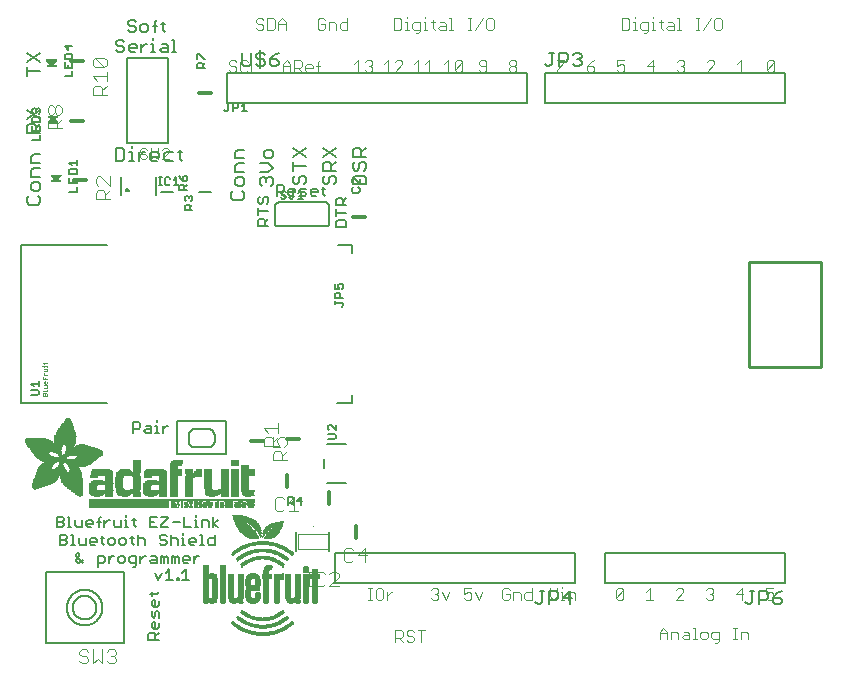
<source format=gbr>
G04 EAGLE Gerber RS-274X export*
G75*
%MOMM*%
%FSLAX34Y34*%
%LPD*%
%INSilkscreen Top*%
%IPPOS*%
%AMOC8*
5,1,8,0,0,1.08239X$1,22.5*%
G01*
%ADD10C,0.127000*%
%ADD11C,0.254000*%
%ADD12C,0.152400*%
%ADD13C,0.203200*%
%ADD14C,0.050800*%
%ADD15C,0.304800*%
%ADD16C,0.101600*%
%ADD17R,0.889000X0.190500*%
%ADD18R,0.595000X0.017500*%
%ADD19R,0.945000X0.017500*%
%ADD20R,1.225000X0.017500*%
%ADD21R,1.435000X0.017500*%
%ADD22R,1.610000X0.017500*%
%ADD23R,1.750100X0.017500*%
%ADD24R,1.925000X0.017500*%
%ADD25R,2.065000X0.017500*%
%ADD26R,2.170000X0.017500*%
%ADD27R,2.310000X0.017500*%
%ADD28R,2.415000X0.017500*%
%ADD29R,2.520000X0.017500*%
%ADD30R,2.625000X0.017500*%
%ADD31R,2.730000X0.017500*%
%ADD32R,2.800000X0.017500*%
%ADD33R,1.155000X0.017500*%
%ADD34R,1.032500X0.017500*%
%ADD35R,1.050000X0.017500*%
%ADD36R,0.962500X0.017500*%
%ADD37R,0.892500X0.017500*%
%ADD38R,0.857500X0.017500*%
%ADD39R,0.822500X0.017500*%
%ADD40R,0.787500X0.017500*%
%ADD41R,0.752500X0.017500*%
%ADD42R,0.717500X0.017500*%
%ADD43R,0.700000X0.017500*%
%ADD44R,0.682500X0.017500*%
%ADD45R,0.665000X0.017500*%
%ADD46R,0.647500X0.017500*%
%ADD47R,0.630000X0.017500*%
%ADD48R,0.612500X0.017500*%
%ADD49R,0.577500X0.017500*%
%ADD50R,0.560000X0.017500*%
%ADD51R,0.542500X0.017500*%
%ADD52R,0.525000X0.017500*%
%ADD53R,0.507500X0.017500*%
%ADD54R,1.330000X0.017500*%
%ADD55R,1.505000X0.017500*%
%ADD56R,0.490000X0.017500*%
%ADD57R,1.645000X0.017500*%
%ADD58R,1.785000X0.017500*%
%ADD59R,1.890000X0.017500*%
%ADD60R,0.472500X0.017500*%
%ADD61R,2.030000X0.017500*%
%ADD62R,2.135000X0.017500*%
%ADD63R,2.240000X0.017500*%
%ADD64R,0.455000X0.017500*%
%ADD65R,2.590000X0.017500*%
%ADD66R,0.437500X0.017500*%
%ADD67R,1.015000X0.017500*%
%ADD68R,0.875000X0.017500*%
%ADD69R,0.420000X0.017500*%
%ADD70R,0.770000X0.017500*%
%ADD71R,0.735000X0.017500*%
%ADD72R,0.385000X0.017500*%
%ADD73R,0.367500X0.017500*%
%ADD74R,0.350000X0.017500*%
%ADD75R,0.315000X0.017500*%
%ADD76R,0.262500X0.017500*%
%ADD77R,0.210000X0.017500*%
%ADD78R,0.175000X0.017500*%
%ADD79R,0.140000X0.017500*%
%ADD80R,0.105000X0.017500*%
%ADD81R,1.085000X0.017500*%
%ADD82R,1.365000X0.017500*%
%ADD83R,1.855000X0.017500*%
%ADD84R,2.100000X0.017500*%
%ADD85R,2.205000X0.017500*%
%ADD86R,2.275000X0.017500*%
%ADD87R,1.102500X0.017500*%
%ADD88R,1.120000X0.017500*%
%ADD89R,0.910000X0.017500*%
%ADD90R,0.297500X0.017500*%
%ADD91R,0.227500X0.017500*%
%ADD92R,0.192500X0.017500*%
%ADD93R,0.157500X0.017500*%
%ADD94R,0.122500X0.017500*%
%ADD95R,0.087500X0.017500*%
%ADD96R,0.035000X0.017500*%
%ADD97R,0.402500X0.017500*%
%ADD98R,0.367600X0.017500*%
%ADD99R,0.420100X0.017500*%
%ADD100R,0.437600X0.017500*%
%ADD101R,1.102600X0.017500*%
%ADD102R,1.120100X0.017500*%
%ADD103R,1.137500X0.017500*%
%ADD104R,1.137600X0.017500*%
%ADD105R,0.927500X0.017500*%
%ADD106R,1.155100X0.017500*%
%ADD107R,1.172500X0.017500*%
%ADD108R,1.172600X0.017500*%
%ADD109R,0.997500X0.017500*%
%ADD110R,1.190000X0.017500*%
%ADD111R,1.190100X0.017500*%
%ADD112R,1.207500X0.017500*%
%ADD113R,1.067500X0.017500*%
%ADD114R,1.207600X0.017500*%
%ADD115R,1.225100X0.017500*%
%ADD116R,1.242500X0.017500*%
%ADD117R,1.242600X0.017500*%
%ADD118R,1.260100X0.017500*%
%ADD119R,1.260000X0.017500*%
%ADD120R,0.612600X0.017500*%
%ADD121R,0.560100X0.017500*%
%ADD122R,0.507600X0.017500*%
%ADD123R,0.490100X0.017500*%
%ADD124R,0.455100X0.017500*%
%ADD125R,0.472600X0.017500*%
%ADD126R,0.805000X0.017500*%
%ADD127R,0.525100X0.017500*%
%ADD128R,0.577600X0.017500*%
%ADD129R,0.524900X0.017500*%
%ADD130R,0.840000X0.017500*%
%ADD131R,0.332500X0.017500*%
%ADD132R,0.245000X0.017500*%
%ADD133R,0.017500X0.017500*%
%ADD134R,0.594900X0.017500*%
%ADD135R,1.960000X0.017500*%
%ADD136R,1.540000X0.017500*%
%ADD137R,1.400000X0.017500*%
%ADD138R,0.052500X0.017500*%
%ADD139R,0.280000X0.017500*%
%ADD140R,2.432500X0.017500*%
%ADD141R,2.345000X0.017500*%
%ADD142R,1.680000X0.017500*%
%ADD143R,0.980000X0.017500*%
%ADD144R,2.835000X0.017500*%
%ADD145R,0.070000X0.017500*%
%ADD146R,1.277500X0.017500*%
%ADD147R,1.224900X0.017500*%
%ADD148R,0.665100X0.017500*%
%ADD149R,1.697500X0.017500*%
%ADD150R,1.662500X0.017500*%
%ADD151R,1.627500X0.017500*%
%ADD152R,1.592500X0.017500*%
%ADD153R,1.557400X0.017500*%
%ADD154R,1.470000X0.017500*%
%ADD155R,1.312500X0.017500*%
%ADD156C,0.076200*%
%ADD157R,6.839700X0.016800*%
%ADD158R,0.268300X0.016800*%
%ADD159R,0.268200X0.016800*%
%ADD160R,0.251500X0.016800*%
%ADD161R,0.301800X0.016800*%
%ADD162R,0.251400X0.016800*%
%ADD163R,0.285000X0.016800*%
%ADD164R,0.301700X0.016800*%
%ADD165R,0.419100X0.016800*%
%ADD166R,0.318500X0.016800*%
%ADD167R,0.586700X0.016800*%
%ADD168R,0.586800X0.016800*%
%ADD169R,6.839700X0.016700*%
%ADD170R,0.268300X0.016700*%
%ADD171R,0.251400X0.016700*%
%ADD172R,0.251500X0.016700*%
%ADD173R,0.301800X0.016700*%
%ADD174R,0.285000X0.016700*%
%ADD175R,0.301700X0.016700*%
%ADD176R,0.419100X0.016700*%
%ADD177R,0.318500X0.016700*%
%ADD178R,0.586700X0.016700*%
%ADD179R,0.586800X0.016700*%
%ADD180R,0.318600X0.016800*%
%ADD181R,0.569900X0.016800*%
%ADD182R,0.335300X0.016800*%
%ADD183R,0.234700X0.016800*%
%ADD184R,0.234700X0.016700*%
%ADD185R,0.016700X0.016700*%
%ADD186R,0.318600X0.016700*%
%ADD187R,0.569900X0.016700*%
%ADD188R,0.335300X0.016700*%
%ADD189R,0.217900X0.016800*%
%ADD190R,0.033500X0.016800*%
%ADD191R,0.570000X0.016800*%
%ADD192R,0.201100X0.016700*%
%ADD193R,0.050300X0.016700*%
%ADD194R,0.670500X0.016700*%
%ADD195R,1.005800X0.016700*%
%ADD196R,0.570000X0.016700*%
%ADD197R,0.201100X0.016800*%
%ADD198R,0.067000X0.016800*%
%ADD199R,0.670500X0.016800*%
%ADD200R,1.005800X0.016800*%
%ADD201R,0.184400X0.016800*%
%ADD202R,0.989000X0.016800*%
%ADD203R,0.184400X0.016700*%
%ADD204R,0.067000X0.016700*%
%ADD205R,0.989000X0.016700*%
%ADD206R,0.167600X0.016800*%
%ADD207R,0.083800X0.016800*%
%ADD208R,0.637000X0.016800*%
%ADD209R,0.955500X0.016800*%
%ADD210R,0.150800X0.016800*%
%ADD211R,0.100600X0.016800*%
%ADD212R,0.536400X0.016800*%
%ADD213R,0.854900X0.016800*%
%ADD214R,0.150800X0.016700*%
%ADD215R,0.100600X0.016700*%
%ADD216R,0.352000X0.016700*%
%ADD217R,0.435900X0.016700*%
%ADD218R,0.402400X0.016700*%
%ADD219R,0.368800X0.016700*%
%ADD220R,0.134100X0.016800*%
%ADD221R,0.117300X0.016800*%
%ADD222R,0.435900X0.016800*%
%ADD223R,0.368900X0.016800*%
%ADD224R,0.603500X0.016800*%
%ADD225R,0.134100X0.016700*%
%ADD226R,0.117300X0.016700*%
%ADD227R,0.452600X0.016700*%
%ADD228R,0.620300X0.016700*%
%ADD229R,0.284900X0.016800*%
%ADD230R,0.486200X0.016800*%
%ADD231R,0.653800X0.016800*%
%ADD232R,0.804700X0.016800*%
%ADD233R,0.150900X0.016700*%
%ADD234R,0.268200X0.016700*%
%ADD235R,0.737600X0.016700*%
%ADD236R,0.603500X0.016700*%
%ADD237R,0.922000X0.016700*%
%ADD238R,0.150900X0.016800*%
%ADD239R,0.821400X0.016800*%
%ADD240R,0.972300X0.016800*%
%ADD241R,0.989100X0.016800*%
%ADD242R,0.083800X0.016700*%
%ADD243R,0.167600X0.016700*%
%ADD244R,0.821400X0.016700*%
%ADD245R,0.989100X0.016700*%
%ADD246R,0.201200X0.016700*%
%ADD247R,0.050300X0.016800*%
%ADD248R,0.201200X0.016800*%
%ADD249R,0.217900X0.016700*%
%ADD250R,0.284900X0.016700*%
%ADD251R,0.352100X0.016800*%
%ADD252R,0.620300X0.016800*%
%ADD253R,0.385600X0.016800*%
%ADD254R,0.335200X0.016800*%
%ADD255R,0.385600X0.016700*%
%ADD256R,0.687400X0.016700*%
%ADD257R,13.998000X0.016800*%
%ADD258R,13.998000X0.016700*%
%ADD259R,0.637000X0.016700*%
%ADD260R,0.486100X0.016700*%
%ADD261R,0.637100X0.016700*%
%ADD262R,0.519700X0.016700*%
%ADD263R,0.536500X0.016700*%
%ADD264R,0.787900X0.016800*%
%ADD265R,0.687400X0.016800*%
%ADD266R,0.771200X0.016800*%
%ADD267R,0.637100X0.016800*%
%ADD268R,0.720800X0.016800*%
%ADD269R,0.704100X0.016800*%
%ADD270R,0.754400X0.016800*%
%ADD271R,0.838200X0.016700*%
%ADD272R,0.871800X0.016700*%
%ADD273R,0.871700X0.016700*%
%ADD274R,0.402400X0.016800*%
%ADD275R,0.922100X0.016800*%
%ADD276R,0.938800X0.016800*%
%ADD277R,0.938800X0.016700*%
%ADD278R,1.022600X0.016700*%
%ADD279R,0.972400X0.016700*%
%ADD280R,0.972300X0.016700*%
%ADD281R,0.469400X0.016800*%
%ADD282R,1.072900X0.016800*%
%ADD283R,1.022600X0.016800*%
%ADD284R,1.005900X0.016800*%
%ADD285R,0.502900X0.016800*%
%ADD286R,1.123200X0.016800*%
%ADD287R,1.056200X0.016800*%
%ADD288R,1.123100X0.016800*%
%ADD289R,1.139900X0.016700*%
%ADD290R,1.089600X0.016700*%
%ADD291R,0.553200X0.016800*%
%ADD292R,1.190200X0.016800*%
%ADD293R,1.190300X0.016800*%
%ADD294R,1.039400X0.016800*%
%ADD295R,1.223700X0.016800*%
%ADD296R,1.173500X0.016800*%
%ADD297R,1.223800X0.016800*%
%ADD298R,1.240500X0.016700*%
%ADD299R,1.173500X0.016700*%
%ADD300R,1.240600X0.016700*%
%ADD301R,1.190300X0.016700*%
%ADD302R,1.056200X0.016700*%
%ADD303R,1.274100X0.016800*%
%ADD304R,1.274000X0.016800*%
%ADD305R,1.307600X0.016800*%
%ADD306R,1.257300X0.016800*%
%ADD307R,1.324400X0.016800*%
%ADD308R,0.687300X0.016700*%
%ADD309R,1.324400X0.016700*%
%ADD310R,1.307500X0.016700*%
%ADD311R,1.274100X0.016700*%
%ADD312R,1.072900X0.016700*%
%ADD313R,2.011600X0.016800*%
%ADD314R,1.324300X0.016800*%
%ADD315R,1.978100X0.016800*%
%ADD316R,2.011600X0.016700*%
%ADD317R,1.357900X0.016700*%
%ADD318R,1.994900X0.016700*%
%ADD319R,1.341200X0.016700*%
%ADD320R,1.089700X0.016700*%
%ADD321R,0.754300X0.016800*%
%ADD322R,1.994900X0.016800*%
%ADD323R,1.995000X0.016800*%
%ADD324R,1.089700X0.016800*%
%ADD325R,0.787900X0.016700*%
%ADD326R,1.995000X0.016700*%
%ADD327R,2.028400X0.016800*%
%ADD328R,2.011700X0.016800*%
%ADD329R,1.106500X0.016800*%
%ADD330R,2.028400X0.016700*%
%ADD331R,2.011700X0.016700*%
%ADD332R,1.106500X0.016700*%
%ADD333R,0.888400X0.016800*%
%ADD334R,0.922000X0.016800*%
%ADD335R,0.938700X0.016700*%
%ADD336R,2.045200X0.016800*%
%ADD337R,0.938700X0.016800*%
%ADD338R,0.670600X0.016700*%
%ADD339R,0.888500X0.016700*%
%ADD340R,2.045200X0.016700*%
%ADD341R,0.888400X0.016700*%
%ADD342R,0.804600X0.016800*%
%ADD343R,2.028500X0.016800*%
%ADD344R,1.056100X0.016700*%
%ADD345R,0.771100X0.016700*%
%ADD346R,0.754300X0.016700*%
%ADD347R,2.028500X0.016700*%
%ADD348R,0.737700X0.016700*%
%ADD349R,1.072800X0.016800*%
%ADD350R,0.871700X0.016800*%
%ADD351R,0.737600X0.016800*%
%ADD352R,0.871800X0.016800*%
%ADD353R,1.089600X0.016800*%
%ADD354R,0.704000X0.016800*%
%ADD355R,0.687300X0.016800*%
%ADD356R,0.670600X0.016800*%
%ADD357R,1.123100X0.016700*%
%ADD358R,0.720800X0.016700*%
%ADD359R,0.653700X0.016700*%
%ADD360R,0.653800X0.016700*%
%ADD361R,1.139900X0.016800*%
%ADD362R,1.173400X0.016800*%
%ADD363R,1.190200X0.016700*%
%ADD364R,1.207000X0.016800*%
%ADD365R,1.240500X0.016800*%
%ADD366R,0.469400X0.016700*%
%ADD367R,1.274000X0.016700*%
%ADD368R,0.519600X0.016800*%
%ADD369R,1.341100X0.016800*%
%ADD370R,0.771200X0.016700*%
%ADD371R,1.374600X0.016700*%
%ADD372R,0.838200X0.016800*%
%ADD373R,1.391400X0.016800*%
%ADD374R,1.424900X0.016800*%
%ADD375R,1.441700X0.016700*%
%ADD376R,1.475200X0.016800*%
%ADD377R,1.491900X0.016700*%
%ADD378R,1.525500X0.016800*%
%ADD379R,1.559000X0.016700*%
%ADD380R,1.575800X0.016800*%
%ADD381R,1.307600X0.016700*%
%ADD382R,1.592500X0.016700*%
%ADD383R,1.374700X0.016800*%
%ADD384R,1.609300X0.016800*%
%ADD385R,1.408200X0.016800*%
%ADD386R,1.626100X0.016800*%
%ADD387R,1.626100X0.016700*%
%ADD388R,1.508800X0.016800*%
%ADD389R,1.659600X0.016800*%
%ADD390R,1.559000X0.016800*%
%ADD391R,1.676400X0.016800*%
%ADD392R,1.575800X0.016700*%
%ADD393R,1.676400X0.016700*%
%ADD394R,1.978100X0.016700*%
%ADD395R,1.693100X0.016800*%
%ADD396R,1.642800X0.016800*%
%ADD397R,1.709900X0.016800*%
%ADD398R,1.961300X0.016800*%
%ADD399R,1.726600X0.016700*%
%ADD400R,1.961300X0.016700*%
%ADD401R,1.693200X0.016800*%
%ADD402R,1.726600X0.016800*%
%ADD403R,1.944600X0.016800*%
%ADD404R,1.726700X0.016700*%
%ADD405R,1.743400X0.016700*%
%ADD406R,1.944600X0.016700*%
%ADD407R,1.726700X0.016800*%
%ADD408R,1.760200X0.016800*%
%ADD409R,1.927800X0.016800*%
%ADD410R,1.911000X0.016800*%
%ADD411R,1.793700X0.016700*%
%ADD412R,1.776900X0.016700*%
%ADD413R,1.911100X0.016700*%
%ADD414R,1.894300X0.016700*%
%ADD415R,1.793800X0.016800*%
%ADD416R,1.776900X0.016800*%
%ADD417R,1.911100X0.016800*%
%ADD418R,1.894300X0.016800*%
%ADD419R,1.827300X0.016800*%
%ADD420R,1.810500X0.016800*%
%ADD421R,1.877500X0.016800*%
%ADD422R,1.844100X0.016700*%
%ADD423R,1.810500X0.016700*%
%ADD424R,1.860800X0.016700*%
%ADD425R,1.844000X0.016700*%
%ADD426R,1.860900X0.016800*%
%ADD427R,1.844000X0.016800*%
%ADD428R,1.827200X0.016800*%
%ADD429R,1.860800X0.016800*%
%ADD430R,1.793700X0.016800*%
%ADD431R,1.877600X0.016700*%
%ADD432R,1.827200X0.016700*%
%ADD433R,1.927800X0.016700*%
%ADD434R,1.927900X0.016800*%
%ADD435R,1.944700X0.016700*%
%ADD436R,1.877500X0.016700*%
%ADD437R,1.961400X0.016800*%
%ADD438R,1.961400X0.016700*%
%ADD439R,1.978200X0.016800*%
%ADD440R,1.911000X0.016700*%
%ADD441R,0.620200X0.016800*%
%ADD442R,1.425000X0.016800*%
%ADD443R,0.620200X0.016700*%
%ADD444R,1.425000X0.016700*%
%ADD445R,0.653700X0.016800*%
%ADD446R,0.704100X0.016700*%
%ADD447R,0.804700X0.016700*%
%ADD448R,0.905200X0.016800*%
%ADD449R,1.894400X0.016800*%
%ADD450R,1.927900X0.016700*%
%ADD451R,1.877600X0.016800*%
%ADD452R,3.889300X0.016800*%
%ADD453R,3.872500X0.016700*%
%ADD454R,3.872500X0.016800*%
%ADD455R,3.855700X0.016700*%
%ADD456R,0.754400X0.016700*%
%ADD457R,3.855700X0.016800*%
%ADD458R,3.839000X0.016800*%
%ADD459R,0.720900X0.016800*%
%ADD460R,3.822200X0.016700*%
%ADD461R,2.715700X0.016800*%
%ADD462R,2.632000X0.016800*%
%ADD463R,1.290800X0.016800*%
%ADD464R,2.615200X0.016700*%
%ADD465R,1.257300X0.016700*%
%ADD466R,2.581700X0.016800*%
%ADD467R,1.240600X0.016800*%
%ADD468R,2.564900X0.016800*%
%ADD469R,1.760300X0.016800*%
%ADD470R,2.531400X0.016700*%
%ADD471R,1.156700X0.016700*%
%ADD472R,2.514600X0.016800*%
%ADD473R,0.955600X0.016800*%
%ADD474R,2.497800X0.016800*%
%ADD475R,1.659700X0.016800*%
%ADD476R,2.464300X0.016700*%
%ADD477R,1.039300X0.016700*%
%ADD478R,2.447500X0.016800*%
%ADD479R,1.592500X0.016800*%
%ADD480R,0.536500X0.016800*%
%ADD481R,2.430800X0.016700*%
%ADD482R,1.559100X0.016700*%
%ADD483R,1.542300X0.016700*%
%ADD484R,0.502900X0.016700*%
%ADD485R,2.414000X0.016800*%
%ADD486R,0.905300X0.016800*%
%ADD487R,1.508700X0.016800*%
%ADD488R,0.888500X0.016800*%
%ADD489R,2.397300X0.016800*%
%ADD490R,1.441700X0.016800*%
%ADD491R,0.452700X0.016800*%
%ADD492R,1.290900X0.016700*%
%ADD493R,1.156700X0.016800*%
%ADD494R,0.855000X0.016800*%
%ADD495R,1.123200X0.016700*%
%ADD496R,0.720900X0.016700*%
%ADD497R,1.106400X0.016800*%
%ADD498R,1.106400X0.016700*%
%ADD499R,0.771100X0.016800*%
%ADD500R,0.435800X0.016700*%
%ADD501R,1.592600X0.016700*%
%ADD502R,0.435800X0.016800*%
%ADD503R,1.642900X0.016800*%
%ADD504R,0.402300X0.016800*%
%ADD505R,1.793800X0.016700*%
%ADD506R,0.368800X0.016800*%
%ADD507R,1.056100X0.016800*%
%ADD508R,1.039400X0.016700*%
%ADD509R,2.078800X0.016800*%
%ADD510R,0.335200X0.016700*%
%ADD511R,2.145800X0.016700*%
%ADD512R,2.162600X0.016800*%
%ADD513R,0.352000X0.016800*%
%ADD514R,2.212800X0.016800*%
%ADD515R,2.279900X0.016700*%
%ADD516R,2.330200X0.016800*%
%ADD517R,2.799500X0.016800*%
%ADD518R,2.816300X0.016700*%
%ADD519R,0.955500X0.016700*%
%ADD520R,2.849900X0.016800*%
%ADD521R,2.916900X0.016800*%
%ADD522R,4.224500X0.016700*%
%ADD523R,4.291600X0.016800*%
%ADD524R,4.409000X0.016800*%
%ADD525R,4.509500X0.016700*%
%ADD526R,4.526300X0.016800*%
%ADD527R,4.626800X0.016700*%
%ADD528R,4.693900X0.016800*%
%ADD529R,4.727400X0.016800*%
%ADD530R,2.548200X0.016700*%
%ADD531R,2.179300X0.016700*%
%ADD532R,2.430800X0.016800*%
%ADD533R,2.414000X0.016700*%
%ADD534R,2.414100X0.016800*%
%ADD535R,2.430700X0.016700*%
%ADD536R,2.447600X0.016700*%
%ADD537R,1.559100X0.016800*%
%ADD538R,1.525500X0.016700*%
%ADD539R,1.492000X0.016800*%
%ADD540R,1.491900X0.016800*%
%ADD541R,1.458500X0.016700*%
%ADD542R,2.061900X0.016800*%
%ADD543R,1.408100X0.016700*%
%ADD544R,0.905200X0.016700*%
%ADD545R,2.112300X0.016700*%
%ADD546R,2.179300X0.016800*%
%ADD547R,1.408200X0.016700*%
%ADD548R,2.212900X0.016700*%
%ADD549R,1.140000X0.016800*%
%ADD550R,3.319300X0.016800*%
%ADD551R,1.374700X0.016700*%
%ADD552R,0.402300X0.016700*%
%ADD553R,3.302500X0.016700*%
%ADD554R,3.285700X0.016800*%
%ADD555R,1.357900X0.016800*%
%ADD556R,3.269000X0.016800*%
%ADD557R,3.285800X0.016700*%
%ADD558R,3.268900X0.016800*%
%ADD559R,0.452700X0.016700*%
%ADD560R,3.268900X0.016700*%
%ADD561R,1.391400X0.016700*%
%ADD562R,3.269000X0.016700*%
%ADD563R,1.374600X0.016800*%
%ADD564R,0.519700X0.016800*%
%ADD565R,3.252200X0.016800*%
%ADD566R,3.235400X0.016800*%
%ADD567R,3.235400X0.016700*%
%ADD568R,3.218600X0.016800*%
%ADD569R,3.201900X0.016800*%
%ADD570R,3.201900X0.016700*%
%ADD571R,1.458500X0.016800*%
%ADD572R,1.525600X0.016800*%
%ADD573R,3.185100X0.016800*%
%ADD574R,2.531300X0.016700*%
%ADD575R,3.168400X0.016700*%
%ADD576R,2.531300X0.016800*%
%ADD577R,3.151600X0.016800*%
%ADD578R,2.548100X0.016800*%
%ADD579R,3.134900X0.016800*%
%ADD580R,2.564900X0.016700*%
%ADD581R,3.118100X0.016700*%
%ADD582R,2.581600X0.016800*%
%ADD583R,3.101400X0.016800*%
%ADD584R,2.598400X0.016700*%
%ADD585R,3.067900X0.016700*%
%ADD586R,2.598400X0.016800*%
%ADD587R,3.034300X0.016800*%
%ADD588R,2.615100X0.016800*%
%ADD589R,3.000800X0.016800*%
%ADD590R,2.631900X0.016700*%
%ADD591R,2.950500X0.016700*%
%ADD592R,2.648700X0.016800*%
%ADD593R,2.900200X0.016800*%
%ADD594R,2.665500X0.016800*%
%ADD595R,2.682200X0.016700*%
%ADD596R,2.799600X0.016700*%
%ADD597R,2.699000X0.016800*%
%ADD598R,2.732500X0.016800*%
%ADD599R,2.749300X0.016700*%
%ADD600R,2.632000X0.016700*%
%ADD601R,2.749300X0.016800*%
%ADD602R,2.766100X0.016700*%
%ADD603R,2.766100X0.016800*%
%ADD604R,2.481100X0.016800*%
%ADD605R,2.782900X0.016800*%
%ADD606R,2.380500X0.016700*%
%ADD607R,2.833100X0.016800*%
%ADD608R,1.592600X0.016800*%
%ADD609R,2.849900X0.016700*%
%ADD610R,2.883400X0.016800*%
%ADD611R,2.917000X0.016700*%
%ADD612R,2.933700X0.016800*%
%ADD613R,2.967200X0.016800*%
%ADD614R,2.967200X0.016700*%
%ADD615R,3.017500X0.016700*%
%ADD616R,3.051000X0.016800*%
%ADD617R,0.788000X0.016800*%
%ADD618R,3.084600X0.016800*%
%ADD619R,2.397300X0.016700*%
%ADD620R,2.397200X0.016800*%
%ADD621R,1.760200X0.016700*%
%ADD622R,2.397200X0.016700*%
%ADD623R,1.827300X0.016700*%
%ADD624R,2.380500X0.016800*%
%ADD625R,2.363700X0.016800*%
%ADD626R,2.363700X0.016700*%
%ADD627R,2.346900X0.016800*%
%ADD628R,2.296600X0.016700*%
%ADD629R,2.279900X0.016800*%
%ADD630R,2.246300X0.016800*%
%ADD631R,2.229600X0.016700*%
%ADD632R,2.129100X0.016800*%
%ADD633R,2.112300X0.016800*%
%ADD634R,1.609300X0.016700*%
%ADD635R,1.743400X0.016800*%
%ADD636R,1.693100X0.016700*%
%ADD637R,1.659700X0.016700*%
%ADD638R,1.575900X0.016800*%
%ADD639R,1.575900X0.016700*%
%ADD640R,1.475200X0.016700*%
%ADD641R,1.324300X0.016700*%
%ADD642R,1.290800X0.016700*%
%ADD643R,1.207000X0.016700*%
%ADD644R,0.854900X0.016700*%
%ADD645R,0.821500X0.016700*%
%ADD646R,0.821500X0.016800*%
%ADD647R,0.218000X0.016800*%
%ADD648C,0.010000*%
%ADD649C,0.075000*%

G36*
X26709Y489460D02*
X26709Y489460D01*
X26714Y489460D01*
X26830Y489486D01*
X26946Y489511D01*
X26950Y489513D01*
X26954Y489514D01*
X27056Y489575D01*
X27158Y489636D01*
X27161Y489639D01*
X27164Y489641D01*
X27279Y489763D01*
X31089Y494843D01*
X31097Y494859D01*
X31110Y494872D01*
X31154Y494968D01*
X31203Y495061D01*
X31206Y495079D01*
X31213Y495095D01*
X31225Y495200D01*
X31241Y495304D01*
X31238Y495322D01*
X31240Y495339D01*
X31218Y495442D01*
X31200Y495547D01*
X31192Y495562D01*
X31188Y495580D01*
X31134Y495670D01*
X31084Y495764D01*
X31071Y495776D01*
X31062Y495791D01*
X30982Y495860D01*
X30905Y495932D01*
X30888Y495939D01*
X30875Y495951D01*
X30777Y495990D01*
X30681Y496034D01*
X30663Y496036D01*
X30647Y496043D01*
X30480Y496061D01*
X22860Y496061D01*
X22842Y496058D01*
X22825Y496060D01*
X22721Y496039D01*
X22617Y496022D01*
X22602Y496013D01*
X22584Y496010D01*
X22493Y495956D01*
X22400Y495906D01*
X22388Y495894D01*
X22372Y495885D01*
X22303Y495805D01*
X22231Y495728D01*
X22223Y495712D01*
X22211Y495698D01*
X22171Y495601D01*
X22127Y495505D01*
X22125Y495487D01*
X22118Y495471D01*
X22111Y495365D01*
X22100Y495261D01*
X22104Y495243D01*
X22102Y495225D01*
X22130Y495123D01*
X22152Y495020D01*
X22161Y495005D01*
X22166Y494988D01*
X22251Y494843D01*
X26061Y489763D01*
X26064Y489760D01*
X26066Y489757D01*
X26153Y489675D01*
X26238Y489593D01*
X26242Y489591D01*
X26245Y489588D01*
X26354Y489538D01*
X26461Y489488D01*
X26465Y489488D01*
X26469Y489486D01*
X26587Y489473D01*
X26705Y489460D01*
X26709Y489460D01*
G37*
G36*
X31768Y441202D02*
X31768Y441202D01*
X31785Y441200D01*
X31889Y441221D01*
X31993Y441239D01*
X32008Y441247D01*
X32026Y441251D01*
X32117Y441304D01*
X32210Y441354D01*
X32222Y441366D01*
X32238Y441376D01*
X32307Y441455D01*
X32380Y441532D01*
X32387Y441548D01*
X32399Y441562D01*
X32439Y441659D01*
X32483Y441755D01*
X32485Y441773D01*
X32492Y441789D01*
X32499Y441895D01*
X32510Y441999D01*
X32506Y442017D01*
X32508Y442035D01*
X32480Y442137D01*
X32458Y442240D01*
X32449Y442255D01*
X32444Y442272D01*
X32359Y442417D01*
X28549Y447497D01*
X28546Y447500D01*
X28544Y447504D01*
X28457Y447585D01*
X28372Y447667D01*
X28368Y447669D01*
X28365Y447672D01*
X28256Y447722D01*
X28149Y447772D01*
X28145Y447772D01*
X28141Y447774D01*
X28023Y447787D01*
X27905Y447800D01*
X27901Y447800D01*
X27896Y447800D01*
X27780Y447774D01*
X27664Y447750D01*
X27660Y447747D01*
X27656Y447746D01*
X27554Y447685D01*
X27452Y447625D01*
X27449Y447621D01*
X27446Y447619D01*
X27331Y447497D01*
X23521Y442417D01*
X23513Y442401D01*
X23501Y442388D01*
X23456Y442292D01*
X23407Y442199D01*
X23404Y442181D01*
X23397Y442165D01*
X23385Y442060D01*
X23369Y441956D01*
X23372Y441938D01*
X23370Y441921D01*
X23392Y441818D01*
X23410Y441713D01*
X23418Y441698D01*
X23422Y441680D01*
X23476Y441590D01*
X23526Y441497D01*
X23539Y441484D01*
X23548Y441469D01*
X23628Y441400D01*
X23705Y441328D01*
X23722Y441321D01*
X23735Y441309D01*
X23833Y441270D01*
X23929Y441226D01*
X23947Y441224D01*
X23963Y441217D01*
X24130Y441199D01*
X31750Y441199D01*
X31768Y441202D01*
G37*
G36*
X30519Y391670D02*
X30519Y391670D01*
X30524Y391670D01*
X30640Y391696D01*
X30756Y391721D01*
X30760Y391723D01*
X30764Y391724D01*
X30866Y391785D01*
X30968Y391846D01*
X30971Y391849D01*
X30974Y391851D01*
X31089Y391973D01*
X34899Y397053D01*
X34907Y397069D01*
X34920Y397082D01*
X34964Y397178D01*
X35013Y397271D01*
X35016Y397289D01*
X35023Y397305D01*
X35035Y397410D01*
X35051Y397514D01*
X35048Y397532D01*
X35050Y397549D01*
X35028Y397652D01*
X35010Y397757D01*
X35002Y397772D01*
X34998Y397790D01*
X34944Y397880D01*
X34894Y397974D01*
X34881Y397986D01*
X34872Y398001D01*
X34792Y398070D01*
X34715Y398142D01*
X34698Y398149D01*
X34685Y398161D01*
X34587Y398200D01*
X34491Y398244D01*
X34473Y398246D01*
X34457Y398253D01*
X34290Y398271D01*
X26670Y398271D01*
X26652Y398268D01*
X26635Y398270D01*
X26531Y398249D01*
X26427Y398232D01*
X26412Y398223D01*
X26394Y398220D01*
X26303Y398166D01*
X26210Y398116D01*
X26198Y398104D01*
X26182Y398095D01*
X26113Y398015D01*
X26041Y397938D01*
X26033Y397922D01*
X26021Y397908D01*
X25981Y397811D01*
X25937Y397715D01*
X25935Y397697D01*
X25928Y397681D01*
X25921Y397575D01*
X25910Y397471D01*
X25914Y397453D01*
X25912Y397435D01*
X25940Y397333D01*
X25962Y397230D01*
X25971Y397215D01*
X25976Y397198D01*
X26061Y397053D01*
X29871Y391973D01*
X29874Y391970D01*
X29876Y391967D01*
X29963Y391885D01*
X30048Y391803D01*
X30052Y391801D01*
X30055Y391798D01*
X30164Y391748D01*
X30271Y391698D01*
X30275Y391698D01*
X30279Y391696D01*
X30397Y391683D01*
X30515Y391670D01*
X30519Y391670D01*
G37*
D10*
X95885Y179705D02*
X95885Y188603D01*
X100334Y188603D01*
X101817Y187120D01*
X101817Y184154D01*
X100334Y182671D01*
X95885Y182671D01*
X106723Y185637D02*
X109689Y185637D01*
X111172Y184154D01*
X111172Y179705D01*
X106723Y179705D01*
X105240Y181188D01*
X106723Y182671D01*
X111172Y182671D01*
X114595Y185637D02*
X116078Y185637D01*
X116078Y179705D01*
X114595Y179705D02*
X117561Y179705D01*
X116078Y188603D02*
X116078Y190086D01*
X120832Y185637D02*
X120832Y179705D01*
X120832Y182671D02*
X123798Y185637D01*
X125281Y185637D01*
X267327Y353695D02*
X276225Y353695D01*
X276225Y358144D01*
X274742Y359627D01*
X268810Y359627D01*
X267327Y358144D01*
X267327Y353695D01*
X267327Y366016D02*
X276225Y366016D01*
X267327Y363050D02*
X267327Y368982D01*
X267327Y372405D02*
X276225Y372405D01*
X267327Y372405D02*
X267327Y376854D01*
X268810Y378337D01*
X271776Y378337D01*
X273259Y376854D01*
X273259Y372405D01*
X273259Y375371D02*
X276225Y378337D01*
X210185Y354965D02*
X201287Y354965D01*
X201287Y359414D01*
X202770Y360897D01*
X205736Y360897D01*
X207219Y359414D01*
X207219Y354965D01*
X207219Y357931D02*
X210185Y360897D01*
X210185Y367286D02*
X201287Y367286D01*
X201287Y364320D02*
X201287Y370252D01*
X201287Y378124D02*
X202770Y379607D01*
X201287Y378124D02*
X201287Y375158D01*
X202770Y373675D01*
X204253Y373675D01*
X205736Y375158D01*
X205736Y378124D01*
X207219Y379607D01*
X208702Y379607D01*
X210185Y378124D01*
X210185Y375158D01*
X208702Y373675D01*
X217805Y380365D02*
X217805Y389263D01*
X222254Y389263D01*
X223737Y387780D01*
X223737Y384814D01*
X222254Y383331D01*
X217805Y383331D01*
X220771Y383331D02*
X223737Y380365D01*
X228643Y380365D02*
X231609Y380365D01*
X228643Y380365D02*
X227160Y381848D01*
X227160Y384814D01*
X228643Y386297D01*
X231609Y386297D01*
X233092Y384814D01*
X233092Y383331D01*
X227160Y383331D01*
X236515Y380365D02*
X240964Y380365D01*
X242447Y381848D01*
X240964Y383331D01*
X237998Y383331D01*
X236515Y384814D01*
X237998Y386297D01*
X242447Y386297D01*
X247353Y380365D02*
X250319Y380365D01*
X247353Y380365D02*
X245871Y381848D01*
X245871Y384814D01*
X247353Y386297D01*
X250319Y386297D01*
X251802Y384814D01*
X251802Y383331D01*
X245871Y383331D01*
X256709Y381848D02*
X256709Y387780D01*
X256709Y381848D02*
X258192Y380365D01*
X258192Y386297D02*
X255226Y386297D01*
X30801Y108593D02*
X30801Y99695D01*
X30801Y108593D02*
X35250Y108593D01*
X36733Y107110D01*
X36733Y105627D01*
X35250Y104144D01*
X36733Y102661D01*
X36733Y101178D01*
X35250Y99695D01*
X30801Y99695D01*
X30801Y104144D02*
X35250Y104144D01*
X40156Y108593D02*
X41639Y108593D01*
X41639Y99695D01*
X40156Y99695D02*
X43122Y99695D01*
X46393Y101178D02*
X46393Y105627D01*
X46393Y101178D02*
X47876Y99695D01*
X52325Y99695D01*
X52325Y105627D01*
X57231Y99695D02*
X60197Y99695D01*
X57231Y99695D02*
X55748Y101178D01*
X55748Y104144D01*
X57231Y105627D01*
X60197Y105627D01*
X61680Y104144D01*
X61680Y102661D01*
X55748Y102661D01*
X66586Y99695D02*
X66586Y107110D01*
X68069Y108593D01*
X68069Y104144D02*
X65103Y104144D01*
X71340Y105627D02*
X71340Y99695D01*
X71340Y102661D02*
X74306Y105627D01*
X75789Y105627D01*
X79136Y105627D02*
X79136Y101178D01*
X80619Y99695D01*
X85068Y99695D01*
X85068Y105627D01*
X88491Y105627D02*
X89974Y105627D01*
X89974Y99695D01*
X88491Y99695D02*
X91457Y99695D01*
X89974Y108593D02*
X89974Y110076D01*
X96211Y107110D02*
X96211Y101178D01*
X97694Y99695D01*
X97694Y105627D02*
X94728Y105627D01*
X110320Y108593D02*
X116252Y108593D01*
X110320Y108593D02*
X110320Y99695D01*
X116252Y99695D01*
X113286Y104144D02*
X110320Y104144D01*
X119675Y108593D02*
X125607Y108593D01*
X125607Y107110D01*
X119675Y101178D01*
X119675Y99695D01*
X125607Y99695D01*
X129030Y104144D02*
X134962Y104144D01*
X138386Y108593D02*
X138386Y99695D01*
X144317Y99695D01*
X147741Y105627D02*
X149224Y105627D01*
X149224Y99695D01*
X147741Y99695D02*
X150707Y99695D01*
X149224Y108593D02*
X149224Y110076D01*
X153978Y105627D02*
X153978Y99695D01*
X153978Y105627D02*
X158426Y105627D01*
X159909Y104144D01*
X159909Y99695D01*
X163333Y99695D02*
X163333Y108593D01*
X163333Y102661D02*
X167782Y99695D01*
X163333Y102661D02*
X167782Y105627D01*
X33919Y93353D02*
X33919Y84455D01*
X33919Y93353D02*
X38368Y93353D01*
X39851Y91870D01*
X39851Y90387D01*
X38368Y88904D01*
X39851Y87421D01*
X39851Y85938D01*
X38368Y84455D01*
X33919Y84455D01*
X33919Y88904D02*
X38368Y88904D01*
X43275Y93353D02*
X44758Y93353D01*
X44758Y84455D01*
X46240Y84455D02*
X43275Y84455D01*
X49511Y85938D02*
X49511Y90387D01*
X49511Y85938D02*
X50994Y84455D01*
X55443Y84455D01*
X55443Y90387D01*
X60350Y84455D02*
X63315Y84455D01*
X60350Y84455D02*
X58867Y85938D01*
X58867Y88904D01*
X60350Y90387D01*
X63315Y90387D01*
X64798Y88904D01*
X64798Y87421D01*
X58867Y87421D01*
X69705Y85938D02*
X69705Y91870D01*
X69705Y85938D02*
X71188Y84455D01*
X71188Y90387D02*
X68222Y90387D01*
X75941Y84455D02*
X78907Y84455D01*
X80390Y85938D01*
X80390Y88904D01*
X78907Y90387D01*
X75941Y90387D01*
X74459Y88904D01*
X74459Y85938D01*
X75941Y84455D01*
X85297Y84455D02*
X88263Y84455D01*
X89745Y85938D01*
X89745Y88904D01*
X88263Y90387D01*
X85297Y90387D01*
X83814Y88904D01*
X83814Y85938D01*
X85297Y84455D01*
X94652Y85938D02*
X94652Y91870D01*
X94652Y85938D02*
X96135Y84455D01*
X96135Y90387D02*
X93169Y90387D01*
X99406Y93353D02*
X99406Y84455D01*
X99406Y88904D02*
X100889Y90387D01*
X103855Y90387D01*
X105337Y88904D01*
X105337Y84455D01*
X122565Y93353D02*
X124048Y91870D01*
X122565Y93353D02*
X119599Y93353D01*
X118116Y91870D01*
X118116Y90387D01*
X119599Y88904D01*
X122565Y88904D01*
X124048Y87421D01*
X124048Y85938D01*
X122565Y84455D01*
X119599Y84455D01*
X118116Y85938D01*
X127471Y84455D02*
X127471Y93353D01*
X128954Y90387D02*
X127471Y88904D01*
X128954Y90387D02*
X131920Y90387D01*
X133403Y88904D01*
X133403Y84455D01*
X136826Y90387D02*
X138309Y90387D01*
X138309Y84455D01*
X136826Y84455D02*
X139792Y84455D01*
X138309Y93353D02*
X138309Y94836D01*
X144546Y84455D02*
X147512Y84455D01*
X144546Y84455D02*
X143063Y85938D01*
X143063Y88904D01*
X144546Y90387D01*
X147512Y90387D01*
X148995Y88904D01*
X148995Y87421D01*
X143063Y87421D01*
X152418Y93353D02*
X153901Y93353D01*
X153901Y84455D01*
X152418Y84455D02*
X155384Y84455D01*
X164587Y84455D02*
X164587Y93353D01*
X164587Y84455D02*
X160138Y84455D01*
X158655Y85938D01*
X158655Y88904D01*
X160138Y90387D01*
X164587Y90387D01*
X53104Y72181D02*
X50138Y69215D01*
X48656Y69215D01*
X47173Y70698D01*
X47173Y72181D01*
X50138Y75147D01*
X50138Y76630D01*
X48656Y78113D01*
X47173Y76630D01*
X47173Y75147D01*
X53104Y69215D01*
X65883Y66249D02*
X65883Y75147D01*
X70332Y75147D01*
X71815Y73664D01*
X71815Y70698D01*
X70332Y69215D01*
X65883Y69215D01*
X75238Y69215D02*
X75238Y75147D01*
X75238Y72181D02*
X78204Y75147D01*
X79687Y75147D01*
X84517Y69215D02*
X87483Y69215D01*
X88966Y70698D01*
X88966Y73664D01*
X87483Y75147D01*
X84517Y75147D01*
X83034Y73664D01*
X83034Y70698D01*
X84517Y69215D01*
X95355Y66249D02*
X96838Y66249D01*
X98321Y67732D01*
X98321Y75147D01*
X93872Y75147D01*
X92389Y73664D01*
X92389Y70698D01*
X93872Y69215D01*
X98321Y69215D01*
X101745Y69215D02*
X101745Y75147D01*
X104710Y75147D02*
X101745Y72181D01*
X104710Y75147D02*
X106193Y75147D01*
X111023Y75147D02*
X113989Y75147D01*
X115472Y73664D01*
X115472Y69215D01*
X111023Y69215D01*
X109541Y70698D01*
X111023Y72181D01*
X115472Y72181D01*
X118896Y69215D02*
X118896Y75147D01*
X120379Y75147D01*
X121862Y73664D01*
X121862Y69215D01*
X121862Y73664D02*
X123344Y75147D01*
X124827Y73664D01*
X124827Y69215D01*
X128251Y69215D02*
X128251Y75147D01*
X129734Y75147D01*
X131217Y73664D01*
X131217Y69215D01*
X131217Y73664D02*
X132700Y75147D01*
X134183Y73664D01*
X134183Y69215D01*
X139089Y69215D02*
X142055Y69215D01*
X139089Y69215D02*
X137606Y70698D01*
X137606Y73664D01*
X139089Y75147D01*
X142055Y75147D01*
X143538Y73664D01*
X143538Y72181D01*
X137606Y72181D01*
X146961Y69215D02*
X146961Y75147D01*
X146961Y72181D02*
X149927Y75147D01*
X151410Y75147D01*
D11*
X617220Y234950D02*
X617220Y323850D01*
X617220Y234950D02*
X678180Y234950D01*
X678180Y323850D01*
X617220Y323850D01*
D12*
X7697Y380329D02*
X5832Y378465D01*
X5832Y374736D01*
X7697Y372872D01*
X15154Y372872D01*
X17018Y374736D01*
X17018Y378465D01*
X15154Y380329D01*
X17018Y386430D02*
X17018Y390159D01*
X15154Y392023D01*
X11425Y392023D01*
X9561Y390159D01*
X9561Y386430D01*
X11425Y384566D01*
X15154Y384566D01*
X17018Y386430D01*
X17018Y396260D02*
X9561Y396260D01*
X9561Y401853D01*
X11425Y403717D01*
X17018Y403717D01*
X17018Y407954D02*
X9561Y407954D01*
X9561Y413547D01*
X11425Y415411D01*
X17018Y415411D01*
X17018Y485821D02*
X5832Y485821D01*
X5832Y489549D02*
X5832Y482092D01*
X5832Y493786D02*
X17018Y501243D01*
X17018Y493786D02*
X5832Y501243D01*
X5832Y433832D02*
X17018Y433832D01*
X5832Y433832D02*
X5832Y439425D01*
X7697Y441289D01*
X11425Y441289D01*
X13290Y439425D01*
X13290Y433832D01*
X13290Y437561D02*
X17018Y441289D01*
X17018Y452983D02*
X5832Y445526D01*
X5832Y452983D02*
X17018Y445526D01*
X80772Y420888D02*
X80772Y409702D01*
X86365Y409702D01*
X88229Y411566D01*
X88229Y419023D01*
X86365Y420888D01*
X80772Y420888D01*
X92466Y417159D02*
X94330Y417159D01*
X94330Y409702D01*
X92466Y409702D02*
X96194Y409702D01*
X94330Y420888D02*
X94330Y422752D01*
X100262Y417159D02*
X100262Y409702D01*
X100262Y413431D02*
X103990Y417159D01*
X105855Y417159D01*
X111871Y409702D02*
X115600Y409702D01*
X111871Y409702D02*
X110007Y411566D01*
X110007Y415295D01*
X111871Y417159D01*
X115600Y417159D01*
X117464Y415295D01*
X117464Y413431D01*
X110007Y413431D01*
X123565Y417159D02*
X129158Y417159D01*
X123565Y417159D02*
X121701Y415295D01*
X121701Y411566D01*
X123565Y409702D01*
X129158Y409702D01*
X135259Y411566D02*
X135259Y419023D01*
X135259Y411566D02*
X137123Y409702D01*
X137123Y417159D02*
X133395Y417159D01*
X178552Y382489D02*
X180417Y384353D01*
X178552Y382489D02*
X178552Y378760D01*
X180417Y376896D01*
X187874Y376896D01*
X189738Y378760D01*
X189738Y382489D01*
X187874Y384353D01*
X189738Y390454D02*
X189738Y394183D01*
X187874Y396047D01*
X184145Y396047D01*
X182281Y394183D01*
X182281Y390454D01*
X184145Y388590D01*
X187874Y388590D01*
X189738Y390454D01*
X189738Y400284D02*
X182281Y400284D01*
X182281Y405877D01*
X184145Y407741D01*
X189738Y407741D01*
X189738Y411978D02*
X182281Y411978D01*
X182281Y417571D01*
X184145Y419435D01*
X189738Y419435D01*
X202682Y390454D02*
X204547Y388590D01*
X202682Y390454D02*
X202682Y394183D01*
X204547Y396047D01*
X206411Y396047D01*
X208275Y394183D01*
X208275Y392319D01*
X208275Y394183D02*
X210140Y396047D01*
X212004Y396047D01*
X213868Y394183D01*
X213868Y390454D01*
X212004Y388590D01*
X210140Y400284D02*
X202682Y400284D01*
X210140Y400284D02*
X213868Y404013D01*
X210140Y407741D01*
X202682Y407741D01*
X213868Y413842D02*
X213868Y417571D01*
X212004Y419435D01*
X208275Y419435D01*
X206411Y417571D01*
X206411Y413842D01*
X208275Y411978D01*
X212004Y411978D01*
X213868Y413842D01*
X230622Y395453D02*
X232487Y397317D01*
X230622Y395453D02*
X230622Y391724D01*
X232487Y389860D01*
X234351Y389860D01*
X236215Y391724D01*
X236215Y395453D01*
X238080Y397317D01*
X239944Y397317D01*
X241808Y395453D01*
X241808Y391724D01*
X239944Y389860D01*
X241808Y405283D02*
X230622Y405283D01*
X230622Y409011D02*
X230622Y401554D01*
X230622Y413248D02*
X241808Y420705D01*
X241808Y413248D02*
X230622Y420705D01*
X256022Y395453D02*
X257887Y397317D01*
X256022Y395453D02*
X256022Y391724D01*
X257887Y389860D01*
X259751Y389860D01*
X261615Y391724D01*
X261615Y395453D01*
X263480Y397317D01*
X265344Y397317D01*
X267208Y395453D01*
X267208Y391724D01*
X265344Y389860D01*
X267208Y401554D02*
X256022Y401554D01*
X256022Y407147D01*
X257887Y409011D01*
X261615Y409011D01*
X263480Y407147D01*
X263480Y401554D01*
X263480Y405283D02*
X267208Y409011D01*
X267208Y420705D02*
X256022Y413248D01*
X256022Y420705D02*
X267208Y413248D01*
X281422Y389860D02*
X292608Y389860D01*
X292608Y395453D01*
X290744Y397317D01*
X283287Y397317D01*
X281422Y395453D01*
X281422Y389860D01*
X281422Y407147D02*
X283287Y409011D01*
X281422Y407147D02*
X281422Y403418D01*
X283287Y401554D01*
X285151Y401554D01*
X287015Y403418D01*
X287015Y407147D01*
X288880Y409011D01*
X290744Y409011D01*
X292608Y407147D01*
X292608Y403418D01*
X290744Y401554D01*
X292608Y413248D02*
X281422Y413248D01*
X281422Y418841D01*
X283287Y420705D01*
X287015Y420705D01*
X288880Y418841D01*
X288880Y413248D01*
X288880Y416976D02*
X292608Y420705D01*
D10*
X97823Y527586D02*
X96128Y529281D01*
X92739Y529281D01*
X91044Y527586D01*
X91044Y525892D01*
X92739Y524197D01*
X96128Y524197D01*
X97823Y522502D01*
X97823Y520807D01*
X96128Y519113D01*
X92739Y519113D01*
X91044Y520807D01*
X103263Y519113D02*
X106653Y519113D01*
X108348Y520807D01*
X108348Y524197D01*
X106653Y525892D01*
X103263Y525892D01*
X101569Y524197D01*
X101569Y520807D01*
X103263Y519113D01*
X113788Y519113D02*
X113788Y527586D01*
X115483Y529281D01*
X115483Y524197D02*
X112093Y524197D01*
X120804Y527586D02*
X120804Y520807D01*
X122499Y519113D01*
X122499Y525892D02*
X119110Y525892D01*
X88176Y510441D02*
X86481Y512136D01*
X83091Y512136D01*
X81396Y510441D01*
X81396Y508747D01*
X83091Y507052D01*
X86481Y507052D01*
X88176Y505357D01*
X88176Y503662D01*
X86481Y501968D01*
X83091Y501968D01*
X81396Y503662D01*
X93616Y501968D02*
X97005Y501968D01*
X93616Y501968D02*
X91921Y503662D01*
X91921Y507052D01*
X93616Y508747D01*
X97005Y508747D01*
X98700Y507052D01*
X98700Y505357D01*
X91921Y505357D01*
X102446Y501968D02*
X102446Y508747D01*
X105835Y508747D02*
X102446Y505357D01*
X105835Y508747D02*
X107530Y508747D01*
X111216Y508747D02*
X112911Y508747D01*
X112911Y501968D01*
X111216Y501968D02*
X114606Y501968D01*
X112911Y512136D02*
X112911Y513831D01*
X119927Y508747D02*
X123317Y508747D01*
X125012Y507052D01*
X125012Y501968D01*
X119927Y501968D01*
X118233Y503662D01*
X119927Y505357D01*
X125012Y505357D01*
X128757Y512136D02*
X130452Y512136D01*
X130452Y501968D01*
X128757Y501968D02*
X132147Y501968D01*
X117475Y4445D02*
X108577Y4445D01*
X108577Y8894D01*
X110060Y10377D01*
X113026Y10377D01*
X114509Y8894D01*
X114509Y4445D01*
X114509Y7411D02*
X117475Y10377D01*
X117475Y15283D02*
X117475Y18249D01*
X117475Y15283D02*
X115992Y13800D01*
X113026Y13800D01*
X111543Y15283D01*
X111543Y18249D01*
X113026Y19732D01*
X114509Y19732D01*
X114509Y13800D01*
X117475Y23155D02*
X117475Y27604D01*
X115992Y29087D01*
X114509Y27604D01*
X114509Y24638D01*
X113026Y23155D01*
X111543Y24638D01*
X111543Y29087D01*
X117475Y33993D02*
X117475Y36959D01*
X117475Y33993D02*
X115992Y32511D01*
X113026Y32511D01*
X111543Y33993D01*
X111543Y36959D01*
X113026Y38442D01*
X114509Y38442D01*
X114509Y32511D01*
X115992Y43349D02*
X110060Y43349D01*
X115992Y43349D02*
X117475Y44832D01*
X111543Y44832D02*
X111543Y41866D01*
X116908Y55245D02*
X113942Y61177D01*
X119874Y61177D02*
X116908Y55245D01*
X123297Y61177D02*
X126263Y64143D01*
X126263Y55245D01*
X123297Y55245D02*
X129229Y55245D01*
X132652Y55245D02*
X132652Y56728D01*
X134135Y56728D01*
X134135Y55245D01*
X132652Y55245D01*
X137330Y61177D02*
X140296Y64143D01*
X140296Y55245D01*
X137330Y55245D02*
X143262Y55245D01*
D13*
X970Y204780D02*
X970Y338780D01*
X970Y204780D02*
X73970Y204780D01*
X73970Y338780D02*
X970Y338780D01*
X267970Y204780D02*
X280970Y204780D01*
X280970Y211780D01*
X280970Y338780D02*
X268970Y338780D01*
X280970Y338780D02*
X280970Y331780D01*
D12*
X14646Y211582D02*
X9138Y211582D01*
X14646Y211582D02*
X15748Y212684D01*
X15748Y214887D01*
X14646Y215988D01*
X9138Y215988D01*
X11342Y219066D02*
X9138Y221269D01*
X15748Y221269D01*
X15748Y219066D02*
X15748Y223473D01*
D14*
X19047Y211074D02*
X22606Y211074D01*
X19047Y211074D02*
X19047Y212854D01*
X19640Y213447D01*
X20233Y213447D01*
X20827Y212854D01*
X21420Y213447D01*
X22013Y213447D01*
X22606Y212854D01*
X22606Y211074D01*
X20827Y211074D02*
X20827Y212854D01*
X19047Y214816D02*
X19047Y215409D01*
X22606Y215409D01*
X22606Y214816D02*
X22606Y216002D01*
X22013Y217311D02*
X20233Y217311D01*
X22013Y217311D02*
X22606Y217904D01*
X22606Y219683D01*
X20233Y219683D01*
X22606Y221646D02*
X22606Y222832D01*
X22606Y221646D02*
X22013Y221053D01*
X20827Y221053D01*
X20233Y221646D01*
X20233Y222832D01*
X20827Y223426D01*
X21420Y223426D01*
X21420Y221053D01*
X22606Y224795D02*
X19047Y224795D01*
X19047Y227168D01*
X20827Y225981D02*
X20827Y224795D01*
X20233Y228537D02*
X22606Y228537D01*
X21420Y228537D02*
X20233Y229723D01*
X20233Y230316D01*
X20233Y231655D02*
X22013Y231655D01*
X22606Y232249D01*
X22606Y234028D01*
X20233Y234028D01*
X20233Y235397D02*
X20233Y235991D01*
X22606Y235991D01*
X22606Y236584D02*
X22606Y235397D01*
X19047Y235991D02*
X18454Y235991D01*
X19640Y238485D02*
X22013Y238485D01*
X22606Y239078D01*
X20233Y239078D02*
X20233Y237892D01*
D15*
X226060Y173990D02*
X236220Y173990D01*
D16*
X217932Y168148D02*
X206238Y168148D01*
X206238Y173995D01*
X208187Y175944D01*
X212085Y175944D01*
X214034Y173995D01*
X214034Y168148D01*
X214034Y172046D02*
X217932Y175944D01*
X210136Y179842D02*
X206238Y183740D01*
X217932Y183740D01*
X217932Y179842D02*
X217932Y187638D01*
D13*
X259970Y137170D02*
X275970Y137170D01*
X275970Y170170D02*
X259970Y170170D01*
X257470Y157670D02*
X257470Y149670D01*
D12*
X260598Y174212D02*
X266106Y174212D01*
X267208Y175314D01*
X267208Y177517D01*
X266106Y178618D01*
X260598Y178618D01*
X267208Y181696D02*
X267208Y186103D01*
X262802Y186103D02*
X267208Y181696D01*
X262802Y186103D02*
X261700Y186103D01*
X260598Y185001D01*
X260598Y182798D01*
X261700Y181696D01*
D10*
X174670Y161260D02*
X132670Y161260D01*
X132670Y189260D01*
X174670Y189260D01*
X174670Y161260D01*
X164670Y177260D02*
X164668Y177412D01*
X164662Y177564D01*
X164653Y177716D01*
X164639Y177867D01*
X164622Y178018D01*
X164601Y178169D01*
X164576Y178319D01*
X164547Y178468D01*
X164515Y178616D01*
X164478Y178764D01*
X164439Y178911D01*
X164395Y179056D01*
X164347Y179201D01*
X164297Y179344D01*
X164242Y179486D01*
X164184Y179626D01*
X164122Y179765D01*
X164057Y179902D01*
X163988Y180038D01*
X163916Y180172D01*
X163841Y180304D01*
X163762Y180434D01*
X163680Y180562D01*
X163595Y180688D01*
X163506Y180811D01*
X163415Y180933D01*
X163320Y181052D01*
X163223Y181168D01*
X163122Y181282D01*
X163019Y181394D01*
X162913Y181503D01*
X162804Y181609D01*
X162692Y181712D01*
X162578Y181813D01*
X162462Y181910D01*
X162343Y182005D01*
X162221Y182096D01*
X162098Y182185D01*
X161972Y182270D01*
X161844Y182352D01*
X161714Y182431D01*
X161582Y182506D01*
X161448Y182578D01*
X161312Y182647D01*
X161175Y182712D01*
X161036Y182774D01*
X160896Y182832D01*
X160754Y182887D01*
X160611Y182937D01*
X160466Y182985D01*
X160321Y183029D01*
X160174Y183068D01*
X160026Y183105D01*
X159878Y183137D01*
X159729Y183166D01*
X159579Y183191D01*
X159428Y183212D01*
X159277Y183229D01*
X159126Y183243D01*
X158974Y183252D01*
X158822Y183258D01*
X158670Y183260D01*
X164670Y177260D02*
X164670Y173260D01*
X164668Y173108D01*
X164662Y172956D01*
X164653Y172804D01*
X164639Y172653D01*
X164622Y172502D01*
X164601Y172351D01*
X164576Y172201D01*
X164547Y172052D01*
X164515Y171904D01*
X164478Y171756D01*
X164439Y171609D01*
X164395Y171464D01*
X164347Y171319D01*
X164297Y171176D01*
X164242Y171034D01*
X164184Y170894D01*
X164122Y170755D01*
X164057Y170618D01*
X163988Y170482D01*
X163916Y170348D01*
X163841Y170216D01*
X163762Y170086D01*
X163680Y169958D01*
X163595Y169832D01*
X163506Y169709D01*
X163415Y169587D01*
X163320Y169468D01*
X163223Y169352D01*
X163122Y169238D01*
X163019Y169126D01*
X162913Y169017D01*
X162804Y168911D01*
X162692Y168808D01*
X162578Y168707D01*
X162462Y168610D01*
X162343Y168515D01*
X162221Y168424D01*
X162098Y168335D01*
X161972Y168250D01*
X161844Y168168D01*
X161714Y168089D01*
X161582Y168014D01*
X161448Y167942D01*
X161312Y167873D01*
X161175Y167808D01*
X161036Y167746D01*
X160896Y167688D01*
X160754Y167633D01*
X160611Y167583D01*
X160466Y167535D01*
X160321Y167491D01*
X160174Y167452D01*
X160026Y167415D01*
X159878Y167383D01*
X159729Y167354D01*
X159579Y167329D01*
X159428Y167308D01*
X159277Y167291D01*
X159126Y167277D01*
X158974Y167268D01*
X158822Y167262D01*
X158670Y167260D01*
X148670Y167260D01*
X148518Y167262D01*
X148366Y167268D01*
X148214Y167277D01*
X148063Y167291D01*
X147912Y167308D01*
X147761Y167329D01*
X147611Y167354D01*
X147462Y167383D01*
X147314Y167415D01*
X147166Y167452D01*
X147019Y167491D01*
X146874Y167535D01*
X146729Y167583D01*
X146586Y167633D01*
X146444Y167688D01*
X146304Y167746D01*
X146165Y167808D01*
X146028Y167873D01*
X145892Y167942D01*
X145758Y168014D01*
X145626Y168089D01*
X145496Y168168D01*
X145368Y168250D01*
X145242Y168335D01*
X145119Y168424D01*
X144997Y168515D01*
X144878Y168610D01*
X144762Y168707D01*
X144648Y168808D01*
X144536Y168911D01*
X144427Y169017D01*
X144321Y169126D01*
X144218Y169238D01*
X144117Y169352D01*
X144020Y169468D01*
X143925Y169587D01*
X143834Y169709D01*
X143745Y169832D01*
X143660Y169958D01*
X143578Y170086D01*
X143499Y170216D01*
X143424Y170348D01*
X143352Y170482D01*
X143283Y170618D01*
X143218Y170755D01*
X143156Y170894D01*
X143098Y171034D01*
X143043Y171176D01*
X142993Y171319D01*
X142945Y171464D01*
X142901Y171609D01*
X142862Y171756D01*
X142825Y171904D01*
X142793Y172052D01*
X142764Y172201D01*
X142739Y172351D01*
X142718Y172502D01*
X142701Y172653D01*
X142687Y172804D01*
X142678Y172956D01*
X142672Y173108D01*
X142670Y173260D01*
X142670Y177260D01*
X142672Y177412D01*
X142678Y177564D01*
X142687Y177716D01*
X142701Y177867D01*
X142718Y178018D01*
X142739Y178169D01*
X142764Y178319D01*
X142793Y178468D01*
X142825Y178616D01*
X142862Y178764D01*
X142901Y178911D01*
X142945Y179056D01*
X142993Y179201D01*
X143043Y179344D01*
X143098Y179486D01*
X143156Y179626D01*
X143218Y179765D01*
X143283Y179902D01*
X143352Y180038D01*
X143424Y180172D01*
X143499Y180304D01*
X143578Y180434D01*
X143660Y180562D01*
X143745Y180688D01*
X143834Y180811D01*
X143925Y180933D01*
X144020Y181052D01*
X144117Y181168D01*
X144218Y181282D01*
X144321Y181394D01*
X144427Y181503D01*
X144536Y181609D01*
X144648Y181712D01*
X144762Y181813D01*
X144878Y181910D01*
X144997Y182005D01*
X145119Y182096D01*
X145242Y182185D01*
X145368Y182270D01*
X145496Y182352D01*
X145626Y182431D01*
X145758Y182506D01*
X145892Y182578D01*
X146028Y182647D01*
X146165Y182712D01*
X146304Y182774D01*
X146444Y182832D01*
X146586Y182887D01*
X146729Y182937D01*
X146874Y182985D01*
X147019Y183029D01*
X147166Y183068D01*
X147314Y183105D01*
X147462Y183137D01*
X147611Y183166D01*
X147761Y183191D01*
X147912Y183212D01*
X148063Y183229D01*
X148214Y183243D01*
X148366Y183252D01*
X148518Y183258D01*
X148670Y183260D01*
X158670Y183260D01*
D17*
X30480Y392613D03*
D12*
X41396Y383575D02*
X48006Y383575D01*
X48006Y387982D01*
X41396Y391060D02*
X41396Y395466D01*
X41396Y391060D02*
X48006Y391060D01*
X48006Y395466D01*
X44701Y393263D02*
X44701Y391060D01*
X41396Y398544D02*
X48006Y398544D01*
X48006Y401849D01*
X46904Y402950D01*
X42498Y402950D01*
X41396Y401849D01*
X41396Y398544D01*
X43600Y406028D02*
X41396Y408231D01*
X48006Y408231D01*
X48006Y406028D02*
X48006Y410434D01*
D15*
X45720Y393700D02*
X55880Y393700D01*
D16*
X63998Y377170D02*
X75692Y377170D01*
X63998Y377170D02*
X63998Y383017D01*
X65947Y384966D01*
X69845Y384966D01*
X71794Y383017D01*
X71794Y377170D01*
X71794Y381068D02*
X75692Y384966D01*
X75692Y388864D02*
X75692Y396660D01*
X75692Y388864D02*
X67896Y396660D01*
X65947Y396660D01*
X63998Y394711D01*
X63998Y390813D01*
X65947Y388864D01*
D15*
X195580Y172720D02*
X205740Y172720D01*
D16*
X213858Y156190D02*
X225552Y156190D01*
X213858Y156190D02*
X213858Y162037D01*
X215807Y163986D01*
X219705Y163986D01*
X221654Y162037D01*
X221654Y156190D01*
X221654Y160088D02*
X225552Y163986D01*
X213858Y167884D02*
X213858Y175680D01*
X213858Y167884D02*
X219705Y167884D01*
X217756Y171782D01*
X217756Y173731D01*
X219705Y175680D01*
X223603Y175680D01*
X225552Y173731D01*
X225552Y169833D01*
X223603Y167884D01*
D15*
X226060Y143510D02*
X226060Y133350D01*
D16*
X221727Y125232D02*
X223676Y123283D01*
X221727Y125232D02*
X217829Y125232D01*
X215880Y123283D01*
X215880Y115487D01*
X217829Y113538D01*
X221727Y113538D01*
X223676Y115487D01*
X227574Y121334D02*
X231472Y125232D01*
X231472Y113538D01*
X227574Y113538D02*
X235370Y113538D01*
D15*
X284480Y100330D02*
X284480Y90170D01*
D16*
X280147Y82052D02*
X282096Y80103D01*
X280147Y82052D02*
X276249Y82052D01*
X274300Y80103D01*
X274300Y72307D01*
X276249Y70358D01*
X280147Y70358D01*
X282096Y72307D01*
X291841Y70358D02*
X291841Y82052D01*
X285994Y76205D01*
X293790Y76205D01*
D15*
X53340Y443230D02*
X43180Y443230D01*
D16*
X35052Y437388D02*
X23358Y437388D01*
X23358Y443235D01*
X25307Y445184D01*
X29205Y445184D01*
X31154Y443235D01*
X31154Y437388D01*
X31154Y441286D02*
X35052Y445184D01*
X25307Y449082D02*
X23358Y451031D01*
X23358Y454929D01*
X25307Y456878D01*
X27256Y456878D01*
X29205Y454929D01*
X31154Y456878D01*
X33103Y456878D01*
X35052Y454929D01*
X35052Y451031D01*
X33103Y449082D01*
X31154Y449082D01*
X29205Y451031D01*
X27256Y449082D01*
X25307Y449082D01*
X29205Y451031D02*
X29205Y454929D01*
D17*
X27940Y446858D03*
D12*
X17018Y427482D02*
X10408Y427482D01*
X17018Y427482D02*
X17018Y431888D01*
X10408Y434966D02*
X10408Y439373D01*
X10408Y434966D02*
X17018Y434966D01*
X17018Y439373D01*
X13713Y437169D02*
X13713Y434966D01*
X10408Y442450D02*
X17018Y442450D01*
X17018Y445755D01*
X15916Y446857D01*
X11510Y446857D01*
X10408Y445755D01*
X10408Y442450D01*
X11510Y449934D02*
X10408Y451036D01*
X10408Y453239D01*
X11510Y454341D01*
X12612Y454341D01*
X13713Y453239D01*
X13713Y452138D01*
X13713Y453239D02*
X14815Y454341D01*
X15916Y454341D01*
X17018Y453239D01*
X17018Y451036D01*
X15916Y449934D01*
D15*
X43180Y494030D02*
X53340Y494030D01*
D16*
X61458Y465806D02*
X73152Y465806D01*
X61458Y465806D02*
X61458Y471653D01*
X63407Y473602D01*
X67305Y473602D01*
X69254Y471653D01*
X69254Y465806D01*
X69254Y469704D02*
X73152Y473602D01*
X65356Y477500D02*
X61458Y481398D01*
X73152Y481398D01*
X73152Y477500D02*
X73152Y485296D01*
X71203Y489194D02*
X63407Y489194D01*
X61458Y491143D01*
X61458Y495041D01*
X63407Y496990D01*
X71203Y496990D01*
X73152Y495041D01*
X73152Y491143D01*
X71203Y489194D01*
X63407Y496990D01*
D17*
X26670Y490403D03*
D12*
X37586Y481365D02*
X44196Y481365D01*
X44196Y485772D01*
X37586Y488850D02*
X37586Y493256D01*
X37586Y488850D02*
X44196Y488850D01*
X44196Y493256D01*
X40891Y491053D02*
X40891Y488850D01*
X37586Y496334D02*
X44196Y496334D01*
X44196Y499639D01*
X43094Y500740D01*
X38688Y500740D01*
X37586Y499639D01*
X37586Y496334D01*
X37586Y507123D02*
X44196Y507123D01*
X40891Y503818D02*
X37586Y507123D01*
X40891Y508224D02*
X40891Y503818D01*
X272202Y286412D02*
X273304Y287513D01*
X273304Y288615D01*
X272202Y289716D01*
X266694Y289716D01*
X266694Y288615D02*
X266694Y290818D01*
X266694Y293896D02*
X273304Y293896D01*
X266694Y293896D02*
X266694Y297201D01*
X267796Y298302D01*
X269999Y298302D01*
X271101Y297201D01*
X271101Y293896D01*
X266694Y301380D02*
X266694Y305786D01*
X266694Y301380D02*
X269999Y301380D01*
X268898Y303583D01*
X268898Y304685D01*
X269999Y305786D01*
X272202Y305786D01*
X273304Y304685D01*
X273304Y302481D01*
X272202Y301380D01*
D13*
X259080Y354330D02*
X218440Y354330D01*
X259080Y374650D02*
X259180Y374648D01*
X259279Y374642D01*
X259379Y374632D01*
X259477Y374619D01*
X259576Y374601D01*
X259673Y374580D01*
X259769Y374555D01*
X259865Y374526D01*
X259959Y374493D01*
X260052Y374457D01*
X260143Y374417D01*
X260233Y374373D01*
X260321Y374326D01*
X260407Y374276D01*
X260491Y374222D01*
X260573Y374165D01*
X260652Y374105D01*
X260730Y374041D01*
X260804Y373975D01*
X260876Y373906D01*
X260945Y373834D01*
X261011Y373760D01*
X261075Y373682D01*
X261135Y373603D01*
X261192Y373521D01*
X261246Y373437D01*
X261296Y373351D01*
X261343Y373263D01*
X261387Y373173D01*
X261427Y373082D01*
X261463Y372989D01*
X261496Y372895D01*
X261525Y372799D01*
X261550Y372703D01*
X261571Y372606D01*
X261589Y372507D01*
X261602Y372409D01*
X261612Y372309D01*
X261618Y372210D01*
X261620Y372110D01*
X218440Y374650D02*
X218340Y374648D01*
X218241Y374642D01*
X218141Y374632D01*
X218043Y374619D01*
X217944Y374601D01*
X217847Y374580D01*
X217751Y374555D01*
X217655Y374526D01*
X217561Y374493D01*
X217468Y374457D01*
X217377Y374417D01*
X217287Y374373D01*
X217199Y374326D01*
X217113Y374276D01*
X217029Y374222D01*
X216947Y374165D01*
X216868Y374105D01*
X216790Y374041D01*
X216716Y373975D01*
X216644Y373906D01*
X216575Y373834D01*
X216509Y373760D01*
X216445Y373682D01*
X216385Y373603D01*
X216328Y373521D01*
X216274Y373437D01*
X216224Y373351D01*
X216177Y373263D01*
X216133Y373173D01*
X216093Y373082D01*
X216057Y372989D01*
X216024Y372895D01*
X215995Y372799D01*
X215970Y372703D01*
X215949Y372606D01*
X215931Y372507D01*
X215918Y372409D01*
X215908Y372309D01*
X215902Y372210D01*
X215900Y372110D01*
X215900Y356870D02*
X215902Y356770D01*
X215908Y356671D01*
X215918Y356571D01*
X215931Y356473D01*
X215949Y356374D01*
X215970Y356277D01*
X215995Y356181D01*
X216024Y356085D01*
X216057Y355991D01*
X216093Y355898D01*
X216133Y355807D01*
X216177Y355717D01*
X216224Y355629D01*
X216274Y355543D01*
X216328Y355459D01*
X216385Y355377D01*
X216445Y355298D01*
X216509Y355220D01*
X216575Y355146D01*
X216644Y355074D01*
X216716Y355005D01*
X216790Y354939D01*
X216868Y354875D01*
X216947Y354815D01*
X217029Y354758D01*
X217113Y354704D01*
X217199Y354654D01*
X217287Y354607D01*
X217377Y354563D01*
X217468Y354523D01*
X217561Y354487D01*
X217655Y354454D01*
X217751Y354425D01*
X217847Y354400D01*
X217944Y354379D01*
X218043Y354361D01*
X218141Y354348D01*
X218241Y354338D01*
X218340Y354332D01*
X218440Y354330D01*
X259080Y354330D02*
X259180Y354332D01*
X259279Y354338D01*
X259379Y354348D01*
X259477Y354361D01*
X259576Y354379D01*
X259673Y354400D01*
X259769Y354425D01*
X259865Y354454D01*
X259959Y354487D01*
X260052Y354523D01*
X260143Y354563D01*
X260233Y354607D01*
X260321Y354654D01*
X260407Y354704D01*
X260491Y354758D01*
X260573Y354815D01*
X260652Y354875D01*
X260730Y354939D01*
X260804Y355005D01*
X260876Y355074D01*
X260945Y355146D01*
X261011Y355220D01*
X261075Y355298D01*
X261135Y355377D01*
X261192Y355459D01*
X261246Y355543D01*
X261296Y355629D01*
X261343Y355717D01*
X261387Y355807D01*
X261427Y355898D01*
X261463Y355991D01*
X261496Y356085D01*
X261525Y356181D01*
X261550Y356277D01*
X261571Y356374D01*
X261589Y356473D01*
X261602Y356571D01*
X261612Y356671D01*
X261618Y356770D01*
X261620Y356870D01*
X261620Y372110D01*
X215900Y372110D02*
X215900Y356870D01*
X218440Y374650D02*
X259080Y374650D01*
D12*
X224878Y383460D02*
X223777Y384562D01*
X221574Y384562D01*
X220472Y383460D01*
X220472Y382358D01*
X221574Y381257D01*
X223777Y381257D01*
X224878Y380155D01*
X224878Y379054D01*
X223777Y377952D01*
X221574Y377952D01*
X220472Y379054D01*
X227956Y379054D02*
X229058Y377952D01*
X230159Y377952D01*
X231261Y379054D01*
X231261Y384562D01*
X230159Y384562D02*
X232363Y384562D01*
X235440Y382358D02*
X237644Y384562D01*
X237644Y377952D01*
X239847Y377952D02*
X235440Y377952D01*
D13*
X85830Y380620D02*
X85830Y396620D01*
X114830Y396620D02*
X114830Y380620D01*
X89830Y385120D02*
X89832Y385183D01*
X89838Y385245D01*
X89848Y385307D01*
X89861Y385369D01*
X89879Y385429D01*
X89900Y385488D01*
X89925Y385546D01*
X89954Y385602D01*
X89986Y385656D01*
X90021Y385708D01*
X90059Y385757D01*
X90101Y385805D01*
X90145Y385849D01*
X90193Y385891D01*
X90242Y385929D01*
X90294Y385964D01*
X90348Y385996D01*
X90404Y386025D01*
X90462Y386050D01*
X90521Y386071D01*
X90581Y386089D01*
X90643Y386102D01*
X90705Y386112D01*
X90767Y386118D01*
X90830Y386120D01*
X90893Y386118D01*
X90955Y386112D01*
X91017Y386102D01*
X91079Y386089D01*
X91139Y386071D01*
X91198Y386050D01*
X91256Y386025D01*
X91312Y385996D01*
X91366Y385964D01*
X91418Y385929D01*
X91467Y385891D01*
X91515Y385849D01*
X91559Y385805D01*
X91601Y385757D01*
X91639Y385708D01*
X91674Y385656D01*
X91706Y385602D01*
X91735Y385546D01*
X91760Y385488D01*
X91781Y385429D01*
X91799Y385369D01*
X91812Y385307D01*
X91822Y385245D01*
X91828Y385183D01*
X91830Y385120D01*
X91828Y385057D01*
X91822Y384995D01*
X91812Y384933D01*
X91799Y384871D01*
X91781Y384811D01*
X91760Y384752D01*
X91735Y384694D01*
X91706Y384638D01*
X91674Y384584D01*
X91639Y384532D01*
X91601Y384483D01*
X91559Y384435D01*
X91515Y384391D01*
X91467Y384349D01*
X91418Y384311D01*
X91366Y384276D01*
X91312Y384244D01*
X91256Y384215D01*
X91198Y384190D01*
X91139Y384169D01*
X91079Y384151D01*
X91017Y384138D01*
X90955Y384128D01*
X90893Y384122D01*
X90830Y384120D01*
X90767Y384122D01*
X90705Y384128D01*
X90643Y384138D01*
X90581Y384151D01*
X90521Y384169D01*
X90462Y384190D01*
X90404Y384215D01*
X90348Y384244D01*
X90294Y384276D01*
X90242Y384311D01*
X90193Y384349D01*
X90145Y384391D01*
X90101Y384435D01*
X90059Y384483D01*
X90021Y384532D01*
X89986Y384584D01*
X89954Y384638D01*
X89925Y384694D01*
X89900Y384752D01*
X89879Y384811D01*
X89861Y384871D01*
X89848Y384933D01*
X89838Y384995D01*
X89832Y385057D01*
X89830Y385120D01*
D12*
X117602Y389382D02*
X119805Y389382D01*
X118704Y389382D02*
X118704Y395992D01*
X119805Y395992D02*
X117602Y395992D01*
X125896Y395992D02*
X126998Y394890D01*
X125896Y395992D02*
X123693Y395992D01*
X122591Y394890D01*
X122591Y390484D01*
X123693Y389382D01*
X125896Y389382D01*
X126998Y390484D01*
X130076Y393788D02*
X132279Y395992D01*
X132279Y389382D01*
X130076Y389382D02*
X134482Y389382D01*
D13*
X129540Y383540D02*
X119380Y383540D01*
D12*
X134741Y385209D02*
X141351Y385209D01*
X134741Y385209D02*
X134741Y388514D01*
X135843Y389615D01*
X138046Y389615D01*
X139148Y388514D01*
X139148Y385209D01*
X139148Y387412D02*
X141351Y389615D01*
X135843Y394896D02*
X134741Y397099D01*
X135843Y394896D02*
X138046Y392693D01*
X140249Y392693D01*
X141351Y393794D01*
X141351Y395998D01*
X140249Y397099D01*
X139148Y397099D01*
X138046Y395998D01*
X138046Y392693D01*
D18*
X205253Y7620D03*
D19*
X205253Y7795D03*
D20*
X205253Y7970D03*
D21*
X205253Y8145D03*
D22*
X205253Y8320D03*
D23*
X205253Y8495D03*
D24*
X205253Y8670D03*
D25*
X205253Y8845D03*
D26*
X205253Y9020D03*
D27*
X205253Y9195D03*
D28*
X205253Y9370D03*
D29*
X205253Y9545D03*
D30*
X205253Y9720D03*
D31*
X205253Y9895D03*
D32*
X205253Y10070D03*
D33*
X196503Y10245D03*
X214003Y10245D03*
D34*
X195541Y10420D03*
D35*
X215053Y10420D03*
D36*
X194666Y10595D03*
X215841Y10595D03*
D37*
X193966Y10770D03*
X216541Y10770D03*
D38*
X193266Y10945D03*
X217241Y10945D03*
D39*
X192741Y11120D03*
X217766Y11120D03*
D40*
X192216Y11295D03*
X218291Y11295D03*
D41*
X191691Y11470D03*
X218816Y11470D03*
D42*
X191166Y11645D03*
X219341Y11645D03*
D43*
X190728Y11820D03*
X219778Y11820D03*
D44*
X190291Y11995D03*
X220216Y11995D03*
D45*
X189853Y12170D03*
X220653Y12170D03*
D46*
X189416Y12345D03*
X221091Y12345D03*
D47*
X188978Y12520D03*
X221528Y12520D03*
D48*
X188716Y12695D03*
X221791Y12695D03*
D18*
X188278Y12870D03*
X222228Y12870D03*
X187928Y13045D03*
X222578Y13045D03*
D49*
X187666Y13220D03*
X222841Y13220D03*
D50*
X187228Y13395D03*
X223278Y13395D03*
X186878Y13570D03*
X223628Y13570D03*
D51*
X186616Y13745D03*
X223891Y13745D03*
X186266Y13920D03*
D47*
X205253Y13920D03*
D51*
X224241Y13920D03*
D52*
X186003Y14095D03*
D19*
X205253Y14095D03*
D52*
X224503Y14095D03*
X185653Y14270D03*
D33*
X205253Y14270D03*
D52*
X224853Y14270D03*
D53*
X185391Y14445D03*
D54*
X205253Y14445D03*
D53*
X225116Y14445D03*
X185041Y14620D03*
D55*
X205253Y14620D03*
D53*
X225466Y14620D03*
D56*
X184778Y14795D03*
D57*
X205253Y14795D03*
D56*
X225728Y14795D03*
D53*
X184516Y14970D03*
D58*
X205253Y14970D03*
D53*
X225991Y14970D03*
D56*
X184253Y15145D03*
D59*
X205253Y15145D03*
D56*
X226253Y15145D03*
D60*
X183991Y15320D03*
D61*
X205253Y15320D03*
D60*
X226516Y15320D03*
D56*
X183728Y15495D03*
D62*
X205253Y15495D03*
D60*
X226866Y15495D03*
X183466Y15670D03*
D63*
X205253Y15670D03*
D60*
X227041Y15670D03*
D64*
X183203Y15845D03*
D27*
X205253Y15845D03*
D64*
X227303Y15845D03*
D60*
X182941Y16020D03*
D28*
X205253Y16020D03*
D60*
X227566Y16020D03*
D64*
X182678Y16195D03*
D29*
X205253Y16195D03*
D64*
X227828Y16195D03*
X182503Y16370D03*
D65*
X205253Y16370D03*
D64*
X228003Y16370D03*
D66*
X182241Y16545D03*
D67*
X197028Y16545D03*
X213478Y16545D03*
D66*
X228266Y16545D03*
D64*
X181978Y16720D03*
D19*
X196153Y16720D03*
X214353Y16720D03*
D64*
X228528Y16720D03*
D66*
X181716Y16895D03*
D68*
X195453Y16895D03*
X215053Y16895D03*
D66*
X228791Y16895D03*
X181541Y17070D03*
D39*
X194841Y17070D03*
X215666Y17070D03*
D66*
X228966Y17070D03*
D69*
X181278Y17245D03*
D70*
X194228Y17245D03*
X216278Y17245D03*
D69*
X229228Y17245D03*
X181103Y17420D03*
D71*
X193703Y17420D03*
X216803Y17420D03*
D69*
X229403Y17420D03*
X180928Y17595D03*
D42*
X193266Y17595D03*
X217241Y17595D03*
D69*
X229578Y17595D03*
D72*
X180753Y17770D03*
D44*
X192741Y17770D03*
X217766Y17770D03*
D72*
X229753Y17770D03*
D73*
X180666Y17945D03*
D45*
X192303Y17945D03*
X218203Y17945D03*
D73*
X229841Y17945D03*
D74*
X180578Y18120D03*
D47*
X191953Y18120D03*
X218553Y18120D03*
D74*
X229928Y18120D03*
D75*
X180578Y18295D03*
D48*
X191516Y18295D03*
X218991Y18295D03*
D75*
X229928Y18295D03*
D76*
X180491Y18470D03*
D48*
X191166Y18470D03*
X219341Y18470D03*
D76*
X230016Y18470D03*
D77*
X180578Y18645D03*
D18*
X190728Y18645D03*
X219778Y18645D03*
D77*
X229928Y18645D03*
D78*
X180578Y18820D03*
D49*
X190466Y18820D03*
X220041Y18820D03*
D78*
X229928Y18820D03*
D79*
X180578Y18995D03*
D50*
X190028Y18995D03*
X220478Y18995D03*
D79*
X229928Y18995D03*
D80*
X180578Y19170D03*
D51*
X189766Y19170D03*
X220741Y19170D03*
D80*
X229928Y19170D03*
D51*
X189416Y19345D03*
X221091Y19345D03*
D52*
X189153Y19520D03*
X221353Y19520D03*
X188803Y19695D03*
X221703Y19695D03*
D53*
X188541Y19870D03*
X221966Y19870D03*
X188191Y20045D03*
D47*
X205253Y20045D03*
D53*
X222316Y20045D03*
D56*
X187928Y20220D03*
D68*
X205253Y20220D03*
D56*
X222578Y20220D03*
D60*
X187666Y20395D03*
D81*
X205253Y20395D03*
D60*
X222841Y20395D03*
D56*
X187403Y20570D03*
D20*
X205253Y20570D03*
D56*
X223103Y20570D03*
D60*
X187141Y20745D03*
D82*
X205253Y20745D03*
D60*
X223366Y20745D03*
D64*
X186878Y20920D03*
D55*
X205253Y20920D03*
D64*
X223628Y20920D03*
D60*
X186616Y21095D03*
D22*
X205253Y21095D03*
D60*
X223891Y21095D03*
D64*
X186353Y21270D03*
D23*
X205253Y21270D03*
D64*
X224153Y21270D03*
X186178Y21445D03*
D83*
X205253Y21445D03*
D64*
X224328Y21445D03*
D66*
X185916Y21620D03*
D24*
X205253Y21620D03*
D66*
X224591Y21620D03*
X185741Y21795D03*
D61*
X205253Y21795D03*
D66*
X224766Y21795D03*
D69*
X185478Y21970D03*
D84*
X205253Y21970D03*
D66*
X225116Y21970D03*
D69*
X185303Y22145D03*
D85*
X205253Y22145D03*
D69*
X225203Y22145D03*
D72*
X185128Y22320D03*
D86*
X205253Y22320D03*
D72*
X225378Y22320D03*
D73*
X185041Y22495D03*
D87*
X199041Y22495D03*
D88*
X211378Y22495D03*
D73*
X225466Y22495D03*
D74*
X184953Y22670D03*
D89*
X197728Y22670D03*
X212778Y22670D03*
D74*
X225553Y22670D03*
D90*
X184866Y22845D03*
D39*
X196941Y22845D03*
X213566Y22845D03*
D90*
X225641Y22845D03*
D76*
X184866Y23020D03*
D70*
X196328Y23020D03*
X214178Y23020D03*
D76*
X225641Y23020D03*
D91*
X184866Y23195D03*
D71*
X195803Y23195D03*
X214703Y23195D03*
D91*
X225641Y23195D03*
D92*
X184866Y23370D03*
D43*
X195278Y23370D03*
X215228Y23370D03*
D92*
X225641Y23370D03*
D93*
X184691Y23545D03*
D45*
X194753Y23545D03*
X215753Y23545D03*
D93*
X225816Y23545D03*
D94*
X184691Y23720D03*
D47*
X194403Y23720D03*
X216103Y23720D03*
D94*
X225816Y23720D03*
D95*
X184691Y23895D03*
D48*
X193966Y23895D03*
X216541Y23895D03*
D95*
X225816Y23895D03*
D96*
X184603Y24070D03*
D18*
X193703Y24070D03*
D48*
X216891Y24070D03*
D96*
X225903Y24070D03*
D49*
X193266Y24245D03*
X217241Y24245D03*
X192916Y24420D03*
X217591Y24420D03*
D51*
X192566Y24595D03*
X217941Y24595D03*
X192216Y24770D03*
X218291Y24770D03*
D52*
X191953Y24945D03*
X218553Y24945D03*
D53*
X191691Y25120D03*
X218816Y25120D03*
X191341Y25295D03*
X219166Y25295D03*
D56*
X191078Y25470D03*
X219428Y25470D03*
D60*
X190816Y25645D03*
X219691Y25645D03*
X190466Y25820D03*
X220041Y25820D03*
X190291Y25995D03*
X220216Y25995D03*
D64*
X190028Y26170D03*
X220478Y26170D03*
D66*
X189766Y26345D03*
X220741Y26345D03*
X189591Y26520D03*
X220916Y26520D03*
X189241Y26695D03*
X221266Y26695D03*
X189066Y26870D03*
X221441Y26870D03*
D69*
X188978Y27045D03*
X221703Y27045D03*
D97*
X188716Y27220D03*
X221791Y27220D03*
D72*
X188628Y27395D03*
X221878Y27395D03*
D74*
X188453Y27570D03*
X222053Y27570D03*
D75*
X188453Y27745D03*
X222053Y27745D03*
D90*
X188366Y27920D03*
X222141Y27920D03*
D76*
X188366Y28095D03*
X222141Y28095D03*
D91*
X188191Y28270D03*
X222316Y28270D03*
D92*
X188191Y28445D03*
X222316Y28445D03*
D93*
X188191Y28620D03*
D78*
X222403Y28620D03*
D79*
X188103Y28795D03*
X222403Y28795D03*
D80*
X188103Y28970D03*
X222403Y28970D03*
D95*
X188016Y29145D03*
X222491Y29145D03*
D76*
X162641Y34920D03*
X180841Y34920D03*
D97*
X197291Y34920D03*
D76*
X229491Y34920D03*
D72*
X156953Y35095D03*
D97*
X162641Y35095D03*
D72*
X171828Y35095D03*
D97*
X180841Y35095D03*
D72*
X186703Y35095D03*
D51*
X197291Y35095D03*
D72*
X208403Y35095D03*
X217153Y35095D03*
D97*
X229491Y35095D03*
D72*
X235353Y35095D03*
D98*
X241915Y35095D03*
D73*
X249616Y35095D03*
D99*
X156953Y35270D03*
D60*
X162641Y35270D03*
D69*
X171828Y35270D03*
D56*
X180928Y35270D03*
D69*
X186703Y35270D03*
D46*
X197291Y35270D03*
D69*
X208403Y35270D03*
X217153Y35270D03*
D56*
X229578Y35270D03*
D69*
X235353Y35270D03*
D66*
X241916Y35270D03*
D69*
X249528Y35270D03*
D100*
X157040Y35445D03*
D51*
X162641Y35445D03*
D66*
X171916Y35445D03*
D50*
X180928Y35445D03*
D66*
X186616Y35445D03*
D42*
X197291Y35445D03*
D66*
X208316Y35445D03*
X217241Y35445D03*
D50*
X229578Y35445D03*
D66*
X235266Y35445D03*
X241916Y35445D03*
X249616Y35445D03*
D100*
X157040Y35620D03*
D18*
X162553Y35620D03*
D66*
X171916Y35620D03*
D47*
X180928Y35620D03*
D66*
X186616Y35620D03*
D40*
X197291Y35620D03*
D64*
X208403Y35620D03*
D66*
X217241Y35620D03*
D47*
X229578Y35620D03*
D66*
X235266Y35620D03*
X241916Y35620D03*
X249616Y35620D03*
D101*
X160365Y35795D03*
D66*
X171916Y35795D03*
D45*
X180928Y35795D03*
D66*
X186616Y35795D03*
D39*
X197291Y35795D03*
D64*
X208403Y35795D03*
D66*
X217241Y35795D03*
D45*
X229578Y35795D03*
D66*
X235266Y35795D03*
X241916Y35795D03*
X249616Y35795D03*
D102*
X160453Y35970D03*
D66*
X171916Y35970D03*
D103*
X183116Y35970D03*
D37*
X197291Y35970D03*
D64*
X208403Y35970D03*
D66*
X217241Y35970D03*
D103*
X231766Y35970D03*
D66*
X241916Y35970D03*
X249616Y35970D03*
D104*
X160540Y36145D03*
D66*
X171916Y36145D03*
D33*
X183028Y36145D03*
D105*
X197291Y36145D03*
D64*
X208403Y36145D03*
D66*
X217241Y36145D03*
D33*
X231678Y36145D03*
D66*
X241916Y36145D03*
X249616Y36145D03*
D106*
X160628Y36320D03*
D66*
X171916Y36320D03*
D107*
X182941Y36320D03*
D36*
X197291Y36320D03*
D64*
X208403Y36320D03*
D66*
X217241Y36320D03*
D107*
X231591Y36320D03*
D66*
X241916Y36320D03*
X249616Y36320D03*
D108*
X160715Y36495D03*
D66*
X171916Y36495D03*
D107*
X182941Y36495D03*
D109*
X197291Y36495D03*
D64*
X208403Y36495D03*
D66*
X217241Y36495D03*
D107*
X231591Y36495D03*
D66*
X241916Y36495D03*
X249616Y36495D03*
D108*
X160715Y36670D03*
D66*
X171916Y36670D03*
D110*
X182853Y36670D03*
D34*
X197291Y36670D03*
D64*
X208403Y36670D03*
D66*
X217241Y36670D03*
D110*
X231503Y36670D03*
D66*
X241916Y36670D03*
X249616Y36670D03*
D111*
X160803Y36845D03*
D66*
X171916Y36845D03*
D110*
X182853Y36845D03*
D34*
X197291Y36845D03*
D64*
X208403Y36845D03*
D66*
X217241Y36845D03*
D110*
X231503Y36845D03*
D66*
X241916Y36845D03*
X249616Y36845D03*
D111*
X160803Y37020D03*
D66*
X171916Y37020D03*
D112*
X182766Y37020D03*
D113*
X197291Y37020D03*
D64*
X208403Y37020D03*
D66*
X217241Y37020D03*
D112*
X231416Y37020D03*
D66*
X241916Y37020D03*
X249616Y37020D03*
D114*
X160890Y37195D03*
D66*
X171916Y37195D03*
D112*
X182766Y37195D03*
D87*
X197291Y37195D03*
D64*
X208403Y37195D03*
D66*
X217241Y37195D03*
D112*
X231416Y37195D03*
D66*
X241916Y37195D03*
X249616Y37195D03*
D114*
X160890Y37370D03*
D66*
X171916Y37370D03*
D20*
X182678Y37370D03*
D87*
X197291Y37370D03*
D64*
X208403Y37370D03*
D66*
X217241Y37370D03*
D20*
X231328Y37370D03*
D66*
X241916Y37370D03*
X249616Y37370D03*
D115*
X160978Y37545D03*
D66*
X171916Y37545D03*
D20*
X182678Y37545D03*
D103*
X197291Y37545D03*
D64*
X208403Y37545D03*
D66*
X217241Y37545D03*
D20*
X231328Y37545D03*
D66*
X241916Y37545D03*
X249616Y37545D03*
D115*
X160978Y37720D03*
D66*
X171916Y37720D03*
D20*
X182678Y37720D03*
D103*
X197291Y37720D03*
D64*
X208403Y37720D03*
D66*
X217241Y37720D03*
D20*
X231328Y37720D03*
D66*
X241916Y37720D03*
X249616Y37720D03*
D115*
X160978Y37895D03*
D66*
X171916Y37895D03*
D116*
X182591Y37895D03*
D107*
X197291Y37895D03*
D64*
X208403Y37895D03*
D66*
X217241Y37895D03*
D116*
X231241Y37895D03*
D66*
X241916Y37895D03*
X249616Y37895D03*
D117*
X161065Y38070D03*
D66*
X171916Y38070D03*
D116*
X182591Y38070D03*
D107*
X197291Y38070D03*
D64*
X208403Y38070D03*
D66*
X217241Y38070D03*
D116*
X231241Y38070D03*
D66*
X241916Y38070D03*
X249616Y38070D03*
D117*
X161065Y38245D03*
D66*
X171916Y38245D03*
D116*
X182591Y38245D03*
D107*
X197291Y38245D03*
D64*
X208403Y38245D03*
D66*
X217241Y38245D03*
D116*
X231241Y38245D03*
D66*
X241916Y38245D03*
X249616Y38245D03*
D117*
X161065Y38420D03*
D66*
X171916Y38420D03*
D116*
X182591Y38420D03*
D110*
X197378Y38420D03*
D64*
X208403Y38420D03*
D66*
X217241Y38420D03*
D116*
X231241Y38420D03*
D66*
X241916Y38420D03*
X249616Y38420D03*
D117*
X161065Y38595D03*
D66*
X171916Y38595D03*
D116*
X182591Y38595D03*
D112*
X197291Y38595D03*
D64*
X208403Y38595D03*
D66*
X217241Y38595D03*
D116*
X231241Y38595D03*
D66*
X241916Y38595D03*
X249616Y38595D03*
D118*
X161153Y38770D03*
D66*
X171916Y38770D03*
D116*
X182591Y38770D03*
D112*
X197291Y38770D03*
D64*
X208403Y38770D03*
D66*
X217241Y38770D03*
D116*
X231241Y38770D03*
D66*
X241916Y38770D03*
X249616Y38770D03*
D118*
X161153Y38945D03*
D66*
X171916Y38945D03*
D119*
X182503Y38945D03*
D112*
X197291Y38945D03*
D64*
X208403Y38945D03*
D66*
X217241Y38945D03*
D119*
X231153Y38945D03*
D66*
X241916Y38945D03*
X249616Y38945D03*
D120*
X157915Y39120D03*
D53*
X164916Y39120D03*
D66*
X171916Y39120D03*
D53*
X178741Y39120D03*
D48*
X185741Y39120D03*
D53*
X193791Y39120D03*
D56*
X200878Y39120D03*
D64*
X208403Y39120D03*
D66*
X217241Y39120D03*
D53*
X227391Y39120D03*
D48*
X234391Y39120D03*
D66*
X241916Y39120D03*
X249616Y39120D03*
D121*
X157653Y39295D03*
D56*
X165003Y39295D03*
D66*
X171916Y39295D03*
D60*
X178566Y39295D03*
D50*
X186003Y39295D03*
D56*
X193528Y39295D03*
D60*
X201141Y39295D03*
D64*
X208403Y39295D03*
D66*
X217241Y39295D03*
D60*
X227216Y39295D03*
D50*
X234653Y39295D03*
D66*
X241916Y39295D03*
X249616Y39295D03*
D122*
X157390Y39470D03*
D60*
X165091Y39470D03*
D66*
X171916Y39470D03*
D60*
X178566Y39470D03*
D52*
X186178Y39470D03*
D60*
X193441Y39470D03*
D64*
X201228Y39470D03*
X208403Y39470D03*
D66*
X217241Y39470D03*
D60*
X227216Y39470D03*
D52*
X234828Y39470D03*
D66*
X241916Y39470D03*
X249616Y39470D03*
D123*
X157303Y39645D03*
D64*
X165178Y39645D03*
D66*
X171916Y39645D03*
D64*
X178478Y39645D03*
D56*
X186353Y39645D03*
D64*
X193353Y39645D03*
X201228Y39645D03*
X208403Y39645D03*
D66*
X217241Y39645D03*
D64*
X227128Y39645D03*
D56*
X235003Y39645D03*
D66*
X241916Y39645D03*
X249616Y39645D03*
D124*
X157128Y39820D03*
D64*
X165178Y39820D03*
D66*
X171916Y39820D03*
D64*
X178478Y39820D03*
X186528Y39820D03*
X193353Y39820D03*
D66*
X201316Y39820D03*
D64*
X208403Y39820D03*
D66*
X217241Y39820D03*
D64*
X227128Y39820D03*
X235178Y39820D03*
D66*
X241916Y39820D03*
X249616Y39820D03*
D100*
X157040Y39995D03*
D66*
X165266Y39995D03*
X171916Y39995D03*
D64*
X178478Y39995D03*
D66*
X186616Y39995D03*
D64*
X193353Y39995D03*
D66*
X201316Y39995D03*
D64*
X208403Y39995D03*
D66*
X217241Y39995D03*
D64*
X227128Y39995D03*
D66*
X235266Y39995D03*
X241916Y39995D03*
X249616Y39995D03*
D100*
X157040Y40170D03*
D66*
X165266Y40170D03*
X171916Y40170D03*
D64*
X178478Y40170D03*
D66*
X186616Y40170D03*
X193266Y40170D03*
X201316Y40170D03*
D64*
X208403Y40170D03*
D66*
X217241Y40170D03*
D64*
X227128Y40170D03*
D66*
X235266Y40170D03*
X241916Y40170D03*
X249616Y40170D03*
D100*
X157040Y40345D03*
D66*
X165266Y40345D03*
X171916Y40345D03*
D64*
X178478Y40345D03*
D66*
X186616Y40345D03*
X193266Y40345D03*
X201316Y40345D03*
D64*
X208403Y40345D03*
D66*
X217241Y40345D03*
D64*
X227128Y40345D03*
D66*
X235266Y40345D03*
X241916Y40345D03*
X249616Y40345D03*
D100*
X157040Y40520D03*
D66*
X165266Y40520D03*
X171916Y40520D03*
D64*
X178478Y40520D03*
D66*
X186616Y40520D03*
X193266Y40520D03*
X201316Y40520D03*
D64*
X208403Y40520D03*
D66*
X217241Y40520D03*
D64*
X227128Y40520D03*
D66*
X235266Y40520D03*
X241916Y40520D03*
X249616Y40520D03*
D100*
X157040Y40695D03*
D66*
X165266Y40695D03*
X171916Y40695D03*
D64*
X178478Y40695D03*
D66*
X186616Y40695D03*
X193266Y40695D03*
X201316Y40695D03*
D64*
X208403Y40695D03*
D66*
X217241Y40695D03*
D64*
X227128Y40695D03*
D66*
X235266Y40695D03*
X241916Y40695D03*
X249616Y40695D03*
D100*
X157040Y40870D03*
D66*
X165266Y40870D03*
X171916Y40870D03*
D64*
X178478Y40870D03*
D66*
X186616Y40870D03*
X193266Y40870D03*
X201316Y40870D03*
D64*
X208403Y40870D03*
D66*
X217241Y40870D03*
D64*
X227128Y40870D03*
D66*
X235266Y40870D03*
X241916Y40870D03*
X249616Y40870D03*
D100*
X157040Y41045D03*
D66*
X165266Y41045D03*
X171916Y41045D03*
D64*
X178478Y41045D03*
D66*
X186616Y41045D03*
X193266Y41045D03*
X201316Y41045D03*
D64*
X208403Y41045D03*
D66*
X217241Y41045D03*
D64*
X227128Y41045D03*
D66*
X235266Y41045D03*
X241916Y41045D03*
X249616Y41045D03*
D100*
X157040Y41220D03*
D66*
X165266Y41220D03*
X171916Y41220D03*
D64*
X178478Y41220D03*
D66*
X186616Y41220D03*
X193266Y41220D03*
X201316Y41220D03*
D64*
X208403Y41220D03*
D66*
X217241Y41220D03*
D64*
X227128Y41220D03*
D66*
X235266Y41220D03*
X241916Y41220D03*
X249616Y41220D03*
D100*
X157040Y41395D03*
D66*
X165266Y41395D03*
X171916Y41395D03*
D64*
X178478Y41395D03*
D66*
X186616Y41395D03*
X193266Y41395D03*
X201316Y41395D03*
D64*
X208403Y41395D03*
D66*
X217241Y41395D03*
D64*
X227128Y41395D03*
D66*
X235266Y41395D03*
X241916Y41395D03*
X249616Y41395D03*
D100*
X157040Y41570D03*
D66*
X165266Y41570D03*
X171916Y41570D03*
D64*
X178478Y41570D03*
D66*
X186616Y41570D03*
X193266Y41570D03*
X201316Y41570D03*
D64*
X208403Y41570D03*
D66*
X217241Y41570D03*
D64*
X227128Y41570D03*
D66*
X235266Y41570D03*
X241916Y41570D03*
X249616Y41570D03*
D100*
X157040Y41745D03*
D66*
X165266Y41745D03*
X171916Y41745D03*
D64*
X178478Y41745D03*
D66*
X186616Y41745D03*
X193266Y41745D03*
X201316Y41745D03*
D64*
X208403Y41745D03*
D66*
X217241Y41745D03*
D64*
X227128Y41745D03*
D66*
X235266Y41745D03*
X241916Y41745D03*
X249616Y41745D03*
D100*
X157040Y41920D03*
D66*
X165266Y41920D03*
X171916Y41920D03*
D64*
X178478Y41920D03*
D66*
X186616Y41920D03*
X193266Y41920D03*
X201316Y41920D03*
D64*
X208403Y41920D03*
D66*
X217241Y41920D03*
D64*
X227128Y41920D03*
D66*
X235266Y41920D03*
X241916Y41920D03*
X249616Y41920D03*
D100*
X157040Y42095D03*
D66*
X165266Y42095D03*
X171916Y42095D03*
D64*
X178478Y42095D03*
D66*
X186616Y42095D03*
X193266Y42095D03*
X201316Y42095D03*
D64*
X208403Y42095D03*
D66*
X217241Y42095D03*
D64*
X227128Y42095D03*
D66*
X235266Y42095D03*
X241916Y42095D03*
X249616Y42095D03*
D100*
X157040Y42270D03*
D66*
X165266Y42270D03*
X171916Y42270D03*
D64*
X178478Y42270D03*
D66*
X186616Y42270D03*
X193266Y42270D03*
X201316Y42270D03*
D64*
X208403Y42270D03*
D66*
X217241Y42270D03*
D64*
X227128Y42270D03*
D66*
X235266Y42270D03*
X241916Y42270D03*
X249616Y42270D03*
D100*
X157040Y42445D03*
D66*
X165266Y42445D03*
X171916Y42445D03*
D64*
X178478Y42445D03*
D66*
X186616Y42445D03*
X193266Y42445D03*
X201316Y42445D03*
D64*
X208403Y42445D03*
D66*
X217241Y42445D03*
D64*
X227128Y42445D03*
D66*
X235266Y42445D03*
X241916Y42445D03*
X249616Y42445D03*
D100*
X157040Y42620D03*
D66*
X165266Y42620D03*
X171916Y42620D03*
D64*
X178478Y42620D03*
D66*
X186616Y42620D03*
X193266Y42620D03*
X201316Y42620D03*
D64*
X208403Y42620D03*
D66*
X217241Y42620D03*
D64*
X227128Y42620D03*
D66*
X235266Y42620D03*
X241916Y42620D03*
X249616Y42620D03*
D100*
X157040Y42795D03*
D66*
X165266Y42795D03*
X171916Y42795D03*
D64*
X178478Y42795D03*
D66*
X186616Y42795D03*
X193266Y42795D03*
X201316Y42795D03*
D64*
X208403Y42795D03*
D66*
X217241Y42795D03*
D64*
X227128Y42795D03*
D66*
X235266Y42795D03*
X241916Y42795D03*
X249616Y42795D03*
D100*
X157040Y42970D03*
D66*
X165266Y42970D03*
X171916Y42970D03*
D64*
X178478Y42970D03*
D66*
X186616Y42970D03*
X193266Y42970D03*
X201316Y42970D03*
D64*
X208403Y42970D03*
D66*
X217241Y42970D03*
D64*
X227128Y42970D03*
D66*
X235266Y42970D03*
X241916Y42970D03*
X249616Y42970D03*
D100*
X157040Y43145D03*
D66*
X165266Y43145D03*
X171916Y43145D03*
D64*
X178478Y43145D03*
D66*
X186616Y43145D03*
X193266Y43145D03*
X201316Y43145D03*
D64*
X208403Y43145D03*
D66*
X217241Y43145D03*
D64*
X227128Y43145D03*
D66*
X235266Y43145D03*
X241916Y43145D03*
X249616Y43145D03*
D100*
X157040Y43320D03*
D66*
X165266Y43320D03*
X171916Y43320D03*
D64*
X178478Y43320D03*
D66*
X186616Y43320D03*
X193266Y43320D03*
X201316Y43320D03*
D64*
X208403Y43320D03*
D66*
X217241Y43320D03*
D64*
X227128Y43320D03*
D66*
X235266Y43320D03*
X241916Y43320D03*
X249616Y43320D03*
D100*
X157040Y43495D03*
D66*
X165266Y43495D03*
X171916Y43495D03*
D64*
X178478Y43495D03*
D66*
X186616Y43495D03*
X193266Y43495D03*
D69*
X201403Y43495D03*
D64*
X208403Y43495D03*
D66*
X217241Y43495D03*
D64*
X227128Y43495D03*
D66*
X235266Y43495D03*
X241916Y43495D03*
X249616Y43495D03*
D100*
X157040Y43670D03*
D66*
X165266Y43670D03*
X171916Y43670D03*
D64*
X178478Y43670D03*
D66*
X186616Y43670D03*
X193266Y43670D03*
D97*
X201316Y43670D03*
D64*
X208403Y43670D03*
D66*
X217241Y43670D03*
D64*
X227128Y43670D03*
D66*
X235266Y43670D03*
X241916Y43670D03*
X249616Y43670D03*
D100*
X157040Y43845D03*
D66*
X165266Y43845D03*
X171916Y43845D03*
D64*
X178478Y43845D03*
D66*
X186616Y43845D03*
X193266Y43845D03*
D64*
X208403Y43845D03*
D66*
X217241Y43845D03*
D64*
X227128Y43845D03*
D66*
X235266Y43845D03*
X241916Y43845D03*
X249616Y43845D03*
D100*
X157040Y44020D03*
D66*
X165266Y44020D03*
X171916Y44020D03*
D64*
X178478Y44020D03*
D66*
X186616Y44020D03*
X193266Y44020D03*
D64*
X208403Y44020D03*
D66*
X217241Y44020D03*
D64*
X227128Y44020D03*
D66*
X235266Y44020D03*
X241916Y44020D03*
X249616Y44020D03*
D100*
X157040Y44195D03*
D66*
X165266Y44195D03*
X171916Y44195D03*
D64*
X178478Y44195D03*
D66*
X186616Y44195D03*
X193266Y44195D03*
D64*
X208403Y44195D03*
D66*
X217241Y44195D03*
D64*
X227128Y44195D03*
D66*
X235266Y44195D03*
X241916Y44195D03*
X249616Y44195D03*
D100*
X157040Y44370D03*
D66*
X165266Y44370D03*
X171916Y44370D03*
D64*
X178478Y44370D03*
D66*
X186616Y44370D03*
X193266Y44370D03*
D64*
X208403Y44370D03*
D66*
X217241Y44370D03*
D64*
X227128Y44370D03*
D66*
X235266Y44370D03*
X241916Y44370D03*
X249616Y44370D03*
D100*
X157040Y44545D03*
D66*
X165266Y44545D03*
X171916Y44545D03*
D64*
X178478Y44545D03*
D66*
X186616Y44545D03*
X193266Y44545D03*
D64*
X208403Y44545D03*
D66*
X217241Y44545D03*
D64*
X227128Y44545D03*
D66*
X235266Y44545D03*
X241916Y44545D03*
X249616Y44545D03*
D100*
X157040Y44720D03*
D66*
X165266Y44720D03*
X171916Y44720D03*
D64*
X178478Y44720D03*
D66*
X186616Y44720D03*
X193266Y44720D03*
D64*
X208403Y44720D03*
D66*
X217241Y44720D03*
D64*
X227128Y44720D03*
D66*
X235266Y44720D03*
X241916Y44720D03*
X249616Y44720D03*
D100*
X157040Y44895D03*
D66*
X165266Y44895D03*
X171916Y44895D03*
D64*
X178478Y44895D03*
D66*
X186616Y44895D03*
X193266Y44895D03*
D64*
X208403Y44895D03*
D66*
X217241Y44895D03*
D64*
X227128Y44895D03*
D66*
X235266Y44895D03*
X241916Y44895D03*
X249616Y44895D03*
D100*
X157040Y45070D03*
D66*
X165266Y45070D03*
X171916Y45070D03*
D64*
X178478Y45070D03*
D66*
X186616Y45070D03*
X193266Y45070D03*
D64*
X208403Y45070D03*
D66*
X217241Y45070D03*
D64*
X227128Y45070D03*
D66*
X235266Y45070D03*
X241916Y45070D03*
X249616Y45070D03*
D100*
X157040Y45245D03*
D66*
X165266Y45245D03*
X171916Y45245D03*
D64*
X178478Y45245D03*
D66*
X186616Y45245D03*
X193266Y45245D03*
D64*
X208403Y45245D03*
D66*
X217241Y45245D03*
D64*
X227128Y45245D03*
D66*
X235266Y45245D03*
X241916Y45245D03*
X249616Y45245D03*
D100*
X157040Y45420D03*
D66*
X165266Y45420D03*
X171916Y45420D03*
D64*
X178478Y45420D03*
D66*
X186616Y45420D03*
X193266Y45420D03*
D64*
X208403Y45420D03*
D66*
X217241Y45420D03*
D64*
X227128Y45420D03*
D66*
X235266Y45420D03*
X241916Y45420D03*
X249616Y45420D03*
D100*
X157040Y45595D03*
D66*
X165266Y45595D03*
X171916Y45595D03*
D64*
X178478Y45595D03*
D66*
X186616Y45595D03*
X193266Y45595D03*
D64*
X208403Y45595D03*
D66*
X217241Y45595D03*
D64*
X227128Y45595D03*
D66*
X235266Y45595D03*
X241916Y45595D03*
X249616Y45595D03*
D100*
X157040Y45770D03*
D66*
X165266Y45770D03*
X171916Y45770D03*
D64*
X178478Y45770D03*
D66*
X186616Y45770D03*
D20*
X197203Y45770D03*
D64*
X208403Y45770D03*
D66*
X217241Y45770D03*
D64*
X227128Y45770D03*
D66*
X235266Y45770D03*
X241916Y45770D03*
X249616Y45770D03*
D100*
X157040Y45945D03*
D66*
X165266Y45945D03*
X171916Y45945D03*
D64*
X178478Y45945D03*
D66*
X186616Y45945D03*
D116*
X197291Y45945D03*
D64*
X208403Y45945D03*
D66*
X217241Y45945D03*
D64*
X227128Y45945D03*
D66*
X235266Y45945D03*
X241916Y45945D03*
X249616Y45945D03*
D100*
X157040Y46120D03*
D66*
X165266Y46120D03*
X171916Y46120D03*
D64*
X178478Y46120D03*
D66*
X186616Y46120D03*
D116*
X197291Y46120D03*
D64*
X208403Y46120D03*
D66*
X217241Y46120D03*
D64*
X227128Y46120D03*
D66*
X235266Y46120D03*
X241916Y46120D03*
X249616Y46120D03*
D100*
X157040Y46295D03*
D66*
X165266Y46295D03*
X171916Y46295D03*
D64*
X178478Y46295D03*
D66*
X186616Y46295D03*
D116*
X197291Y46295D03*
D64*
X208403Y46295D03*
D66*
X217241Y46295D03*
D64*
X227128Y46295D03*
D66*
X235266Y46295D03*
X241916Y46295D03*
X249616Y46295D03*
D100*
X157040Y46470D03*
D66*
X165266Y46470D03*
X171916Y46470D03*
D64*
X178478Y46470D03*
D66*
X186616Y46470D03*
D116*
X197291Y46470D03*
D64*
X208403Y46470D03*
D66*
X217241Y46470D03*
D64*
X227128Y46470D03*
D66*
X235266Y46470D03*
X241916Y46470D03*
X249616Y46470D03*
D100*
X157040Y46645D03*
D66*
X165266Y46645D03*
X171916Y46645D03*
D64*
X178478Y46645D03*
D66*
X186616Y46645D03*
D116*
X197291Y46645D03*
D64*
X208403Y46645D03*
D66*
X217241Y46645D03*
D64*
X227128Y46645D03*
D66*
X235266Y46645D03*
X241916Y46645D03*
X249616Y46645D03*
D100*
X157040Y46820D03*
D66*
X165266Y46820D03*
X171916Y46820D03*
D64*
X178478Y46820D03*
D66*
X186616Y46820D03*
D116*
X197291Y46820D03*
D64*
X208403Y46820D03*
D66*
X217241Y46820D03*
D64*
X227128Y46820D03*
D66*
X235266Y46820D03*
X241916Y46820D03*
X249616Y46820D03*
D100*
X157040Y46995D03*
D66*
X165266Y46995D03*
X171916Y46995D03*
D64*
X178478Y46995D03*
D66*
X186616Y46995D03*
D116*
X197291Y46995D03*
D64*
X208403Y46995D03*
D66*
X217241Y46995D03*
D64*
X227128Y46995D03*
D66*
X235266Y46995D03*
X241916Y46995D03*
X249616Y46995D03*
D100*
X157040Y47170D03*
D66*
X165266Y47170D03*
X171916Y47170D03*
D64*
X178478Y47170D03*
D66*
X186616Y47170D03*
D116*
X197291Y47170D03*
D64*
X208403Y47170D03*
D66*
X217241Y47170D03*
D64*
X227128Y47170D03*
D66*
X235266Y47170D03*
X241916Y47170D03*
X249616Y47170D03*
D100*
X157040Y47345D03*
D66*
X165266Y47345D03*
X171916Y47345D03*
D64*
X178478Y47345D03*
D66*
X186616Y47345D03*
D116*
X197291Y47345D03*
D64*
X208403Y47345D03*
D66*
X217241Y47345D03*
D64*
X227128Y47345D03*
D66*
X235266Y47345D03*
X241916Y47345D03*
X249616Y47345D03*
D100*
X157040Y47520D03*
D66*
X165266Y47520D03*
X171916Y47520D03*
D64*
X178478Y47520D03*
D66*
X186616Y47520D03*
D116*
X197291Y47520D03*
D64*
X208403Y47520D03*
D66*
X217241Y47520D03*
D64*
X227128Y47520D03*
D66*
X235266Y47520D03*
X241916Y47520D03*
X249616Y47520D03*
D100*
X157040Y47695D03*
D66*
X165266Y47695D03*
X171916Y47695D03*
D64*
X178478Y47695D03*
D66*
X186616Y47695D03*
D116*
X197291Y47695D03*
D64*
X208403Y47695D03*
D66*
X217241Y47695D03*
D64*
X227128Y47695D03*
D66*
X235266Y47695D03*
X241916Y47695D03*
X249616Y47695D03*
D100*
X157040Y47870D03*
D66*
X165266Y47870D03*
X171916Y47870D03*
D64*
X178478Y47870D03*
D66*
X186616Y47870D03*
D116*
X197291Y47870D03*
D64*
X208403Y47870D03*
D66*
X217241Y47870D03*
D64*
X227128Y47870D03*
D66*
X235266Y47870D03*
X241916Y47870D03*
X249616Y47870D03*
D100*
X157040Y48045D03*
D66*
X165266Y48045D03*
X171916Y48045D03*
D64*
X178478Y48045D03*
D66*
X186616Y48045D03*
D116*
X197291Y48045D03*
D64*
X208403Y48045D03*
D66*
X217241Y48045D03*
D64*
X227128Y48045D03*
D66*
X235266Y48045D03*
X241916Y48045D03*
X249616Y48045D03*
D100*
X157040Y48220D03*
D66*
X165266Y48220D03*
X171916Y48220D03*
D64*
X178478Y48220D03*
D66*
X186616Y48220D03*
D116*
X197291Y48220D03*
D64*
X208403Y48220D03*
D66*
X217241Y48220D03*
D64*
X227128Y48220D03*
D66*
X235266Y48220D03*
X241916Y48220D03*
X249616Y48220D03*
D100*
X157040Y48395D03*
D66*
X165266Y48395D03*
X171916Y48395D03*
D64*
X178478Y48395D03*
D66*
X186616Y48395D03*
D116*
X197291Y48395D03*
D64*
X208403Y48395D03*
D66*
X217241Y48395D03*
D64*
X227128Y48395D03*
D66*
X235266Y48395D03*
X241916Y48395D03*
X249616Y48395D03*
D100*
X157040Y48570D03*
D66*
X165266Y48570D03*
X171916Y48570D03*
D64*
X178478Y48570D03*
D66*
X186616Y48570D03*
D116*
X197291Y48570D03*
D64*
X208403Y48570D03*
D66*
X217241Y48570D03*
D64*
X227128Y48570D03*
D66*
X235266Y48570D03*
X241916Y48570D03*
X249616Y48570D03*
D100*
X157040Y48745D03*
D66*
X165266Y48745D03*
X171916Y48745D03*
D64*
X178478Y48745D03*
D66*
X186616Y48745D03*
D116*
X197291Y48745D03*
D64*
X208403Y48745D03*
D66*
X217241Y48745D03*
D64*
X227128Y48745D03*
D66*
X235266Y48745D03*
X241916Y48745D03*
X249616Y48745D03*
D100*
X157040Y48920D03*
D66*
X165266Y48920D03*
X171916Y48920D03*
D64*
X178478Y48920D03*
D66*
X186616Y48920D03*
D116*
X197291Y48920D03*
D64*
X208403Y48920D03*
D66*
X217241Y48920D03*
D64*
X227128Y48920D03*
D66*
X235266Y48920D03*
X241916Y48920D03*
X249616Y48920D03*
D100*
X157040Y49095D03*
D66*
X165266Y49095D03*
X171916Y49095D03*
D64*
X178478Y49095D03*
D66*
X186616Y49095D03*
D116*
X197291Y49095D03*
D64*
X208403Y49095D03*
D66*
X217241Y49095D03*
D64*
X227128Y49095D03*
D66*
X235266Y49095D03*
X241916Y49095D03*
X249616Y49095D03*
D100*
X157040Y49270D03*
D66*
X165266Y49270D03*
X171916Y49270D03*
D64*
X178478Y49270D03*
D66*
X186616Y49270D03*
D116*
X197291Y49270D03*
D64*
X208403Y49270D03*
D66*
X217241Y49270D03*
D64*
X227128Y49270D03*
D66*
X235266Y49270D03*
X241916Y49270D03*
X249616Y49270D03*
D100*
X157040Y49445D03*
D66*
X165266Y49445D03*
X171916Y49445D03*
D64*
X178478Y49445D03*
D66*
X186616Y49445D03*
D116*
X197291Y49445D03*
D64*
X208403Y49445D03*
D66*
X217241Y49445D03*
D64*
X227128Y49445D03*
D66*
X235266Y49445D03*
X241916Y49445D03*
X249616Y49445D03*
D100*
X157040Y49620D03*
D66*
X165266Y49620D03*
X171916Y49620D03*
D64*
X178478Y49620D03*
D66*
X186616Y49620D03*
D116*
X197291Y49620D03*
D64*
X208403Y49620D03*
D66*
X217241Y49620D03*
D64*
X227128Y49620D03*
D66*
X235266Y49620D03*
X241916Y49620D03*
X249616Y49620D03*
D100*
X157040Y49795D03*
D66*
X165266Y49795D03*
X171916Y49795D03*
D64*
X178478Y49795D03*
D66*
X186616Y49795D03*
D116*
X197291Y49795D03*
D64*
X208403Y49795D03*
D66*
X217241Y49795D03*
D64*
X227128Y49795D03*
D66*
X235266Y49795D03*
X241916Y49795D03*
X249616Y49795D03*
D100*
X157040Y49970D03*
D66*
X165266Y49970D03*
X171916Y49970D03*
D64*
X178478Y49970D03*
D66*
X186616Y49970D03*
X193266Y49970D03*
X201316Y49970D03*
D64*
X208403Y49970D03*
D66*
X217241Y49970D03*
D64*
X227128Y49970D03*
D66*
X235266Y49970D03*
X241916Y49970D03*
X249616Y49970D03*
D100*
X157040Y50145D03*
D66*
X165266Y50145D03*
X171916Y50145D03*
D64*
X178478Y50145D03*
D66*
X186616Y50145D03*
X193266Y50145D03*
X201316Y50145D03*
D64*
X208403Y50145D03*
D66*
X217241Y50145D03*
D64*
X227128Y50145D03*
D66*
X235266Y50145D03*
X241916Y50145D03*
X249616Y50145D03*
D100*
X157040Y50320D03*
D66*
X165266Y50320D03*
X171916Y50320D03*
D64*
X178478Y50320D03*
D66*
X186616Y50320D03*
X193266Y50320D03*
X201316Y50320D03*
D64*
X208403Y50320D03*
D66*
X217241Y50320D03*
D64*
X227128Y50320D03*
D66*
X235266Y50320D03*
X241916Y50320D03*
X249616Y50320D03*
D100*
X157040Y50495D03*
D66*
X165266Y50495D03*
X171916Y50495D03*
D64*
X178478Y50495D03*
D66*
X186616Y50495D03*
X193266Y50495D03*
X201316Y50495D03*
D64*
X208403Y50495D03*
D66*
X217241Y50495D03*
D64*
X227128Y50495D03*
D66*
X235266Y50495D03*
X241916Y50495D03*
X249616Y50495D03*
D100*
X157040Y50670D03*
D66*
X165266Y50670D03*
X171916Y50670D03*
D64*
X178478Y50670D03*
D66*
X186616Y50670D03*
X193266Y50670D03*
X201316Y50670D03*
D64*
X208403Y50670D03*
D66*
X217241Y50670D03*
D64*
X227128Y50670D03*
D66*
X235266Y50670D03*
X241916Y50670D03*
X249616Y50670D03*
D100*
X157040Y50845D03*
D66*
X165266Y50845D03*
X171916Y50845D03*
D64*
X178478Y50845D03*
D66*
X186616Y50845D03*
X193266Y50845D03*
X201316Y50845D03*
D64*
X208403Y50845D03*
D66*
X217241Y50845D03*
D64*
X227128Y50845D03*
D66*
X235266Y50845D03*
X241916Y50845D03*
X249616Y50845D03*
D100*
X157040Y51020D03*
D66*
X165266Y51020D03*
X171916Y51020D03*
D64*
X178478Y51020D03*
D66*
X186616Y51020D03*
X193266Y51020D03*
X201316Y51020D03*
D64*
X208403Y51020D03*
D66*
X217241Y51020D03*
D64*
X227128Y51020D03*
D66*
X235266Y51020D03*
X241916Y51020D03*
X249616Y51020D03*
D100*
X157040Y51195D03*
D66*
X165266Y51195D03*
X171916Y51195D03*
D64*
X178478Y51195D03*
D66*
X186616Y51195D03*
X193266Y51195D03*
X201316Y51195D03*
D64*
X208403Y51195D03*
D66*
X217241Y51195D03*
D64*
X227128Y51195D03*
D66*
X235266Y51195D03*
X241916Y51195D03*
X249616Y51195D03*
D100*
X157040Y51370D03*
D66*
X165266Y51370D03*
X171916Y51370D03*
D64*
X178478Y51370D03*
D66*
X186616Y51370D03*
X193266Y51370D03*
X201316Y51370D03*
D64*
X208403Y51370D03*
D66*
X217241Y51370D03*
D64*
X227128Y51370D03*
D66*
X235266Y51370D03*
X241916Y51370D03*
X249616Y51370D03*
D100*
X157040Y51545D03*
D66*
X165266Y51545D03*
X171916Y51545D03*
D64*
X178478Y51545D03*
D66*
X186616Y51545D03*
X193266Y51545D03*
X201316Y51545D03*
D64*
X208403Y51545D03*
D66*
X217241Y51545D03*
D64*
X227128Y51545D03*
D66*
X235266Y51545D03*
X241916Y51545D03*
X249616Y51545D03*
D100*
X157040Y51720D03*
D66*
X165266Y51720D03*
X171916Y51720D03*
D64*
X178478Y51720D03*
D66*
X186616Y51720D03*
X193266Y51720D03*
X201316Y51720D03*
D64*
X208403Y51720D03*
D66*
X217241Y51720D03*
D64*
X227128Y51720D03*
D66*
X235266Y51720D03*
X241916Y51720D03*
X249616Y51720D03*
D100*
X157040Y51895D03*
D66*
X165266Y51895D03*
X171916Y51895D03*
D64*
X178478Y51895D03*
D66*
X186616Y51895D03*
X193266Y51895D03*
X201316Y51895D03*
D64*
X208403Y51895D03*
D66*
X217241Y51895D03*
D64*
X227128Y51895D03*
D66*
X235266Y51895D03*
X241916Y51895D03*
X249616Y51895D03*
D100*
X157040Y52070D03*
D66*
X165266Y52070D03*
X171916Y52070D03*
D64*
X178478Y52070D03*
D66*
X186616Y52070D03*
X193266Y52070D03*
X201316Y52070D03*
D64*
X208403Y52070D03*
D66*
X217241Y52070D03*
D64*
X227128Y52070D03*
D66*
X235266Y52070D03*
X241916Y52070D03*
X249616Y52070D03*
D100*
X157040Y52245D03*
D66*
X165266Y52245D03*
X171916Y52245D03*
D64*
X178478Y52245D03*
D66*
X186616Y52245D03*
X193266Y52245D03*
X201316Y52245D03*
D64*
X208403Y52245D03*
D66*
X217241Y52245D03*
D64*
X227128Y52245D03*
D66*
X235266Y52245D03*
X241916Y52245D03*
X249616Y52245D03*
D100*
X157040Y52420D03*
D66*
X165266Y52420D03*
X171916Y52420D03*
D64*
X178478Y52420D03*
D66*
X186616Y52420D03*
X193266Y52420D03*
X201316Y52420D03*
D64*
X208403Y52420D03*
D66*
X217241Y52420D03*
D64*
X227128Y52420D03*
D66*
X235266Y52420D03*
X241916Y52420D03*
X249616Y52420D03*
D100*
X157040Y52595D03*
D66*
X165266Y52595D03*
X171916Y52595D03*
D64*
X178478Y52595D03*
D66*
X186616Y52595D03*
X193266Y52595D03*
X201316Y52595D03*
D64*
X208403Y52595D03*
D66*
X217241Y52595D03*
D64*
X227128Y52595D03*
D66*
X235266Y52595D03*
X241916Y52595D03*
X249616Y52595D03*
D100*
X157040Y52770D03*
D66*
X165266Y52770D03*
X171916Y52770D03*
D64*
X178478Y52770D03*
D66*
X186616Y52770D03*
X193266Y52770D03*
X201316Y52770D03*
D64*
X208403Y52770D03*
D66*
X217241Y52770D03*
D64*
X227128Y52770D03*
D66*
X235266Y52770D03*
X241916Y52770D03*
X249616Y52770D03*
D100*
X157040Y52945D03*
D66*
X165266Y52945D03*
X171916Y52945D03*
D64*
X178478Y52945D03*
D66*
X186616Y52945D03*
X193266Y52945D03*
X201316Y52945D03*
D64*
X208403Y52945D03*
D66*
X217241Y52945D03*
D64*
X227128Y52945D03*
D66*
X235266Y52945D03*
X241916Y52945D03*
X249616Y52945D03*
D100*
X157040Y53120D03*
D66*
X165266Y53120D03*
X171916Y53120D03*
D64*
X178478Y53120D03*
D66*
X186616Y53120D03*
X193266Y53120D03*
X201316Y53120D03*
D64*
X208403Y53120D03*
D66*
X217241Y53120D03*
D64*
X227128Y53120D03*
D66*
X235266Y53120D03*
X241916Y53120D03*
X249616Y53120D03*
D100*
X157040Y53295D03*
D66*
X165266Y53295D03*
X171916Y53295D03*
D64*
X178478Y53295D03*
D66*
X186616Y53295D03*
X193266Y53295D03*
X201316Y53295D03*
D64*
X208403Y53295D03*
D66*
X217241Y53295D03*
D64*
X227128Y53295D03*
D66*
X235266Y53295D03*
X241916Y53295D03*
X249616Y53295D03*
D100*
X157040Y53470D03*
D66*
X165266Y53470D03*
X171916Y53470D03*
D64*
X178478Y53470D03*
D66*
X186616Y53470D03*
X193266Y53470D03*
X201316Y53470D03*
D64*
X208403Y53470D03*
D66*
X217241Y53470D03*
D64*
X227128Y53470D03*
D66*
X235266Y53470D03*
X241916Y53470D03*
X249616Y53470D03*
D100*
X157040Y53645D03*
D66*
X165266Y53645D03*
X171916Y53645D03*
D64*
X178478Y53645D03*
D66*
X186616Y53645D03*
X193266Y53645D03*
X201316Y53645D03*
D64*
X208403Y53645D03*
D66*
X217241Y53645D03*
D64*
X227128Y53645D03*
D66*
X235266Y53645D03*
X241916Y53645D03*
X249616Y53645D03*
D100*
X157040Y53820D03*
D66*
X165266Y53820D03*
X171916Y53820D03*
D64*
X178478Y53820D03*
D66*
X186616Y53820D03*
X193266Y53820D03*
X201316Y53820D03*
D64*
X208403Y53820D03*
D66*
X217241Y53820D03*
D64*
X227128Y53820D03*
D66*
X235266Y53820D03*
X241916Y53820D03*
X249616Y53820D03*
D100*
X157040Y53995D03*
D66*
X165266Y53995D03*
X171916Y53995D03*
D64*
X178478Y53995D03*
D66*
X186616Y53995D03*
X193266Y53995D03*
X201316Y53995D03*
D64*
X208403Y53995D03*
X217328Y53995D03*
X227128Y53995D03*
D66*
X235266Y53995D03*
X241916Y53995D03*
X249616Y53995D03*
D100*
X157040Y54170D03*
D66*
X165266Y54170D03*
X171916Y54170D03*
D64*
X178478Y54170D03*
D66*
X186616Y54170D03*
X193266Y54170D03*
X201316Y54170D03*
D64*
X208403Y54170D03*
D60*
X217416Y54170D03*
D64*
X227128Y54170D03*
D66*
X235266Y54170D03*
X241916Y54170D03*
X249616Y54170D03*
D100*
X157040Y54345D03*
D66*
X165266Y54345D03*
X171916Y54345D03*
D64*
X178478Y54345D03*
D66*
X186616Y54345D03*
X193266Y54345D03*
X201316Y54345D03*
D64*
X208403Y54345D03*
D53*
X217591Y54345D03*
D64*
X227128Y54345D03*
D66*
X235266Y54345D03*
X241916Y54345D03*
X249616Y54345D03*
D100*
X157040Y54520D03*
D66*
X165266Y54520D03*
X171916Y54520D03*
D64*
X178478Y54520D03*
D66*
X186616Y54520D03*
X193266Y54520D03*
X201316Y54520D03*
D64*
X208403Y54520D03*
D51*
X217766Y54520D03*
D64*
X227128Y54520D03*
D66*
X235266Y54520D03*
X241916Y54520D03*
X249616Y54520D03*
D100*
X157040Y54695D03*
D66*
X165266Y54695D03*
X171916Y54695D03*
D64*
X178478Y54695D03*
D66*
X186616Y54695D03*
X193266Y54695D03*
X201316Y54695D03*
D64*
X208403Y54695D03*
D49*
X217941Y54695D03*
D64*
X227128Y54695D03*
D66*
X235266Y54695D03*
X241916Y54695D03*
X249616Y54695D03*
D100*
X157040Y54870D03*
D66*
X165266Y54870D03*
X171916Y54870D03*
D64*
X178478Y54870D03*
D66*
X186616Y54870D03*
D64*
X193353Y54870D03*
X201228Y54870D03*
X208403Y54870D03*
D47*
X218203Y54870D03*
D64*
X227128Y54870D03*
D66*
X235266Y54870D03*
X241916Y54870D03*
X249616Y54870D03*
D125*
X157215Y55045D03*
D64*
X165178Y55045D03*
D66*
X171916Y55045D03*
D64*
X178478Y55045D03*
D66*
X186616Y55045D03*
D64*
X193353Y55045D03*
X201228Y55045D03*
X208403Y55045D03*
D42*
X218641Y55045D03*
D64*
X227128Y55045D03*
D66*
X235266Y55045D03*
X241916Y55045D03*
X249616Y55045D03*
D122*
X157390Y55220D03*
D64*
X165178Y55220D03*
D66*
X171916Y55220D03*
D64*
X178478Y55220D03*
D66*
X186616Y55220D03*
D60*
X193441Y55220D03*
X201141Y55220D03*
D64*
X208403Y55220D03*
D126*
X219078Y55220D03*
D64*
X227128Y55220D03*
D66*
X235266Y55220D03*
X241916Y55220D03*
X249616Y55220D03*
D127*
X157478Y55395D03*
D60*
X165091Y55395D03*
D66*
X171916Y55395D03*
D64*
X178478Y55395D03*
D66*
X186616Y55395D03*
D60*
X193441Y55395D03*
X201141Y55395D03*
D64*
X208403Y55395D03*
D126*
X219078Y55395D03*
D64*
X227128Y55395D03*
D66*
X235266Y55395D03*
X241916Y55395D03*
X249616Y55395D03*
D128*
X157740Y55570D03*
D56*
X165003Y55570D03*
D66*
X171916Y55570D03*
D64*
X178478Y55570D03*
D66*
X186616Y55570D03*
D56*
X193703Y55570D03*
X200878Y55570D03*
D64*
X208403Y55570D03*
D126*
X219078Y55570D03*
D64*
X227128Y55570D03*
D66*
X235266Y55570D03*
X241916Y55570D03*
X249616Y55570D03*
D118*
X161153Y55745D03*
D66*
X171916Y55745D03*
D64*
X178478Y55745D03*
D66*
X186616Y55745D03*
D129*
X193878Y55745D03*
D52*
X200703Y55745D03*
D39*
X209016Y55745D03*
D126*
X219078Y55745D03*
D64*
X227128Y55745D03*
D66*
X235266Y55745D03*
X241916Y55745D03*
D39*
X249966Y55745D03*
D118*
X161153Y55920D03*
D66*
X171916Y55920D03*
D64*
X178478Y55920D03*
D66*
X186616Y55920D03*
D112*
X197291Y55920D03*
D130*
X209103Y55920D03*
D126*
X219078Y55920D03*
D64*
X227128Y55920D03*
D66*
X235266Y55920D03*
X241916Y55920D03*
D39*
X249966Y55920D03*
D117*
X161065Y56095D03*
D66*
X171916Y56095D03*
D64*
X178478Y56095D03*
D66*
X186616Y56095D03*
D112*
X197291Y56095D03*
D130*
X209103Y56095D03*
D126*
X219078Y56095D03*
D64*
X227128Y56095D03*
D66*
X235266Y56095D03*
X241916Y56095D03*
D130*
X250053Y56095D03*
D117*
X161065Y56270D03*
D66*
X171916Y56270D03*
D64*
X178478Y56270D03*
D66*
X186616Y56270D03*
D112*
X197291Y56270D03*
D130*
X209103Y56270D03*
D126*
X219078Y56270D03*
D64*
X227128Y56270D03*
D66*
X235266Y56270D03*
X241916Y56270D03*
D130*
X250053Y56270D03*
D117*
X161065Y56445D03*
D66*
X171916Y56445D03*
D64*
X178478Y56445D03*
D66*
X186616Y56445D03*
D107*
X197291Y56445D03*
D130*
X209103Y56445D03*
D126*
X219078Y56445D03*
D64*
X227128Y56445D03*
D66*
X235266Y56445D03*
X241916Y56445D03*
D130*
X250053Y56445D03*
D117*
X161065Y56620D03*
D66*
X171916Y56620D03*
D64*
X178478Y56620D03*
D66*
X186616Y56620D03*
D107*
X197291Y56620D03*
D130*
X209103Y56620D03*
D126*
X219078Y56620D03*
D64*
X227128Y56620D03*
D66*
X235266Y56620D03*
X241916Y56620D03*
D130*
X250053Y56620D03*
D117*
X161065Y56795D03*
D66*
X171916Y56795D03*
D64*
X178478Y56795D03*
D66*
X186616Y56795D03*
D107*
X197291Y56795D03*
D130*
X209103Y56795D03*
D126*
X219078Y56795D03*
D64*
X227128Y56795D03*
D66*
X235266Y56795D03*
X241916Y56795D03*
D130*
X250053Y56795D03*
D115*
X160978Y56970D03*
D66*
X171916Y56970D03*
D64*
X178478Y56970D03*
D66*
X186616Y56970D03*
D103*
X197291Y56970D03*
D130*
X209103Y56970D03*
D126*
X219078Y56970D03*
D64*
X227128Y56970D03*
D66*
X235266Y56970D03*
X241916Y56970D03*
D130*
X250053Y56970D03*
D115*
X160978Y57145D03*
D66*
X171916Y57145D03*
D64*
X178478Y57145D03*
D66*
X186616Y57145D03*
D103*
X197291Y57145D03*
D130*
X209103Y57145D03*
D126*
X219078Y57145D03*
D64*
X227128Y57145D03*
D66*
X235266Y57145D03*
X241916Y57145D03*
D130*
X250053Y57145D03*
D115*
X160978Y57320D03*
D66*
X171916Y57320D03*
D64*
X178478Y57320D03*
D66*
X186616Y57320D03*
D87*
X197291Y57320D03*
D130*
X209103Y57320D03*
D126*
X219078Y57320D03*
D64*
X227128Y57320D03*
D66*
X235266Y57320D03*
X241916Y57320D03*
D130*
X250053Y57320D03*
D114*
X160890Y57495D03*
D66*
X171916Y57495D03*
D64*
X178478Y57495D03*
D66*
X186616Y57495D03*
D87*
X197291Y57495D03*
D130*
X209103Y57495D03*
D126*
X219078Y57495D03*
D64*
X227128Y57495D03*
D66*
X235266Y57495D03*
X241916Y57495D03*
D130*
X250053Y57495D03*
D114*
X160890Y57670D03*
D66*
X171916Y57670D03*
D64*
X178478Y57670D03*
D66*
X186616Y57670D03*
D113*
X197291Y57670D03*
D130*
X209103Y57670D03*
D126*
X219078Y57670D03*
D64*
X227128Y57670D03*
D66*
X235266Y57670D03*
X241916Y57670D03*
D130*
X250053Y57670D03*
D111*
X160803Y57845D03*
D66*
X171916Y57845D03*
D64*
X178478Y57845D03*
D66*
X186616Y57845D03*
D113*
X197291Y57845D03*
D130*
X209103Y57845D03*
D126*
X219078Y57845D03*
D64*
X227128Y57845D03*
D66*
X235266Y57845D03*
X241916Y57845D03*
D130*
X250053Y57845D03*
D111*
X160803Y58020D03*
D66*
X171916Y58020D03*
D64*
X178478Y58020D03*
D66*
X186616Y58020D03*
D34*
X197291Y58020D03*
D130*
X209103Y58020D03*
D126*
X219078Y58020D03*
D64*
X227128Y58020D03*
D66*
X235266Y58020D03*
X241916Y58020D03*
D130*
X250053Y58020D03*
D108*
X160715Y58195D03*
D66*
X171916Y58195D03*
D64*
X178478Y58195D03*
D66*
X186616Y58195D03*
D109*
X197291Y58195D03*
D130*
X209103Y58195D03*
D126*
X219078Y58195D03*
D64*
X227128Y58195D03*
D66*
X235266Y58195D03*
X241916Y58195D03*
D130*
X250053Y58195D03*
D106*
X160628Y58370D03*
D66*
X171916Y58370D03*
D64*
X178478Y58370D03*
D66*
X186616Y58370D03*
D36*
X197291Y58370D03*
D130*
X209103Y58370D03*
D126*
X219078Y58370D03*
D64*
X227128Y58370D03*
D66*
X235266Y58370D03*
X241916Y58370D03*
D130*
X250053Y58370D03*
D104*
X160540Y58545D03*
D66*
X171916Y58545D03*
D64*
X178478Y58545D03*
D66*
X186616Y58545D03*
D105*
X197291Y58545D03*
D130*
X209103Y58545D03*
D126*
X219078Y58545D03*
D64*
X227128Y58545D03*
D66*
X235266Y58545D03*
X241916Y58545D03*
D130*
X250053Y58545D03*
D102*
X160453Y58720D03*
D66*
X171916Y58720D03*
D64*
X178478Y58720D03*
D66*
X186616Y58720D03*
D37*
X197291Y58720D03*
D130*
X209103Y58720D03*
D66*
X217241Y58720D03*
D74*
X221353Y58720D03*
D64*
X227128Y58720D03*
D66*
X235266Y58720D03*
X241916Y58720D03*
D130*
X250053Y58720D03*
D101*
X160365Y58895D03*
D66*
X171916Y58895D03*
D64*
X178478Y58895D03*
D66*
X186616Y58895D03*
D38*
X197291Y58895D03*
D130*
X209103Y58895D03*
D66*
X217241Y58895D03*
D131*
X221441Y58895D03*
D64*
X227128Y58895D03*
D66*
X235266Y58895D03*
X241916Y58895D03*
D130*
X250053Y58895D03*
D100*
X157040Y59070D03*
D47*
X162553Y59070D03*
D66*
X171916Y59070D03*
D64*
X178478Y59070D03*
D66*
X186616Y59070D03*
D39*
X197291Y59070D03*
D130*
X209103Y59070D03*
D66*
X217241Y59070D03*
D75*
X221528Y59070D03*
D64*
X227128Y59070D03*
D66*
X235266Y59070D03*
X241916Y59070D03*
D130*
X250053Y59070D03*
D100*
X157040Y59245D03*
D49*
X162641Y59245D03*
D66*
X171916Y59245D03*
D64*
X178478Y59245D03*
D66*
X186616Y59245D03*
D41*
X197291Y59245D03*
D130*
X209103Y59245D03*
D66*
X217241Y59245D03*
D90*
X221616Y59245D03*
D64*
X227128Y59245D03*
D66*
X235266Y59245D03*
X241916Y59245D03*
D130*
X250053Y59245D03*
D100*
X157040Y59420D03*
D53*
X162641Y59420D03*
D66*
X171916Y59420D03*
D69*
X178478Y59420D03*
X186703Y59420D03*
D44*
X197291Y59420D03*
D130*
X209103Y59420D03*
D69*
X217153Y59420D03*
D76*
X221791Y59420D03*
D69*
X227128Y59420D03*
D66*
X235266Y59420D03*
X241916Y59420D03*
D39*
X249966Y59420D03*
D100*
X157040Y59595D03*
D66*
X162641Y59595D03*
X171916Y59595D03*
D69*
X178478Y59595D03*
D97*
X186616Y59595D03*
D49*
X197291Y59595D03*
D126*
X209103Y59595D03*
D97*
X217241Y59595D03*
D91*
X221966Y59595D03*
D69*
X227128Y59595D03*
D97*
X235266Y59595D03*
X241916Y59595D03*
D126*
X250053Y59595D03*
D100*
X157040Y59770D03*
D131*
X162641Y59770D03*
D66*
X171916Y59770D03*
D60*
X197291Y59770D03*
D64*
X208403Y59770D03*
D78*
X222228Y59770D03*
D66*
X249616Y59770D03*
D100*
X157040Y59945D03*
D79*
X162728Y59945D03*
D66*
X171916Y59945D03*
D76*
X197291Y59945D03*
D64*
X208403Y59945D03*
D66*
X249616Y59945D03*
D100*
X157040Y60120D03*
D66*
X171916Y60120D03*
D64*
X208403Y60120D03*
D66*
X249616Y60120D03*
D100*
X157040Y60295D03*
D66*
X171916Y60295D03*
D64*
X208403Y60295D03*
D66*
X249616Y60295D03*
D100*
X157040Y60470D03*
D66*
X171916Y60470D03*
D64*
X208403Y60470D03*
D66*
X249616Y60470D03*
D100*
X157040Y60645D03*
D66*
X171916Y60645D03*
D64*
X208403Y60645D03*
D66*
X249616Y60645D03*
D100*
X157040Y60820D03*
D66*
X171916Y60820D03*
D64*
X208403Y60820D03*
D66*
X249616Y60820D03*
D100*
X157040Y60995D03*
D66*
X171916Y60995D03*
D64*
X208403Y60995D03*
D66*
X249616Y60995D03*
D100*
X157040Y61170D03*
D66*
X171916Y61170D03*
D64*
X208403Y61170D03*
D66*
X241916Y61170D03*
X249616Y61170D03*
D100*
X157040Y61345D03*
D66*
X171916Y61345D03*
D64*
X208403Y61345D03*
D66*
X241916Y61345D03*
X249616Y61345D03*
D100*
X157040Y61520D03*
D66*
X171916Y61520D03*
D64*
X208403Y61520D03*
X241828Y61520D03*
D66*
X249616Y61520D03*
D100*
X157040Y61695D03*
D66*
X171916Y61695D03*
D64*
X208403Y61695D03*
X241828Y61695D03*
D66*
X249616Y61695D03*
D100*
X157040Y61870D03*
D66*
X171916Y61870D03*
D64*
X208403Y61870D03*
X241828Y61870D03*
D66*
X249616Y61870D03*
D100*
X157040Y62045D03*
D66*
X171916Y62045D03*
D64*
X208403Y62045D03*
X241828Y62045D03*
D66*
X249616Y62045D03*
D100*
X157040Y62220D03*
D66*
X171916Y62220D03*
D64*
X208403Y62220D03*
X241828Y62220D03*
D66*
X249616Y62220D03*
D100*
X157040Y62395D03*
D66*
X171916Y62395D03*
D64*
X208403Y62395D03*
X241828Y62395D03*
D66*
X249616Y62395D03*
D100*
X157040Y62570D03*
D66*
X171916Y62570D03*
D64*
X208403Y62570D03*
X241828Y62570D03*
D66*
X249616Y62570D03*
D100*
X157040Y62745D03*
D66*
X171916Y62745D03*
D64*
X208578Y62745D03*
X241828Y62745D03*
D66*
X249616Y62745D03*
D100*
X157040Y62920D03*
D66*
X171916Y62920D03*
D56*
X208753Y62920D03*
D64*
X241828Y62920D03*
D66*
X249616Y62920D03*
D100*
X157040Y63095D03*
D66*
X171916Y63095D03*
D44*
X209716Y63095D03*
D64*
X241828Y63095D03*
D66*
X249616Y63095D03*
D100*
X157040Y63270D03*
D66*
X171916Y63270D03*
D43*
X209803Y63270D03*
D64*
X241828Y63270D03*
D66*
X249616Y63270D03*
D100*
X157040Y63445D03*
D66*
X171916Y63445D03*
D43*
X209803Y63445D03*
D64*
X241828Y63445D03*
D69*
X249528Y63445D03*
D100*
X157040Y63620D03*
D66*
X171916Y63620D03*
D42*
X209891Y63620D03*
D64*
X241828Y63620D03*
D73*
X249616Y63620D03*
D100*
X157040Y63795D03*
D66*
X171916Y63795D03*
D43*
X209978Y63795D03*
D64*
X241828Y63795D03*
D100*
X157040Y63970D03*
D66*
X171916Y63970D03*
D43*
X209978Y63970D03*
D64*
X241828Y63970D03*
D100*
X157040Y64145D03*
D66*
X171916Y64145D03*
D43*
X209978Y64145D03*
D64*
X241828Y64145D03*
D100*
X157040Y64320D03*
D66*
X171916Y64320D03*
D44*
X210066Y64320D03*
D64*
X241828Y64320D03*
D100*
X157040Y64495D03*
D66*
X171916Y64495D03*
D44*
X210066Y64495D03*
D64*
X241828Y64495D03*
D100*
X157040Y64670D03*
D66*
X171916Y64670D03*
D44*
X210066Y64670D03*
D64*
X241828Y64670D03*
D100*
X157040Y64845D03*
D66*
X171916Y64845D03*
D45*
X210153Y64845D03*
D64*
X241828Y64845D03*
D100*
X157040Y65020D03*
D66*
X171916Y65020D03*
D45*
X210153Y65020D03*
D64*
X241828Y65020D03*
D100*
X157040Y65195D03*
D66*
X171916Y65195D03*
D46*
X210241Y65195D03*
D64*
X241828Y65195D03*
D100*
X157040Y65370D03*
D66*
X171916Y65370D03*
D47*
X210328Y65370D03*
D64*
X241828Y65370D03*
D100*
X157040Y65545D03*
D66*
X171916Y65545D03*
D95*
X188016Y65545D03*
D47*
X210328Y65545D03*
D95*
X222491Y65545D03*
D66*
X241916Y65545D03*
D100*
X157040Y65720D03*
D66*
X171916Y65720D03*
D80*
X188103Y65720D03*
D48*
X210416Y65720D03*
D80*
X222403Y65720D03*
D69*
X241828Y65720D03*
D100*
X157040Y65895D03*
D66*
X171916Y65895D03*
D79*
X188103Y65895D03*
D18*
X210503Y65895D03*
D79*
X222403Y65895D03*
D100*
X157040Y66070D03*
D66*
X171916Y66070D03*
D93*
X188191Y66070D03*
D49*
X210591Y66070D03*
D93*
X222316Y66070D03*
D100*
X157040Y66245D03*
D66*
X171916Y66245D03*
D92*
X188191Y66245D03*
D51*
X210766Y66245D03*
D92*
X222316Y66245D03*
D100*
X157040Y66420D03*
D66*
X171916Y66420D03*
D91*
X188191Y66420D03*
D52*
X210853Y66420D03*
D91*
X222316Y66420D03*
D100*
X157040Y66595D03*
D66*
X171916Y66595D03*
D132*
X188278Y66595D03*
D56*
X211028Y66595D03*
D132*
X222228Y66595D03*
D100*
X157040Y66770D03*
D66*
X171916Y66770D03*
D90*
X188366Y66770D03*
D69*
X211203Y66770D03*
D90*
X222141Y66770D03*
D99*
X156953Y66945D03*
D69*
X171828Y66945D03*
D75*
X188453Y66945D03*
D73*
X211466Y66945D03*
D75*
X222053Y66945D03*
D74*
X156953Y67120D03*
D73*
X171916Y67120D03*
D74*
X188453Y67120D03*
D77*
X211903Y67120D03*
D74*
X222053Y67120D03*
D72*
X188628Y67295D03*
X221878Y67295D03*
D97*
X188716Y67470D03*
X221791Y67470D03*
X188891Y67645D03*
D69*
X221703Y67645D03*
D66*
X189066Y67820D03*
X221441Y67820D03*
X189241Y67995D03*
X221266Y67995D03*
D64*
X189503Y68170D03*
X221003Y68170D03*
D66*
X189766Y68345D03*
X220741Y68345D03*
D64*
X190028Y68520D03*
X220478Y68520D03*
X190203Y68695D03*
X220303Y68695D03*
D60*
X190466Y68870D03*
X220041Y68870D03*
D56*
X190728Y69045D03*
X219778Y69045D03*
X191078Y69220D03*
X219428Y69220D03*
D53*
X191341Y69395D03*
X219166Y69395D03*
D52*
X191603Y69570D03*
X218903Y69570D03*
X191953Y69745D03*
X218553Y69745D03*
D51*
X192216Y69920D03*
X218291Y69920D03*
X192566Y70095D03*
X217941Y70095D03*
D50*
X192828Y70270D03*
X217678Y70270D03*
D49*
X193266Y70445D03*
X217241Y70445D03*
D133*
X184691Y70620D03*
D134*
X193528Y70620D03*
D18*
X216978Y70620D03*
D95*
X184691Y70795D03*
D48*
X193966Y70795D03*
X216541Y70795D03*
D95*
X225816Y70795D03*
D94*
X184691Y70970D03*
D46*
X194316Y70970D03*
X216191Y70970D03*
D94*
X225816Y70970D03*
D79*
X184778Y71145D03*
D45*
X194753Y71145D03*
X215753Y71145D03*
D79*
X225728Y71145D03*
D78*
X184778Y71320D03*
D44*
X195191Y71320D03*
X215316Y71320D03*
D78*
X225728Y71320D03*
D91*
X184866Y71495D03*
D42*
X195716Y71495D03*
X214791Y71495D03*
D91*
X225641Y71495D03*
D76*
X184866Y71670D03*
D41*
X196241Y71670D03*
X214266Y71670D03*
D76*
X225641Y71670D03*
D90*
X184866Y71845D03*
D126*
X196853Y71845D03*
X213653Y71845D03*
D90*
X225641Y71845D03*
D75*
X184953Y72020D03*
D37*
X197641Y72020D03*
D89*
X212953Y72020D03*
D75*
X225553Y72020D03*
D73*
X185041Y72195D03*
D35*
X198778Y72195D03*
X211728Y72195D03*
D73*
X225466Y72195D03*
D72*
X185128Y72370D03*
D86*
X205253Y72370D03*
D72*
X225378Y72370D03*
D69*
X185303Y72545D03*
D85*
X205253Y72545D03*
D69*
X225203Y72545D03*
X185478Y72720D03*
D62*
X205253Y72720D03*
D66*
X225116Y72720D03*
X185566Y72895D03*
D61*
X205253Y72895D03*
D66*
X224941Y72895D03*
X185916Y73070D03*
D135*
X205253Y73070D03*
D66*
X224591Y73070D03*
X186091Y73245D03*
D83*
X205253Y73245D03*
D66*
X224416Y73245D03*
D64*
X186353Y73420D03*
D23*
X205253Y73420D03*
D64*
X224153Y73420D03*
D60*
X186616Y73595D03*
D57*
X205253Y73595D03*
D64*
X223978Y73595D03*
D60*
X186791Y73770D03*
D136*
X205253Y73770D03*
D60*
X223716Y73770D03*
X187141Y73945D03*
D137*
X205253Y73945D03*
D60*
X223366Y73945D03*
X187316Y74120D03*
D119*
X205253Y74120D03*
D60*
X223191Y74120D03*
D56*
X187578Y74295D03*
D81*
X205253Y74295D03*
D56*
X222928Y74295D03*
X187928Y74470D03*
D89*
X205253Y74470D03*
D56*
X222578Y74470D03*
D53*
X188191Y74645D03*
D45*
X205253Y74645D03*
D53*
X222316Y74645D03*
D52*
X188453Y74820D03*
D77*
X205253Y74820D03*
D52*
X222053Y74820D03*
X188803Y74995D03*
X221703Y74995D03*
D51*
X189066Y75170D03*
X221441Y75170D03*
X189416Y75345D03*
X221091Y75345D03*
D138*
X230016Y75345D03*
D95*
X180491Y75520D03*
D50*
X189678Y75520D03*
X220828Y75520D03*
D95*
X230016Y75520D03*
D79*
X180578Y75695D03*
D50*
X190028Y75695D03*
X220478Y75695D03*
D79*
X229928Y75695D03*
D78*
X180578Y75870D03*
D50*
X190378Y75870D03*
X220128Y75870D03*
D78*
X229928Y75870D03*
D77*
X180578Y76045D03*
D18*
X190728Y76045D03*
X219778Y76045D03*
D77*
X229928Y76045D03*
D132*
X180578Y76220D03*
D18*
X191078Y76220D03*
X219428Y76220D03*
D132*
X229928Y76220D03*
D139*
X180578Y76395D03*
D48*
X191516Y76395D03*
D47*
X219078Y76395D03*
D90*
X230016Y76395D03*
D74*
X180578Y76570D03*
D46*
X191866Y76570D03*
X218641Y76570D03*
D74*
X229928Y76570D03*
D73*
X180666Y76745D03*
D45*
X192303Y76745D03*
X218203Y76745D03*
D73*
X229841Y76745D03*
D72*
X180753Y76920D03*
D44*
X192741Y76920D03*
X217766Y76920D03*
D72*
X229753Y76920D03*
D69*
X180928Y77095D03*
D43*
X193178Y77095D03*
X217328Y77095D03*
D69*
X229578Y77095D03*
X181103Y77270D03*
D71*
X193703Y77270D03*
X216803Y77270D03*
D69*
X229403Y77270D03*
X181278Y77445D03*
D41*
X194141Y77445D03*
X216366Y77445D03*
D69*
X229228Y77445D03*
D66*
X181541Y77620D03*
D126*
X194753Y77620D03*
X215753Y77620D03*
D66*
X228966Y77620D03*
X181716Y77795D03*
D38*
X195366Y77795D03*
X215141Y77795D03*
D66*
X228791Y77795D03*
X181891Y77970D03*
D89*
X195978Y77970D03*
X214528Y77970D03*
D66*
X228616Y77970D03*
D64*
X182153Y78145D03*
D67*
X196853Y78145D03*
X213653Y78145D03*
D64*
X228353Y78145D03*
D66*
X182416Y78320D03*
D112*
X198341Y78320D03*
X212166Y78320D03*
D66*
X228091Y78320D03*
D64*
X182678Y78495D03*
D29*
X205253Y78495D03*
D64*
X227828Y78495D03*
X182853Y78670D03*
D140*
X205341Y78670D03*
D64*
X227653Y78670D03*
D60*
X183116Y78845D03*
D141*
X205253Y78845D03*
D60*
X227391Y78845D03*
X183466Y79020D03*
D63*
X205253Y79020D03*
D60*
X227041Y79020D03*
X183641Y79195D03*
D62*
X205253Y79195D03*
D60*
X226866Y79195D03*
D56*
X183903Y79370D03*
D61*
X205253Y79370D03*
D56*
X226603Y79370D03*
X184253Y79545D03*
D24*
X205253Y79545D03*
D56*
X226253Y79545D03*
X184428Y79720D03*
D58*
X205253Y79720D03*
D56*
X226078Y79720D03*
X184778Y79895D03*
D142*
X205253Y79895D03*
D56*
X225728Y79895D03*
D53*
X185041Y80070D03*
D136*
X205253Y80070D03*
D53*
X225466Y80070D03*
D52*
X185303Y80245D03*
D82*
X205253Y80245D03*
D52*
X225203Y80245D03*
X185653Y80420D03*
D110*
X205253Y80420D03*
D52*
X224853Y80420D03*
D51*
X185916Y80595D03*
D143*
X205253Y80595D03*
D51*
X224591Y80595D03*
X186266Y80770D03*
D43*
X205253Y80770D03*
D51*
X224241Y80770D03*
D50*
X186528Y80945D03*
X223978Y80945D03*
X186878Y81120D03*
X223628Y81120D03*
X187228Y81295D03*
X223278Y81295D03*
D49*
X187491Y81470D03*
X223016Y81470D03*
D18*
X187928Y81645D03*
X222578Y81645D03*
X188278Y81820D03*
X222228Y81820D03*
D48*
X188541Y81995D03*
X221966Y81995D03*
D47*
X188978Y82170D03*
X221528Y82170D03*
D46*
X189416Y82345D03*
X221091Y82345D03*
D45*
X189853Y82520D03*
X220653Y82520D03*
X190203Y82695D03*
X220303Y82695D03*
D43*
X190728Y82870D03*
X219778Y82870D03*
D42*
X191166Y83045D03*
X219341Y83045D03*
D71*
X191603Y83220D03*
X218903Y83220D03*
D70*
X192128Y83395D03*
X218378Y83395D03*
D126*
X192653Y83570D03*
X217853Y83570D03*
D130*
X193178Y83745D03*
X217328Y83745D03*
D37*
X193791Y83920D03*
X216716Y83920D03*
D19*
X194578Y84095D03*
X215928Y84095D03*
D67*
X195278Y84270D03*
X215228Y84270D03*
D88*
X196328Y84445D03*
X214178Y84445D03*
D144*
X205253Y84620D03*
D31*
X205253Y84795D03*
D30*
X205253Y84970D03*
D29*
X205253Y85145D03*
D28*
X205253Y85320D03*
D27*
X205253Y85495D03*
D85*
X205253Y85670D03*
D25*
X205253Y85845D03*
D24*
X205253Y86020D03*
D58*
X205253Y86195D03*
D57*
X205253Y86370D03*
D21*
X205253Y86545D03*
D119*
X205253Y86720D03*
D67*
X205253Y86895D03*
D45*
X205253Y87070D03*
D76*
X198341Y89520D03*
D50*
X198428Y89695D03*
D131*
X209891Y89695D03*
D71*
X198428Y89870D03*
D51*
X209891Y89870D03*
D130*
X198253Y90045D03*
D47*
X209978Y90045D03*
D68*
X197903Y90220D03*
D44*
X210241Y90220D03*
D105*
X197641Y90395D03*
D96*
X205778Y90395D03*
D42*
X210591Y90395D03*
D19*
X197378Y90570D03*
D96*
X205778Y90570D03*
D41*
X210766Y90570D03*
D143*
X197203Y90745D03*
D133*
X203941Y90745D03*
D138*
X205866Y90745D03*
D70*
X211028Y90745D03*
D109*
X196941Y90920D03*
D96*
X203853Y90920D03*
D138*
X205866Y90920D03*
D126*
X211203Y90920D03*
D34*
X196766Y91095D03*
D96*
X203853Y91095D03*
D145*
X205953Y91095D03*
D39*
X211466Y91095D03*
D35*
X196503Y91270D03*
D145*
X203853Y91270D03*
D95*
X206041Y91270D03*
D39*
X211641Y91270D03*
D81*
X196328Y91445D03*
D95*
X203766Y91445D03*
X206041Y91445D03*
D38*
X211816Y91445D03*
D87*
X196066Y91620D03*
D95*
X203766Y91620D03*
D94*
X206041Y91620D03*
D38*
X211991Y91620D03*
D88*
X195978Y91795D03*
D80*
X203678Y91795D03*
D94*
X206041Y91795D03*
D68*
X212078Y91795D03*
D103*
X195716Y91970D03*
D80*
X203678Y91970D03*
D79*
X206128Y91970D03*
D37*
X212341Y91970D03*
D103*
X195541Y92145D03*
D94*
X203591Y92145D03*
D93*
X206216Y92145D03*
D37*
X212516Y92145D03*
D107*
X195366Y92320D03*
D79*
X203503Y92320D03*
D93*
X206216Y92320D03*
D89*
X212603Y92320D03*
D107*
X195191Y92495D03*
D79*
X203503Y92495D03*
D78*
X206303Y92495D03*
D89*
X212778Y92495D03*
D110*
X195103Y92670D03*
D78*
X203503Y92670D03*
D92*
X206391Y92670D03*
D105*
X212866Y92670D03*
D112*
X194841Y92845D03*
D78*
X203503Y92845D03*
D92*
X206391Y92845D03*
D105*
X213041Y92845D03*
D112*
X194666Y93020D03*
D92*
X203416Y93020D03*
D77*
X206478Y93020D03*
D105*
X213216Y93020D03*
D20*
X194578Y93195D03*
D77*
X203328Y93195D03*
D91*
X206566Y93195D03*
D105*
X213391Y93195D03*
D20*
X194403Y93370D03*
D77*
X203328Y93370D03*
D132*
X206653Y93370D03*
D19*
X213478Y93370D03*
D20*
X194228Y93545D03*
D91*
X203241Y93545D03*
D132*
X206653Y93545D03*
D19*
X213653Y93545D03*
D116*
X194141Y93720D03*
D132*
X203153Y93720D03*
D76*
X206741Y93720D03*
D105*
X213741Y93720D03*
D116*
X193966Y93895D03*
D132*
X203153Y93895D03*
D139*
X206828Y93895D03*
D105*
X213916Y93895D03*
D116*
X193791Y94070D03*
D76*
X203066Y94070D03*
D139*
X207003Y94070D03*
D19*
X214003Y94070D03*
D119*
X193703Y94245D03*
D139*
X202978Y94245D03*
D90*
X207091Y94245D03*
D19*
X214178Y94245D03*
D119*
X193528Y94420D03*
D139*
X202978Y94420D03*
D90*
X207091Y94420D03*
D19*
X214353Y94420D03*
D119*
X193353Y94595D03*
D90*
X202891Y94595D03*
D75*
X207178Y94595D03*
D105*
X214441Y94595D03*
D146*
X193266Y94770D03*
D75*
X202803Y94770D03*
D131*
X207266Y94770D03*
D105*
X214616Y94770D03*
D146*
X193091Y94945D03*
D131*
X202716Y94945D03*
D74*
X207353Y94945D03*
D19*
X214703Y94945D03*
D146*
X192916Y95120D03*
D131*
X202716Y95120D03*
D74*
X207528Y95120D03*
D105*
X214791Y95120D03*
D146*
X192741Y95295D03*
D74*
X202628Y95295D03*
D73*
X207616Y95295D03*
D105*
X214966Y95295D03*
D146*
X192741Y95470D03*
D74*
X202453Y95470D03*
D72*
X207703Y95470D03*
D105*
X215141Y95470D03*
D146*
X192566Y95645D03*
D73*
X202366Y95645D03*
D97*
X207791Y95645D03*
D89*
X215228Y95645D03*
D146*
X192391Y95820D03*
D72*
X202278Y95820D03*
D97*
X207966Y95820D03*
D89*
X215403Y95820D03*
D146*
X192216Y95995D03*
D72*
X202278Y95995D03*
D69*
X208053Y95995D03*
D37*
X215491Y95995D03*
D146*
X192041Y96170D03*
D97*
X202191Y96170D03*
D66*
X208141Y96170D03*
D37*
X215666Y96170D03*
D119*
X191953Y96345D03*
D69*
X202103Y96345D03*
D66*
X208316Y96345D03*
D37*
X215841Y96345D03*
D146*
X191866Y96520D03*
D66*
X202016Y96520D03*
D64*
X208403Y96520D03*
D68*
X215928Y96520D03*
D146*
X191691Y96695D03*
D64*
X201928Y96695D03*
X208578Y96695D03*
D68*
X216103Y96695D03*
D119*
X191603Y96870D03*
D64*
X201753Y96870D03*
D60*
X208666Y96870D03*
D38*
X216191Y96870D03*
D119*
X191428Y97045D03*
D60*
X201666Y97045D03*
X208841Y97045D03*
D38*
X216366Y97045D03*
D119*
X191253Y97220D03*
D60*
X201666Y97220D03*
D53*
X209016Y97220D03*
D39*
X216541Y97220D03*
D119*
X191078Y97395D03*
D56*
X201578Y97395D03*
D53*
X209191Y97395D03*
D39*
X216716Y97395D03*
D116*
X190991Y97570D03*
D56*
X201403Y97570D03*
D52*
X209278Y97570D03*
D126*
X216803Y97570D03*
D116*
X190816Y97745D03*
D53*
X201316Y97745D03*
D52*
X209453Y97745D03*
D126*
X216978Y97745D03*
D116*
X190641Y97920D03*
D52*
X201228Y97920D03*
D50*
X209628Y97920D03*
D40*
X217066Y97920D03*
D116*
X190641Y98095D03*
D51*
X201141Y98095D03*
D50*
X209803Y98095D03*
D70*
X217153Y98095D03*
D116*
X190466Y98270D03*
D51*
X200966Y98270D03*
D50*
X209978Y98270D03*
D41*
X217416Y98270D03*
D147*
X190378Y98445D03*
D50*
X200878Y98445D03*
D49*
X210241Y98445D03*
D71*
X217503Y98445D03*
D20*
X190203Y98620D03*
D49*
X200791Y98620D03*
D18*
X210328Y98620D03*
D71*
X217678Y98620D03*
D112*
X190116Y98795D03*
D49*
X200616Y98795D03*
D48*
X210591Y98795D03*
D42*
X217766Y98795D03*
D110*
X189853Y98970D03*
D18*
X200528Y98970D03*
D48*
X210766Y98970D03*
D43*
X218028Y98970D03*
D110*
X189678Y99145D03*
D48*
X200441Y99145D03*
D47*
X211028Y99145D03*
D44*
X218116Y99145D03*
D107*
X189591Y99320D03*
D48*
X200266Y99320D03*
D46*
X211291Y99320D03*
D45*
X218203Y99320D03*
D107*
X189416Y99495D03*
D46*
X200091Y99495D03*
X211466Y99495D03*
X218466Y99495D03*
D33*
X189328Y99670D03*
D46*
X199916Y99670D03*
D45*
X211728Y99670D03*
D47*
X218553Y99670D03*
D33*
X189153Y99845D03*
D148*
X199828Y99845D03*
D44*
X211991Y99845D03*
D18*
X218728Y99845D03*
D103*
X189066Y100020D03*
D45*
X199653Y100020D03*
D44*
X212341Y100020D03*
D18*
X218903Y100020D03*
D103*
X188891Y100195D03*
D44*
X199566Y100195D03*
D43*
X212603Y100195D03*
D50*
X219078Y100195D03*
D88*
X188803Y100370D03*
D44*
X199391Y100370D03*
D119*
X215578Y100370D03*
D87*
X188541Y100545D03*
D42*
X199216Y100545D03*
D116*
X215841Y100545D03*
D81*
X188453Y100720D03*
D42*
X199041Y100720D03*
D20*
X215928Y100720D03*
D81*
X188278Y100895D03*
D42*
X198866Y100895D03*
D110*
X216103Y100895D03*
D113*
X188191Y101070D03*
D71*
X198778Y101070D03*
D110*
X216278Y101070D03*
D113*
X188016Y101245D03*
D41*
X198516Y101245D03*
D33*
X216453Y101245D03*
D35*
X187928Y101420D03*
D41*
X198341Y101420D03*
D88*
X216628Y101420D03*
D35*
X187753Y101595D03*
D70*
X198253Y101595D03*
D87*
X216891Y101595D03*
D67*
X187578Y101770D03*
D40*
X197991Y101770D03*
D113*
X217066Y101770D03*
D67*
X187403Y101945D03*
D40*
X197816Y101945D03*
D67*
X217328Y101945D03*
D109*
X187316Y102120D03*
D39*
X197641Y102120D03*
D143*
X217503Y102120D03*
X187228Y102295D03*
D39*
X197466Y102295D03*
D19*
X217853Y102295D03*
D36*
X186966Y102470D03*
D39*
X197291Y102470D03*
D37*
X218116Y102470D03*
D19*
X186878Y102645D03*
D130*
X197028Y102645D03*
X218378Y102645D03*
D19*
X186703Y102820D03*
D38*
X196766Y102820D03*
D70*
X218728Y102820D03*
D105*
X186616Y102995D03*
D38*
X196591Y102995D03*
D43*
X219078Y102995D03*
D37*
X186441Y103170D03*
D68*
X196328Y103170D03*
D46*
X219516Y103170D03*
D37*
X186266Y103345D03*
X196066Y103345D03*
D51*
X220041Y103345D03*
D68*
X186178Y103520D03*
D37*
X195891Y103520D03*
D66*
X220566Y103520D03*
D38*
X185916Y103695D03*
D89*
X195628Y103695D03*
D76*
X221441Y103695D03*
D130*
X185828Y103870D03*
D105*
X195366Y103870D03*
D126*
X185653Y104045D03*
D19*
X195103Y104045D03*
D126*
X185478Y104220D03*
D19*
X194753Y104220D03*
D70*
X185303Y104395D03*
D36*
X194491Y104395D03*
D41*
X185216Y104570D03*
D143*
X194228Y104570D03*
D71*
X184953Y104745D03*
D143*
X193878Y104745D03*
D43*
X184778Y104920D03*
D109*
X193616Y104920D03*
D45*
X184603Y105095D03*
D109*
X193266Y105095D03*
D149*
X189591Y105270D03*
D150*
X189416Y105445D03*
D57*
X189328Y105620D03*
D151*
X189066Y105795D03*
D152*
X188891Y105970D03*
D153*
X188715Y106145D03*
D136*
X188453Y106320D03*
D55*
X188278Y106495D03*
D154*
X188103Y106670D03*
D21*
X187928Y106845D03*
D137*
X187578Y107020D03*
D82*
X187403Y107195D03*
D155*
X187141Y107370D03*
D119*
X186878Y107545D03*
D20*
X186528Y107720D03*
D107*
X186266Y107895D03*
D87*
X185916Y108070D03*
D34*
X185566Y108245D03*
D143*
X185128Y108420D03*
D37*
X184691Y108595D03*
D126*
X184253Y108770D03*
D43*
X183728Y108945D03*
D49*
X183116Y109120D03*
D66*
X182241Y109295D03*
D156*
X317780Y12327D02*
X317780Y2921D01*
X317780Y12327D02*
X322483Y12327D01*
X324051Y10759D01*
X324051Y7624D01*
X322483Y6056D01*
X317780Y6056D01*
X320915Y6056D02*
X324051Y2921D01*
X333406Y10759D02*
X331838Y12327D01*
X328703Y12327D01*
X327135Y10759D01*
X327135Y9192D01*
X328703Y7624D01*
X331838Y7624D01*
X333406Y6056D01*
X333406Y4489D01*
X331838Y2921D01*
X328703Y2921D01*
X327135Y4489D01*
X339626Y2921D02*
X339626Y12327D01*
X342761Y12327D02*
X336490Y12327D01*
X347904Y46319D02*
X349472Y47887D01*
X352607Y47887D01*
X354175Y46319D01*
X354175Y44752D01*
X352607Y43184D01*
X351039Y43184D01*
X352607Y43184D02*
X354175Y41616D01*
X354175Y40049D01*
X352607Y38481D01*
X349472Y38481D01*
X347904Y40049D01*
X357259Y44752D02*
X360395Y38481D01*
X363530Y44752D01*
X375844Y47887D02*
X382115Y47887D01*
X375844Y47887D02*
X375844Y43184D01*
X378979Y44752D01*
X380547Y44752D01*
X382115Y43184D01*
X382115Y40049D01*
X380547Y38481D01*
X377412Y38481D01*
X375844Y40049D01*
X385199Y44752D02*
X388335Y38481D01*
X391470Y44752D01*
X412855Y47887D02*
X414423Y46319D01*
X412855Y47887D02*
X409720Y47887D01*
X408152Y46319D01*
X408152Y40049D01*
X409720Y38481D01*
X412855Y38481D01*
X414423Y40049D01*
X414423Y43184D01*
X411287Y43184D01*
X417507Y44752D02*
X417507Y38481D01*
X417507Y44752D02*
X422210Y44752D01*
X423778Y43184D01*
X423778Y38481D01*
X433133Y38481D02*
X433133Y47887D01*
X433133Y38481D02*
X428430Y38481D01*
X426862Y40049D01*
X426862Y43184D01*
X428430Y44752D01*
X433133Y44752D01*
X448234Y47887D02*
X448234Y41616D01*
X451369Y38481D01*
X454505Y41616D01*
X454505Y47887D01*
X457589Y44752D02*
X459157Y44752D01*
X459157Y38481D01*
X457589Y38481D02*
X460725Y38481D01*
X459157Y47887D02*
X459157Y49455D01*
X463826Y44752D02*
X463826Y38481D01*
X463826Y44752D02*
X468529Y44752D01*
X470097Y43184D01*
X470097Y38481D01*
X541502Y11275D02*
X541502Y5004D01*
X541502Y11275D02*
X544637Y14410D01*
X547773Y11275D01*
X547773Y5004D01*
X547773Y9707D02*
X541502Y9707D01*
X550857Y11275D02*
X550857Y5004D01*
X550857Y11275D02*
X555560Y11275D01*
X557128Y9707D01*
X557128Y5004D01*
X561780Y11275D02*
X564915Y11275D01*
X566483Y9707D01*
X566483Y5004D01*
X561780Y5004D01*
X560212Y6572D01*
X561780Y8139D01*
X566483Y8139D01*
X569568Y14410D02*
X571135Y14410D01*
X571135Y5004D01*
X569568Y5004D02*
X572703Y5004D01*
X577372Y5004D02*
X580507Y5004D01*
X582075Y6572D01*
X582075Y9707D01*
X580507Y11275D01*
X577372Y11275D01*
X575804Y9707D01*
X575804Y6572D01*
X577372Y5004D01*
X588295Y1869D02*
X589863Y1869D01*
X591430Y3436D01*
X591430Y11275D01*
X586727Y11275D01*
X585160Y9707D01*
X585160Y6572D01*
X586727Y5004D01*
X591430Y5004D01*
X603870Y5004D02*
X607005Y5004D01*
X605438Y5004D02*
X605438Y14410D01*
X607005Y14410D02*
X603870Y14410D01*
X610107Y11275D02*
X610107Y5004D01*
X610107Y11275D02*
X614810Y11275D01*
X616377Y9707D01*
X616377Y5004D01*
X504571Y40049D02*
X504571Y46319D01*
X506139Y47887D01*
X509274Y47887D01*
X510842Y46319D01*
X510842Y40049D01*
X509274Y38481D01*
X506139Y38481D01*
X504571Y40049D01*
X510842Y46319D01*
X529971Y44752D02*
X533106Y47887D01*
X533106Y38481D01*
X529971Y38481D02*
X536242Y38481D01*
X555371Y38481D02*
X561642Y38481D01*
X555371Y38481D02*
X561642Y44752D01*
X561642Y46319D01*
X560074Y47887D01*
X556939Y47887D01*
X555371Y46319D01*
X580771Y46319D02*
X582339Y47887D01*
X585474Y47887D01*
X587042Y46319D01*
X587042Y44752D01*
X585474Y43184D01*
X583906Y43184D01*
X585474Y43184D02*
X587042Y41616D01*
X587042Y40049D01*
X585474Y38481D01*
X582339Y38481D01*
X580771Y40049D01*
X610874Y38481D02*
X610874Y47887D01*
X606171Y43184D01*
X612442Y43184D01*
X631571Y47887D02*
X637842Y47887D01*
X631571Y47887D02*
X631571Y43184D01*
X634706Y44752D01*
X636274Y44752D01*
X637842Y43184D01*
X637842Y40049D01*
X636274Y38481D01*
X633139Y38481D01*
X631571Y40049D01*
X222631Y485521D02*
X222631Y491792D01*
X225766Y494927D01*
X228902Y491792D01*
X228902Y485521D01*
X228902Y490224D02*
X222631Y490224D01*
X231986Y485521D02*
X231986Y494927D01*
X236689Y494927D01*
X238257Y493359D01*
X238257Y490224D01*
X236689Y488656D01*
X231986Y488656D01*
X235122Y488656D02*
X238257Y485521D01*
X242909Y485521D02*
X246044Y485521D01*
X242909Y485521D02*
X241341Y487089D01*
X241341Y490224D01*
X242909Y491792D01*
X246044Y491792D01*
X247612Y490224D01*
X247612Y488656D01*
X241341Y488656D01*
X252264Y485521D02*
X252264Y493359D01*
X253832Y494927D01*
X253832Y490224D02*
X250697Y490224D01*
X258112Y528919D02*
X256544Y530487D01*
X253409Y530487D01*
X251841Y528919D01*
X251841Y522649D01*
X253409Y521081D01*
X256544Y521081D01*
X258112Y522649D01*
X258112Y525784D01*
X254976Y525784D01*
X261196Y527352D02*
X261196Y521081D01*
X261196Y527352D02*
X265899Y527352D01*
X267467Y525784D01*
X267467Y521081D01*
X276822Y521081D02*
X276822Y530487D01*
X276822Y521081D02*
X272119Y521081D01*
X270551Y522649D01*
X270551Y525784D01*
X272119Y527352D01*
X276822Y527352D01*
X285796Y494927D02*
X282661Y491792D01*
X285796Y494927D02*
X285796Y485521D01*
X282661Y485521D02*
X288931Y485521D01*
X292016Y493359D02*
X293583Y494927D01*
X296719Y494927D01*
X298287Y493359D01*
X298287Y491792D01*
X296719Y490224D01*
X295151Y490224D01*
X296719Y490224D02*
X298287Y488656D01*
X298287Y487089D01*
X296719Y485521D01*
X293583Y485521D01*
X292016Y487089D01*
X308061Y491792D02*
X311196Y494927D01*
X311196Y485521D01*
X308061Y485521D02*
X314331Y485521D01*
X317416Y485521D02*
X323687Y485521D01*
X317416Y485521D02*
X323687Y491792D01*
X323687Y493359D01*
X322119Y494927D01*
X318983Y494927D01*
X317416Y493359D01*
X333461Y491792D02*
X336596Y494927D01*
X336596Y485521D01*
X333461Y485521D02*
X339731Y485521D01*
X342816Y491792D02*
X345951Y494927D01*
X345951Y485521D01*
X342816Y485521D02*
X349087Y485521D01*
X358861Y491792D02*
X361996Y494927D01*
X361996Y485521D01*
X358861Y485521D02*
X365131Y485521D01*
X368216Y487089D02*
X368216Y493359D01*
X369783Y494927D01*
X372919Y494927D01*
X374487Y493359D01*
X374487Y487089D01*
X372919Y485521D01*
X369783Y485521D01*
X368216Y487089D01*
X374487Y493359D01*
X388536Y487089D02*
X390103Y485521D01*
X393239Y485521D01*
X394807Y487089D01*
X394807Y493359D01*
X393239Y494927D01*
X390103Y494927D01*
X388536Y493359D01*
X388536Y491792D01*
X390103Y490224D01*
X394807Y490224D01*
X413936Y493359D02*
X415503Y494927D01*
X418639Y494927D01*
X420207Y493359D01*
X420207Y491792D01*
X418639Y490224D01*
X420207Y488656D01*
X420207Y487089D01*
X418639Y485521D01*
X415503Y485521D01*
X413936Y487089D01*
X413936Y488656D01*
X415503Y490224D01*
X413936Y491792D01*
X413936Y493359D01*
X415503Y490224D02*
X418639Y490224D01*
X454576Y494927D02*
X460847Y494927D01*
X460847Y493359D01*
X454576Y487089D01*
X454576Y485521D01*
X483111Y493359D02*
X486247Y494927D01*
X483111Y493359D02*
X479976Y490224D01*
X479976Y487089D01*
X481543Y485521D01*
X484679Y485521D01*
X486247Y487089D01*
X486247Y488656D01*
X484679Y490224D01*
X479976Y490224D01*
X505376Y494927D02*
X511647Y494927D01*
X505376Y494927D02*
X505376Y490224D01*
X508511Y491792D01*
X510079Y491792D01*
X511647Y490224D01*
X511647Y487089D01*
X510079Y485521D01*
X506943Y485521D01*
X505376Y487089D01*
X535479Y485521D02*
X535479Y494927D01*
X530776Y490224D01*
X537047Y490224D01*
X556176Y493359D02*
X557743Y494927D01*
X560879Y494927D01*
X562447Y493359D01*
X562447Y491792D01*
X560879Y490224D01*
X559311Y490224D01*
X560879Y490224D02*
X562447Y488656D01*
X562447Y487089D01*
X560879Y485521D01*
X557743Y485521D01*
X556176Y487089D01*
X581576Y485521D02*
X587847Y485521D01*
X581576Y485521D02*
X587847Y491792D01*
X587847Y493359D01*
X586279Y494927D01*
X583143Y494927D01*
X581576Y493359D01*
X606976Y491792D02*
X610111Y494927D01*
X610111Y485521D01*
X606976Y485521D02*
X613247Y485521D01*
X632376Y487089D02*
X632376Y493359D01*
X633943Y494927D01*
X637079Y494927D01*
X638647Y493359D01*
X638647Y487089D01*
X637079Y485521D01*
X633943Y485521D01*
X632376Y487089D01*
X638647Y493359D01*
X316611Y521081D02*
X316611Y530487D01*
X316611Y521081D02*
X321314Y521081D01*
X322882Y522649D01*
X322882Y528919D01*
X321314Y530487D01*
X316611Y530487D01*
X325966Y527352D02*
X327534Y527352D01*
X327534Y521081D01*
X325966Y521081D02*
X329102Y521081D01*
X327534Y530487D02*
X327534Y532055D01*
X335338Y517946D02*
X336906Y517946D01*
X338474Y519513D01*
X338474Y527352D01*
X333771Y527352D01*
X332203Y525784D01*
X332203Y522649D01*
X333771Y521081D01*
X338474Y521081D01*
X341558Y527352D02*
X343126Y527352D01*
X343126Y521081D01*
X341558Y521081D02*
X344694Y521081D01*
X343126Y530487D02*
X343126Y532055D01*
X349363Y528919D02*
X349363Y522649D01*
X350930Y521081D01*
X350930Y527352D02*
X347795Y527352D01*
X355599Y527352D02*
X358735Y527352D01*
X360302Y525784D01*
X360302Y521081D01*
X355599Y521081D01*
X354032Y522649D01*
X355599Y524216D01*
X360302Y524216D01*
X363387Y530487D02*
X364955Y530487D01*
X364955Y521081D01*
X366522Y521081D02*
X363387Y521081D01*
X378979Y521081D02*
X382114Y521081D01*
X380547Y521081D02*
X380547Y530487D01*
X382114Y530487D02*
X378979Y530487D01*
X385216Y521081D02*
X391486Y530487D01*
X396139Y530487D02*
X399274Y530487D01*
X396139Y530487D02*
X394571Y528919D01*
X394571Y522649D01*
X396139Y521081D01*
X399274Y521081D01*
X400842Y522649D01*
X400842Y528919D01*
X399274Y530487D01*
X509651Y530487D02*
X509651Y521081D01*
X514354Y521081D01*
X515922Y522649D01*
X515922Y528919D01*
X514354Y530487D01*
X509651Y530487D01*
X519006Y527352D02*
X520574Y527352D01*
X520574Y521081D01*
X519006Y521081D02*
X522142Y521081D01*
X520574Y530487D02*
X520574Y532055D01*
X528378Y517946D02*
X529946Y517946D01*
X531514Y519513D01*
X531514Y527352D01*
X526811Y527352D01*
X525243Y525784D01*
X525243Y522649D01*
X526811Y521081D01*
X531514Y521081D01*
X534598Y527352D02*
X536166Y527352D01*
X536166Y521081D01*
X534598Y521081D02*
X537734Y521081D01*
X536166Y530487D02*
X536166Y532055D01*
X542403Y528919D02*
X542403Y522649D01*
X543970Y521081D01*
X543970Y527352D02*
X540835Y527352D01*
X548639Y527352D02*
X551775Y527352D01*
X553342Y525784D01*
X553342Y521081D01*
X548639Y521081D01*
X547072Y522649D01*
X548639Y524216D01*
X553342Y524216D01*
X556427Y530487D02*
X557995Y530487D01*
X557995Y521081D01*
X559562Y521081D02*
X556427Y521081D01*
X572019Y521081D02*
X575154Y521081D01*
X573587Y521081D02*
X573587Y530487D01*
X575154Y530487D02*
X572019Y530487D01*
X578256Y521081D02*
X584526Y530487D01*
X589179Y530487D02*
X592314Y530487D01*
X589179Y530487D02*
X587611Y528919D01*
X587611Y522649D01*
X589179Y521081D01*
X592314Y521081D01*
X593882Y522649D01*
X593882Y528919D01*
X592314Y530487D01*
X183182Y493359D02*
X181614Y494927D01*
X178479Y494927D01*
X176911Y493359D01*
X176911Y491792D01*
X178479Y490224D01*
X181614Y490224D01*
X183182Y488656D01*
X183182Y487089D01*
X181614Y485521D01*
X178479Y485521D01*
X176911Y487089D01*
X190969Y494927D02*
X192537Y493359D01*
X190969Y494927D02*
X187834Y494927D01*
X186266Y493359D01*
X186266Y487089D01*
X187834Y485521D01*
X190969Y485521D01*
X192537Y487089D01*
X195621Y485521D02*
X195621Y494927D01*
X195621Y485521D02*
X201892Y485521D01*
X206042Y528919D02*
X204474Y530487D01*
X201339Y530487D01*
X199771Y528919D01*
X199771Y527352D01*
X201339Y525784D01*
X204474Y525784D01*
X206042Y524216D01*
X206042Y522649D01*
X204474Y521081D01*
X201339Y521081D01*
X199771Y522649D01*
X209126Y521081D02*
X209126Y530487D01*
X209126Y521081D02*
X213829Y521081D01*
X215397Y522649D01*
X215397Y528919D01*
X213829Y530487D01*
X209126Y530487D01*
X218481Y527352D02*
X218481Y521081D01*
X218481Y527352D02*
X221617Y530487D01*
X224752Y527352D01*
X224752Y521081D01*
X224752Y525784D02*
X218481Y525784D01*
X294920Y38481D02*
X298055Y38481D01*
X296488Y38481D02*
X296488Y47887D01*
X298055Y47887D02*
X294920Y47887D01*
X302724Y47887D02*
X305860Y47887D01*
X302724Y47887D02*
X301157Y46319D01*
X301157Y40049D01*
X302724Y38481D01*
X305860Y38481D01*
X307427Y40049D01*
X307427Y46319D01*
X305860Y47887D01*
X310512Y44752D02*
X310512Y38481D01*
X310512Y41616D02*
X313647Y44752D01*
X315215Y44752D01*
D15*
X292100Y361950D02*
X281940Y361950D01*
D12*
X280918Y386337D02*
X282020Y387438D01*
X280918Y386337D02*
X280918Y384134D01*
X282020Y383032D01*
X286426Y383032D01*
X287528Y384134D01*
X287528Y386337D01*
X286426Y387438D01*
X287528Y390516D02*
X287528Y394923D01*
X283122Y394923D02*
X287528Y390516D01*
X283122Y394923D02*
X282020Y394923D01*
X280918Y393821D01*
X280918Y391618D01*
X282020Y390516D01*
D10*
X90450Y425010D02*
X90450Y497010D01*
X125450Y497010D01*
X125450Y425010D01*
X90450Y425010D01*
D156*
X105968Y420637D02*
X107536Y419069D01*
X105968Y420637D02*
X102833Y420637D01*
X101265Y419069D01*
X101265Y417502D01*
X102833Y415934D01*
X105968Y415934D01*
X107536Y414366D01*
X107536Y412799D01*
X105968Y411231D01*
X102833Y411231D01*
X101265Y412799D01*
X110621Y411231D02*
X110621Y420637D01*
X113756Y414366D02*
X110621Y411231D01*
X113756Y414366D02*
X116891Y411231D01*
X116891Y420637D01*
X119976Y411231D02*
X126247Y411231D01*
X119976Y411231D02*
X126247Y417502D01*
X126247Y419069D01*
X124679Y420637D01*
X121543Y420637D01*
X119976Y419069D01*
D13*
X151130Y383540D02*
X161290Y383540D01*
D12*
X145923Y368427D02*
X139313Y368427D01*
X139313Y371732D01*
X140415Y372833D01*
X142618Y372833D01*
X143720Y371732D01*
X143720Y368427D01*
X143720Y370630D02*
X145923Y372833D01*
X140415Y375911D02*
X139313Y377013D01*
X139313Y379216D01*
X140415Y380318D01*
X141517Y380318D01*
X142618Y379216D01*
X142618Y378114D01*
X142618Y379216D02*
X143720Y380318D01*
X144821Y380318D01*
X145923Y379216D01*
X145923Y377013D01*
X144821Y375911D01*
D10*
X444500Y483870D02*
X647700Y483870D01*
X647700Y458470D01*
X444500Y458470D01*
X444500Y483870D01*
X446280Y490093D02*
X444373Y492000D01*
X446280Y490093D02*
X448186Y490093D01*
X450093Y492000D01*
X450093Y501533D01*
X448186Y501533D02*
X452000Y501533D01*
X456067Y501533D02*
X456067Y490093D01*
X456067Y501533D02*
X461787Y501533D01*
X463693Y499626D01*
X463693Y495813D01*
X461787Y493906D01*
X456067Y493906D01*
X467761Y499626D02*
X469668Y501533D01*
X473481Y501533D01*
X475387Y499626D01*
X475387Y497720D01*
X473481Y495813D01*
X471574Y495813D01*
X473481Y495813D02*
X475387Y493906D01*
X475387Y492000D01*
X473481Y490093D01*
X469668Y490093D01*
X467761Y492000D01*
X469900Y52070D02*
X266700Y52070D01*
X266700Y77470D01*
X469900Y77470D01*
X469900Y52070D01*
X438122Y34417D02*
X436215Y36324D01*
X438122Y34417D02*
X440028Y34417D01*
X441935Y36324D01*
X441935Y45857D01*
X440028Y45857D02*
X443842Y45857D01*
X447909Y45857D02*
X447909Y34417D01*
X447909Y45857D02*
X453629Y45857D01*
X455536Y43950D01*
X455536Y40137D01*
X453629Y38230D01*
X447909Y38230D01*
X465323Y34417D02*
X465323Y45857D01*
X459603Y40137D01*
X467229Y40137D01*
X495300Y52070D02*
X647700Y52070D01*
X495300Y52070D02*
X495300Y77470D01*
X647700Y77470D01*
X647700Y52070D01*
X615922Y34417D02*
X614015Y36324D01*
X615922Y34417D02*
X617828Y34417D01*
X619735Y36324D01*
X619735Y45857D01*
X617828Y45857D02*
X621642Y45857D01*
X625709Y45857D02*
X625709Y34417D01*
X625709Y45857D02*
X631429Y45857D01*
X633336Y43950D01*
X633336Y40137D01*
X631429Y38230D01*
X625709Y38230D01*
X641216Y43950D02*
X645029Y45857D01*
X641216Y43950D02*
X637403Y40137D01*
X637403Y36324D01*
X639310Y34417D01*
X643123Y34417D01*
X645029Y36324D01*
X645029Y38230D01*
X643123Y40137D01*
X637403Y40137D01*
X429260Y483870D02*
X175260Y483870D01*
X429260Y483870D02*
X429260Y458470D01*
X175260Y458470D01*
X175260Y483870D01*
X187833Y492000D02*
X187833Y501533D01*
X187833Y492000D02*
X189740Y490093D01*
X193553Y490093D01*
X195460Y492000D01*
X195460Y501533D01*
X199527Y492000D02*
X201434Y490093D01*
X205247Y490093D01*
X207153Y492000D01*
X207153Y493906D01*
X205247Y495813D01*
X201434Y495813D01*
X199527Y497720D01*
X199527Y499626D01*
X201434Y501533D01*
X205247Y501533D01*
X207153Y499626D01*
X203340Y503439D02*
X203340Y488186D01*
X215034Y499626D02*
X218847Y501533D01*
X215034Y499626D02*
X211221Y495813D01*
X211221Y492000D01*
X213128Y490093D01*
X216941Y490093D01*
X218847Y492000D01*
X218847Y493906D01*
X216941Y495813D01*
X211221Y495813D01*
D157*
X92479Y115570D03*
D158*
X129025Y115570D03*
D159*
X132545Y115570D03*
D160*
X136988Y115570D03*
D158*
X140592Y115570D03*
D161*
X144615Y115570D03*
D162*
X148722Y115570D03*
D163*
X152578Y115570D03*
D164*
X156518Y115570D03*
D165*
X161128Y115570D03*
X166325Y115570D03*
D166*
X171019Y115570D03*
D163*
X175042Y115570D03*
X178897Y115570D03*
D167*
X184430Y115570D03*
D164*
X189878Y115570D03*
D168*
X195326Y115570D03*
D169*
X92479Y115738D03*
D170*
X129025Y115738D03*
D171*
X132461Y115738D03*
D172*
X136988Y115738D03*
D173*
X140759Y115738D03*
D174*
X144699Y115738D03*
D175*
X148639Y115738D03*
D174*
X152578Y115738D03*
D175*
X156518Y115738D03*
D176*
X161128Y115738D03*
X166325Y115738D03*
D177*
X171019Y115738D03*
D174*
X175042Y115738D03*
X178897Y115738D03*
D178*
X184430Y115738D03*
D177*
X189794Y115738D03*
D179*
X195326Y115738D03*
D157*
X92479Y115905D03*
D158*
X129025Y115905D03*
D162*
X132461Y115905D03*
D160*
X136988Y115905D03*
D180*
X140843Y115905D03*
D158*
X144783Y115905D03*
D166*
X148723Y115905D03*
D163*
X152578Y115905D03*
D166*
X156434Y115905D03*
D165*
X161128Y115905D03*
X166325Y115905D03*
D166*
X171019Y115905D03*
D163*
X175042Y115905D03*
X178897Y115905D03*
D181*
X184346Y115905D03*
D182*
X189878Y115905D03*
D168*
X195326Y115905D03*
D157*
X92479Y116073D03*
D158*
X129025Y116073D03*
D183*
X132378Y116073D03*
D160*
X136988Y116073D03*
D180*
X140843Y116073D03*
D158*
X144783Y116073D03*
D166*
X148723Y116073D03*
D162*
X152578Y116073D03*
D166*
X156434Y116073D03*
D165*
X161128Y116073D03*
X166325Y116073D03*
D166*
X171019Y116073D03*
D163*
X175042Y116073D03*
X178897Y116073D03*
D181*
X184346Y116073D03*
D182*
X189878Y116073D03*
D168*
X195326Y116073D03*
D169*
X92479Y116241D03*
D170*
X129025Y116241D03*
D184*
X132378Y116241D03*
D185*
X134641Y116241D03*
D172*
X136988Y116241D03*
D186*
X140843Y116241D03*
D170*
X144783Y116241D03*
D177*
X148723Y116241D03*
D171*
X152578Y116241D03*
D177*
X156434Y116241D03*
D176*
X161128Y116241D03*
X166325Y116241D03*
D177*
X171019Y116241D03*
D174*
X175042Y116241D03*
X178897Y116241D03*
D187*
X184346Y116241D03*
D188*
X189878Y116241D03*
D179*
X195326Y116241D03*
D157*
X92479Y116408D03*
D158*
X129025Y116408D03*
D189*
X132294Y116408D03*
D190*
X134557Y116408D03*
D160*
X136988Y116408D03*
D180*
X140843Y116408D03*
D158*
X144783Y116408D03*
D166*
X148723Y116408D03*
D162*
X152578Y116408D03*
D166*
X156434Y116408D03*
D165*
X161128Y116408D03*
X166325Y116408D03*
D164*
X170935Y116408D03*
D163*
X175042Y116408D03*
X178897Y116408D03*
D181*
X184346Y116408D03*
D182*
X189878Y116408D03*
D191*
X195410Y116408D03*
D157*
X92479Y116576D03*
D158*
X129025Y116576D03*
D189*
X132294Y116576D03*
D190*
X134557Y116576D03*
D160*
X136988Y116576D03*
D180*
X140843Y116576D03*
D158*
X144783Y116576D03*
D166*
X148723Y116576D03*
D162*
X152578Y116576D03*
D166*
X156434Y116576D03*
D165*
X161128Y116576D03*
X166325Y116576D03*
D164*
X170935Y116576D03*
D163*
X175042Y116576D03*
X178897Y116576D03*
D181*
X184346Y116576D03*
D182*
X189878Y116576D03*
D191*
X195410Y116576D03*
D169*
X92479Y116744D03*
D170*
X129025Y116744D03*
D192*
X132210Y116744D03*
D193*
X134473Y116744D03*
D172*
X136988Y116744D03*
D186*
X140843Y116744D03*
D170*
X144783Y116744D03*
D177*
X148723Y116744D03*
D194*
X154674Y116744D03*
D176*
X161128Y116744D03*
X166325Y116744D03*
D175*
X170935Y116744D03*
D173*
X174958Y116744D03*
D174*
X178897Y116744D03*
D195*
X186525Y116744D03*
D196*
X195410Y116744D03*
D157*
X92479Y116911D03*
D158*
X129025Y116911D03*
D197*
X132210Y116911D03*
D198*
X134389Y116911D03*
D160*
X136988Y116911D03*
D180*
X140843Y116911D03*
D160*
X144867Y116911D03*
D166*
X148723Y116911D03*
D199*
X154674Y116911D03*
D165*
X161128Y116911D03*
X166325Y116911D03*
D164*
X170935Y116911D03*
D161*
X174958Y116911D03*
D163*
X178897Y116911D03*
D200*
X186525Y116911D03*
D168*
X195326Y116911D03*
D157*
X92479Y117079D03*
D158*
X129025Y117079D03*
D201*
X132126Y117079D03*
D198*
X134389Y117079D03*
D160*
X136988Y117079D03*
D182*
X140927Y117079D03*
D160*
X144867Y117079D03*
D166*
X148723Y117079D03*
D199*
X154674Y117079D03*
D165*
X161128Y117079D03*
X166325Y117079D03*
D164*
X170935Y117079D03*
D161*
X174958Y117079D03*
D163*
X178897Y117079D03*
D202*
X186441Y117079D03*
D168*
X195326Y117079D03*
D169*
X92479Y117247D03*
D170*
X129025Y117247D03*
D203*
X132126Y117247D03*
D204*
X134389Y117247D03*
D172*
X136988Y117247D03*
D188*
X140927Y117247D03*
D172*
X144867Y117247D03*
D177*
X148723Y117247D03*
D194*
X154674Y117247D03*
D176*
X161128Y117247D03*
X166325Y117247D03*
D174*
X170851Y117247D03*
D186*
X174874Y117247D03*
D174*
X178897Y117247D03*
D205*
X186441Y117247D03*
D179*
X195326Y117247D03*
D157*
X92479Y117414D03*
D158*
X129025Y117414D03*
D206*
X132042Y117414D03*
D207*
X134305Y117414D03*
D160*
X136988Y117414D03*
D182*
X140927Y117414D03*
D160*
X144867Y117414D03*
D166*
X148723Y117414D03*
D208*
X154506Y117414D03*
D165*
X161128Y117414D03*
X166325Y117414D03*
D180*
X174874Y117414D03*
D163*
X178897Y117414D03*
D209*
X186274Y117414D03*
D168*
X195326Y117414D03*
D157*
X92479Y117582D03*
D158*
X129025Y117582D03*
D210*
X131958Y117582D03*
D211*
X134221Y117582D03*
D160*
X136988Y117582D03*
D182*
X140927Y117582D03*
D160*
X144867Y117582D03*
D166*
X148723Y117582D03*
D212*
X154003Y117582D03*
D165*
X161128Y117582D03*
X166325Y117582D03*
D182*
X174791Y117582D03*
D163*
X178897Y117582D03*
D213*
X185771Y117582D03*
D168*
X195326Y117582D03*
D169*
X92479Y117750D03*
D170*
X129025Y117750D03*
D214*
X131958Y117750D03*
D215*
X134221Y117750D03*
D172*
X136988Y117750D03*
D188*
X140927Y117750D03*
D172*
X144867Y117750D03*
D177*
X148723Y117750D03*
D216*
X153081Y117750D03*
D217*
X161044Y117750D03*
D176*
X166325Y117750D03*
D218*
X174455Y117750D03*
D174*
X178897Y117750D03*
D219*
X186357Y117750D03*
D179*
X195326Y117750D03*
D157*
X92479Y117917D03*
D158*
X129025Y117917D03*
D220*
X131875Y117917D03*
D221*
X134138Y117917D03*
D160*
X136988Y117917D03*
D182*
X140927Y117917D03*
D160*
X144867Y117917D03*
D166*
X148723Y117917D03*
D164*
X152830Y117917D03*
D222*
X161044Y117917D03*
D165*
X166325Y117917D03*
D223*
X174623Y117917D03*
D163*
X178897Y117917D03*
D166*
X186106Y117917D03*
D224*
X195243Y117917D03*
D169*
X92479Y118085D03*
D170*
X129025Y118085D03*
D225*
X131875Y118085D03*
D226*
X134138Y118085D03*
D172*
X136988Y118085D03*
D188*
X140927Y118085D03*
D172*
X144867Y118085D03*
D177*
X148723Y118085D03*
D175*
X152830Y118085D03*
D227*
X160960Y118085D03*
D176*
X166325Y118085D03*
D188*
X174791Y118085D03*
D174*
X178897Y118085D03*
D177*
X186106Y118085D03*
D228*
X195159Y118085D03*
D157*
X92479Y118252D03*
D158*
X129025Y118252D03*
D221*
X131791Y118252D03*
X134138Y118252D03*
D160*
X136988Y118252D03*
D182*
X140927Y118252D03*
D160*
X144867Y118252D03*
D166*
X148723Y118252D03*
D229*
X152746Y118252D03*
D230*
X160792Y118252D03*
D165*
X166325Y118252D03*
D159*
X170767Y118252D03*
D180*
X174874Y118252D03*
D163*
X178897Y118252D03*
D161*
X186022Y118252D03*
D231*
X194991Y118252D03*
D157*
X92479Y118420D03*
D158*
X129025Y118420D03*
D221*
X131791Y118420D03*
D220*
X134054Y118420D03*
D160*
X136988Y118420D03*
D182*
X140927Y118420D03*
D160*
X144867Y118420D03*
D166*
X148723Y118420D03*
D159*
X152662Y118420D03*
D208*
X160038Y118420D03*
D165*
X166325Y118420D03*
D164*
X170935Y118420D03*
D161*
X174958Y118420D03*
D163*
X178897Y118420D03*
D161*
X186022Y118420D03*
D232*
X194237Y118420D03*
D169*
X92479Y118588D03*
D170*
X129025Y118588D03*
D215*
X131707Y118588D03*
D233*
X133970Y118588D03*
D172*
X136988Y118588D03*
D188*
X140927Y118588D03*
D172*
X144867Y118588D03*
D177*
X148723Y118588D03*
D234*
X152662Y118588D03*
D235*
X159535Y118588D03*
D176*
X166325Y118588D03*
D175*
X170935Y118588D03*
D173*
X174958Y118588D03*
D174*
X178897Y118588D03*
D236*
X184514Y118588D03*
D237*
X193650Y118588D03*
D157*
X92479Y118755D03*
D158*
X129025Y118755D03*
D211*
X131707Y118755D03*
D238*
X133970Y118755D03*
D160*
X136988Y118755D03*
D182*
X140927Y118755D03*
D160*
X144867Y118755D03*
D166*
X148723Y118755D03*
D159*
X152662Y118755D03*
D239*
X159116Y118755D03*
D165*
X166325Y118755D03*
D166*
X171019Y118755D03*
D163*
X175042Y118755D03*
X178897Y118755D03*
D167*
X184430Y118755D03*
D240*
X193399Y118755D03*
D157*
X92479Y118923D03*
D158*
X129025Y118923D03*
D207*
X131623Y118923D03*
D206*
X133886Y118923D03*
D160*
X136988Y118923D03*
D180*
X140843Y118923D03*
D160*
X144867Y118923D03*
D166*
X148723Y118923D03*
D159*
X152662Y118923D03*
D239*
X159116Y118923D03*
D165*
X166325Y118923D03*
D166*
X171019Y118923D03*
D163*
X175042Y118923D03*
X178897Y118923D03*
D167*
X184430Y118923D03*
D241*
X193315Y118923D03*
D169*
X92479Y119091D03*
D170*
X129025Y119091D03*
D242*
X131623Y119091D03*
D243*
X133886Y119091D03*
D172*
X136988Y119091D03*
D186*
X140843Y119091D03*
D172*
X144867Y119091D03*
D177*
X148723Y119091D03*
D234*
X152662Y119091D03*
D244*
X159116Y119091D03*
D176*
X166325Y119091D03*
D177*
X171019Y119091D03*
D174*
X175042Y119091D03*
X178897Y119091D03*
D178*
X184430Y119091D03*
D245*
X193315Y119091D03*
D157*
X92479Y119258D03*
D158*
X129025Y119258D03*
D198*
X131539Y119258D03*
D201*
X133802Y119258D03*
D160*
X136988Y119258D03*
D180*
X140843Y119258D03*
D158*
X144783Y119258D03*
D166*
X148723Y119258D03*
D159*
X152662Y119258D03*
D239*
X159116Y119258D03*
D165*
X166325Y119258D03*
D166*
X171019Y119258D03*
D163*
X175042Y119258D03*
X178897Y119258D03*
D167*
X184430Y119258D03*
D241*
X193315Y119258D03*
D157*
X92479Y119426D03*
D158*
X129025Y119426D03*
D198*
X131539Y119426D03*
D201*
X133802Y119426D03*
D160*
X136988Y119426D03*
D180*
X140843Y119426D03*
D158*
X144783Y119426D03*
D166*
X148723Y119426D03*
D159*
X152662Y119426D03*
D239*
X159116Y119426D03*
D165*
X166325Y119426D03*
D166*
X171019Y119426D03*
D163*
X175042Y119426D03*
X178897Y119426D03*
D167*
X184430Y119426D03*
D241*
X193315Y119426D03*
D169*
X92479Y119594D03*
D170*
X129025Y119594D03*
D193*
X131456Y119594D03*
D246*
X133718Y119594D03*
D172*
X136988Y119594D03*
D186*
X140843Y119594D03*
D170*
X144783Y119594D03*
D177*
X148723Y119594D03*
D234*
X152662Y119594D03*
D175*
X156518Y119594D03*
D217*
X161044Y119594D03*
D176*
X166325Y119594D03*
D177*
X171019Y119594D03*
D174*
X175042Y119594D03*
X178897Y119594D03*
D178*
X184430Y119594D03*
D175*
X189878Y119594D03*
D179*
X195326Y119594D03*
D157*
X92479Y119761D03*
D158*
X129025Y119761D03*
D247*
X131456Y119761D03*
D248*
X133718Y119761D03*
D160*
X136988Y119761D03*
D180*
X140843Y119761D03*
D158*
X144783Y119761D03*
D166*
X148723Y119761D03*
D159*
X152662Y119761D03*
D229*
X156434Y119761D03*
D222*
X161044Y119761D03*
D165*
X166325Y119761D03*
D166*
X171019Y119761D03*
D163*
X175042Y119761D03*
X178897Y119761D03*
D167*
X184430Y119761D03*
D164*
X189878Y119761D03*
D168*
X195326Y119761D03*
D169*
X92479Y119929D03*
D170*
X129025Y119929D03*
D193*
X131456Y119929D03*
D249*
X133635Y119929D03*
D172*
X136988Y119929D03*
D186*
X140843Y119929D03*
D170*
X144783Y119929D03*
D177*
X148723Y119929D03*
D234*
X152662Y119929D03*
D250*
X156434Y119929D03*
D217*
X161044Y119929D03*
D176*
X166325Y119929D03*
D177*
X171019Y119929D03*
D174*
X175042Y119929D03*
X178897Y119929D03*
D178*
X184430Y119929D03*
D175*
X189878Y119929D03*
D179*
X195326Y119929D03*
D157*
X92479Y120096D03*
D158*
X129025Y120096D03*
D183*
X133551Y120096D03*
D160*
X136988Y120096D03*
D180*
X140843Y120096D03*
D158*
X144783Y120096D03*
D166*
X148723Y120096D03*
D159*
X152662Y120096D03*
D229*
X156434Y120096D03*
D222*
X161044Y120096D03*
D165*
X166325Y120096D03*
D166*
X171019Y120096D03*
D163*
X175042Y120096D03*
X178897Y120096D03*
D167*
X184430Y120096D03*
D164*
X189878Y120096D03*
D168*
X195326Y120096D03*
D157*
X92479Y120264D03*
D158*
X129025Y120264D03*
D183*
X133551Y120264D03*
D160*
X136988Y120264D03*
D161*
X140759Y120264D03*
D163*
X144699Y120264D03*
D166*
X148723Y120264D03*
D159*
X152662Y120264D03*
D229*
X156434Y120264D03*
D222*
X161044Y120264D03*
D165*
X166325Y120264D03*
D164*
X170935Y120264D03*
D163*
X175042Y120264D03*
X178897Y120264D03*
D167*
X184430Y120264D03*
D164*
X189878Y120264D03*
D168*
X195326Y120264D03*
D169*
X92479Y120432D03*
D170*
X129025Y120432D03*
D184*
X133551Y120432D03*
D172*
X136988Y120432D03*
D174*
X140675Y120432D03*
X144699Y120432D03*
D177*
X148723Y120432D03*
D234*
X152662Y120432D03*
D250*
X156434Y120432D03*
D217*
X161044Y120432D03*
D176*
X166325Y120432D03*
D175*
X170935Y120432D03*
D174*
X175042Y120432D03*
X178897Y120432D03*
D236*
X184514Y120432D03*
D175*
X189878Y120432D03*
D179*
X195326Y120432D03*
D157*
X92479Y120599D03*
D158*
X129025Y120599D03*
D162*
X133467Y120599D03*
D160*
X136988Y120599D03*
D161*
X144615Y120599D03*
D166*
X148723Y120599D03*
D159*
X152662Y120599D03*
D248*
X159870Y120599D03*
X167414Y120599D03*
D161*
X174958Y120599D03*
D163*
X178897Y120599D03*
D160*
X186274Y120599D03*
D224*
X195243Y120599D03*
D157*
X92479Y120767D03*
D158*
X129025Y120767D03*
D159*
X133383Y120767D03*
D160*
X136988Y120767D03*
D161*
X144615Y120767D03*
D166*
X148723Y120767D03*
D229*
X152746Y120767D03*
D248*
X159870Y120767D03*
X167414Y120767D03*
D180*
X174874Y120767D03*
D163*
X178897Y120767D03*
D160*
X186274Y120767D03*
D224*
X195243Y120767D03*
D169*
X92479Y120935D03*
D170*
X129025Y120935D03*
D234*
X133383Y120935D03*
D172*
X136988Y120935D03*
D177*
X144532Y120935D03*
X148723Y120935D03*
D250*
X152746Y120935D03*
D249*
X159787Y120935D03*
D246*
X167414Y120935D03*
D186*
X174874Y120935D03*
D174*
X178897Y120935D03*
D172*
X186274Y120935D03*
D228*
X195159Y120935D03*
D157*
X92479Y121102D03*
D158*
X129025Y121102D03*
D163*
X133299Y121102D03*
D160*
X136988Y121102D03*
D251*
X144364Y121102D03*
D166*
X148723Y121102D03*
D164*
X152830Y121102D03*
D183*
X159703Y121102D03*
D248*
X167414Y121102D03*
D182*
X174791Y121102D03*
D163*
X178897Y121102D03*
D159*
X186357Y121102D03*
D252*
X195159Y121102D03*
D157*
X92479Y121270D03*
D158*
X129025Y121270D03*
D163*
X133299Y121270D03*
D160*
X136988Y121270D03*
D253*
X144196Y121270D03*
D166*
X148723Y121270D03*
D254*
X152997Y121270D03*
D160*
X159619Y121270D03*
D248*
X167414Y121270D03*
D251*
X174707Y121270D03*
D163*
X178897Y121270D03*
D161*
X186525Y121270D03*
D231*
X194991Y121270D03*
D169*
X92479Y121438D03*
D170*
X129025Y121438D03*
D175*
X133216Y121438D03*
D172*
X136988Y121438D03*
D217*
X143945Y121438D03*
D177*
X148723Y121438D03*
D219*
X153165Y121438D03*
D174*
X159451Y121438D03*
D246*
X167414Y121438D03*
D255*
X174539Y121438D03*
D174*
X178897Y121438D03*
D188*
X186693Y121438D03*
D256*
X194823Y121438D03*
D257*
X128270Y121605D03*
X128270Y121773D03*
D258*
X128270Y121941D03*
D257*
X128270Y122108D03*
D258*
X128270Y122276D03*
D257*
X128270Y122443D03*
D247*
X50486Y125461D03*
D248*
X192392Y125461D03*
D246*
X50569Y125629D03*
D179*
X64902Y125629D03*
D259*
X75547Y125629D03*
D260*
X88372Y125629D03*
D228*
X98598Y125629D03*
D179*
X110668Y125629D03*
D259*
X121145Y125629D03*
D261*
X129863Y125629D03*
X142939Y125629D03*
D262*
X162804Y125629D03*
D261*
X173282Y125629D03*
D259*
X181831Y125629D03*
D263*
X192728Y125629D03*
D159*
X50569Y125796D03*
D264*
X64903Y125796D03*
D208*
X75547Y125796D03*
D265*
X88204Y125796D03*
D252*
X98598Y125796D03*
D266*
X110584Y125796D03*
D208*
X121145Y125796D03*
D267*
X129863Y125796D03*
X142939Y125796D03*
D268*
X162804Y125796D03*
D267*
X173282Y125796D03*
D208*
X181831Y125796D03*
D269*
X193063Y125796D03*
D161*
X50569Y125964D03*
D239*
X64902Y125964D03*
D208*
X75547Y125964D03*
D270*
X88204Y125964D03*
D252*
X98598Y125964D03*
D239*
X110668Y125964D03*
D208*
X121145Y125964D03*
D267*
X129863Y125964D03*
X142939Y125964D03*
D266*
X162720Y125964D03*
D267*
X173282Y125964D03*
D208*
X181831Y125964D03*
D266*
X193063Y125964D03*
D216*
X50485Y126132D03*
D237*
X64902Y126132D03*
D259*
X75547Y126132D03*
D271*
X88120Y126132D03*
D228*
X98598Y126132D03*
D237*
X110668Y126132D03*
D259*
X121145Y126132D03*
D261*
X129863Y126132D03*
X142939Y126132D03*
D272*
X162720Y126132D03*
D261*
X173282Y126132D03*
D259*
X181831Y126132D03*
D273*
X193231Y126132D03*
D274*
X50569Y126299D03*
D202*
X64902Y126299D03*
D208*
X75547Y126299D03*
D275*
X88037Y126299D03*
D252*
X98598Y126299D03*
D241*
X110668Y126299D03*
D208*
X121145Y126299D03*
D267*
X129863Y126299D03*
X142939Y126299D03*
D276*
X162720Y126299D03*
D267*
X173282Y126299D03*
D208*
X181831Y126299D03*
D240*
X193399Y126299D03*
D217*
X50402Y126467D03*
D195*
X64986Y126467D03*
D259*
X75547Y126467D03*
D277*
X88120Y126467D03*
D228*
X98598Y126467D03*
D278*
X110668Y126467D03*
D259*
X121145Y126467D03*
D261*
X129863Y126467D03*
X142939Y126467D03*
D279*
X162720Y126467D03*
D261*
X173282Y126467D03*
D259*
X181831Y126467D03*
D280*
X193399Y126467D03*
D281*
X50401Y126634D03*
D282*
X64986Y126634D03*
D208*
X75547Y126634D03*
D200*
X88120Y126634D03*
D252*
X98598Y126634D03*
D282*
X110752Y126634D03*
D208*
X121145Y126634D03*
D267*
X129863Y126634D03*
X142939Y126634D03*
D283*
X162804Y126634D03*
D267*
X173282Y126634D03*
D208*
X181831Y126634D03*
D284*
X193231Y126634D03*
D285*
X50234Y126802D03*
D286*
X65070Y126802D03*
D208*
X75547Y126802D03*
D287*
X88204Y126802D03*
D252*
X98598Y126802D03*
D288*
X110836Y126802D03*
D208*
X121145Y126802D03*
D267*
X129863Y126802D03*
X142939Y126802D03*
D287*
X162804Y126802D03*
D267*
X173282Y126802D03*
D208*
X181831Y126802D03*
D283*
X193147Y126802D03*
D263*
X50234Y126970D03*
D289*
X65154Y126970D03*
D259*
X75547Y126970D03*
D290*
X88204Y126970D03*
D228*
X98598Y126970D03*
D289*
X110752Y126970D03*
D259*
X121145Y126970D03*
D261*
X129863Y126970D03*
X142939Y126970D03*
D290*
X162804Y126970D03*
D261*
X173282Y126970D03*
D259*
X181831Y126970D03*
D278*
X193147Y126970D03*
D291*
X50150Y127137D03*
D292*
X65070Y127137D03*
D208*
X75547Y127137D03*
D286*
X88204Y127137D03*
D252*
X98598Y127137D03*
D293*
X110836Y127137D03*
D208*
X121145Y127137D03*
D267*
X129863Y127137D03*
X142939Y127137D03*
D286*
X162804Y127137D03*
D267*
X173282Y127137D03*
D208*
X181831Y127137D03*
D294*
X193063Y127137D03*
D224*
X50066Y127305D03*
D295*
X65238Y127305D03*
D208*
X75547Y127305D03*
D296*
X88288Y127305D03*
D252*
X98598Y127305D03*
D297*
X111003Y127305D03*
D208*
X121145Y127305D03*
D267*
X129863Y127305D03*
X142939Y127305D03*
D296*
X162888Y127305D03*
D267*
X173282Y127305D03*
D208*
X181831Y127305D03*
D287*
X192979Y127305D03*
D236*
X50066Y127473D03*
D298*
X65322Y127473D03*
D259*
X75547Y127473D03*
D299*
X88288Y127473D03*
D228*
X98598Y127473D03*
D300*
X111087Y127473D03*
D259*
X121145Y127473D03*
D261*
X129863Y127473D03*
X142939Y127473D03*
D301*
X162972Y127473D03*
D261*
X173282Y127473D03*
D259*
X181831Y127473D03*
D302*
X192979Y127473D03*
D208*
X49898Y127640D03*
D303*
X65322Y127640D03*
D208*
X75547Y127640D03*
D297*
X88372Y127640D03*
D252*
X98598Y127640D03*
D304*
X111087Y127640D03*
D208*
X121145Y127640D03*
D267*
X129863Y127640D03*
X142939Y127640D03*
D295*
X162972Y127640D03*
D267*
X173282Y127640D03*
D208*
X181831Y127640D03*
D282*
X192896Y127640D03*
D199*
X49731Y127808D03*
D305*
X65489Y127808D03*
D208*
X75547Y127808D03*
D306*
X88372Y127808D03*
D252*
X98598Y127808D03*
D307*
X111171Y127808D03*
D208*
X121145Y127808D03*
D267*
X129863Y127808D03*
X142939Y127808D03*
D306*
X163140Y127808D03*
D267*
X173282Y127808D03*
D208*
X181831Y127808D03*
D282*
X192896Y127808D03*
D308*
X49647Y127976D03*
D309*
X65405Y127976D03*
D259*
X75547Y127976D03*
D310*
X88456Y127976D03*
D228*
X98598Y127976D03*
D309*
X111171Y127976D03*
D259*
X121145Y127976D03*
D261*
X129863Y127976D03*
X142939Y127976D03*
D311*
X163056Y127976D03*
D261*
X173282Y127976D03*
D259*
X181831Y127976D03*
D312*
X192896Y127976D03*
D268*
X49479Y128143D03*
D313*
X68674Y128143D03*
D314*
X88540Y128143D03*
D252*
X98598Y128143D03*
D315*
X114440Y128143D03*
D267*
X129863Y128143D03*
X142939Y128143D03*
D305*
X163223Y128143D03*
D267*
X173282Y128143D03*
D208*
X181831Y128143D03*
D282*
X192896Y128143D03*
D235*
X49395Y128311D03*
D316*
X68674Y128311D03*
D317*
X88540Y128311D03*
D228*
X98598Y128311D03*
D318*
X114356Y128311D03*
D261*
X129863Y128311D03*
X142939Y128311D03*
D319*
X163223Y128311D03*
D261*
X173282Y128311D03*
D259*
X181831Y128311D03*
D320*
X192812Y128311D03*
D321*
X49312Y128478D03*
D313*
X68674Y128478D03*
D322*
X91725Y128478D03*
X114356Y128478D03*
D267*
X129863Y128478D03*
X142939Y128478D03*
D323*
X166492Y128478D03*
D208*
X181831Y128478D03*
D324*
X192812Y128478D03*
D264*
X49144Y128646D03*
D313*
X68674Y128646D03*
D322*
X91725Y128646D03*
X114356Y128646D03*
D267*
X129863Y128646D03*
X142939Y128646D03*
D323*
X166492Y128646D03*
D208*
X181831Y128646D03*
D324*
X192812Y128646D03*
D325*
X49144Y128814D03*
D316*
X68674Y128814D03*
D318*
X91725Y128814D03*
X114356Y128814D03*
D261*
X129863Y128814D03*
X142939Y128814D03*
D326*
X166492Y128814D03*
D259*
X181831Y128814D03*
D320*
X192812Y128814D03*
D239*
X48976Y128981D03*
D327*
X68590Y128981D03*
D328*
X91641Y128981D03*
D313*
X114272Y128981D03*
D267*
X129863Y128981D03*
X142939Y128981D03*
D328*
X166409Y128981D03*
D208*
X181831Y128981D03*
D324*
X192812Y128981D03*
D213*
X48809Y129149D03*
D327*
X68590Y129149D03*
X91557Y129149D03*
D313*
X114272Y129149D03*
D267*
X129863Y129149D03*
X142939Y129149D03*
D328*
X166409Y129149D03*
D208*
X181831Y129149D03*
D329*
X192728Y129149D03*
D273*
X48725Y129317D03*
D330*
X68590Y129317D03*
X91557Y129317D03*
D316*
X114272Y129317D03*
D261*
X129863Y129317D03*
X142939Y129317D03*
D331*
X166409Y129317D03*
D259*
X181831Y129317D03*
D332*
X192728Y129317D03*
D333*
X48641Y129484D03*
D327*
X68590Y129484D03*
X91557Y129484D03*
D313*
X114272Y129484D03*
D267*
X129863Y129484D03*
X142939Y129484D03*
D328*
X166409Y129484D03*
D208*
X181831Y129484D03*
D329*
X192728Y129484D03*
D334*
X48473Y129652D03*
D327*
X68590Y129652D03*
X91557Y129652D03*
X114188Y129652D03*
D267*
X129863Y129652D03*
X142939Y129652D03*
D328*
X166409Y129652D03*
D208*
X181831Y129652D03*
D329*
X192728Y129652D03*
D335*
X48390Y129820D03*
D330*
X68590Y129820D03*
X91557Y129820D03*
X114188Y129820D03*
D261*
X129863Y129820D03*
X142939Y129820D03*
D331*
X166409Y129820D03*
D259*
X181831Y129820D03*
D332*
X192728Y129820D03*
D209*
X48306Y129987D03*
D327*
X68590Y129987D03*
D336*
X91473Y129987D03*
D327*
X114188Y129987D03*
D267*
X129863Y129987D03*
X142939Y129987D03*
D328*
X166409Y129987D03*
D208*
X181831Y129987D03*
D329*
X192728Y129987D03*
D202*
X48138Y130155D03*
D269*
X61969Y130155D03*
D209*
X73955Y130155D03*
D336*
X91473Y130155D03*
D269*
X107567Y130155D03*
D337*
X119637Y130155D03*
D267*
X129863Y130155D03*
X142939Y130155D03*
D328*
X166409Y130155D03*
D208*
X181831Y130155D03*
D329*
X192728Y130155D03*
D195*
X48054Y130323D03*
D338*
X61801Y130323D03*
D339*
X74290Y130323D03*
D340*
X91473Y130323D03*
D308*
X107483Y130323D03*
D341*
X119888Y130323D03*
D261*
X129863Y130323D03*
X142939Y130323D03*
D331*
X166409Y130323D03*
D259*
X181831Y130323D03*
D332*
X192728Y130323D03*
D283*
X47970Y130490D03*
D231*
X61549Y130490D03*
D239*
X74625Y130490D03*
D336*
X91473Y130490D03*
D231*
X107315Y130490D03*
D342*
X120307Y130490D03*
D267*
X129863Y130490D03*
X142939Y130490D03*
D343*
X166325Y130490D03*
D208*
X181831Y130490D03*
D329*
X192728Y130490D03*
D344*
X47803Y130658D03*
D261*
X61466Y130658D03*
D345*
X74877Y130658D03*
D340*
X91473Y130658D03*
D259*
X107231Y130658D03*
D346*
X120559Y130658D03*
D261*
X129863Y130658D03*
X142939Y130658D03*
D347*
X166325Y130658D03*
D259*
X181831Y130658D03*
D348*
X190884Y130658D03*
D349*
X47719Y130825D03*
D267*
X61466Y130825D03*
D321*
X74961Y130825D03*
D270*
X85019Y130825D03*
D350*
X97341Y130825D03*
D208*
X107231Y130825D03*
D351*
X120642Y130825D03*
D267*
X129863Y130825D03*
X142939Y130825D03*
D270*
X159954Y130825D03*
D352*
X172108Y130825D03*
D208*
X181831Y130825D03*
D265*
X190632Y130825D03*
D353*
X47635Y130993D03*
D252*
X61382Y130993D03*
D354*
X75212Y130993D03*
D355*
X84684Y130993D03*
D264*
X97760Y130993D03*
D252*
X107148Y130993D03*
D355*
X120894Y130993D03*
D267*
X129863Y130993D03*
X142939Y130993D03*
D269*
X159703Y130993D03*
D232*
X172444Y130993D03*
D208*
X181831Y130993D03*
D356*
X190548Y130993D03*
D357*
X47468Y131161D03*
D228*
X61382Y131161D03*
D194*
X75380Y131161D03*
D338*
X84600Y131161D03*
D358*
X98095Y131161D03*
D228*
X107148Y131161D03*
D359*
X121062Y131161D03*
D261*
X129863Y131161D03*
X142939Y131161D03*
D308*
X159619Y131161D03*
D348*
X172779Y131161D03*
D259*
X181831Y131161D03*
D360*
X190464Y131161D03*
D361*
X47384Y131328D03*
D252*
X61382Y131328D03*
D208*
X75547Y131328D03*
D356*
X84432Y131328D03*
D269*
X98179Y131328D03*
D252*
X107148Y131328D03*
D208*
X121145Y131328D03*
D267*
X129863Y131328D03*
X142939Y131328D03*
D356*
X159535Y131328D03*
D269*
X172947Y131328D03*
D208*
X181831Y131328D03*
D231*
X190464Y131328D03*
D221*
X12599Y131496D03*
D362*
X47216Y131496D03*
D252*
X61382Y131496D03*
D208*
X75547Y131496D03*
D356*
X84432Y131496D03*
D231*
X98430Y131496D03*
D224*
X107064Y131496D03*
D208*
X121145Y131496D03*
D267*
X129863Y131496D03*
X142939Y131496D03*
D356*
X159535Y131496D03*
D231*
X173198Y131496D03*
D208*
X181831Y131496D03*
D231*
X190464Y131496D03*
D171*
X12766Y131664D03*
D363*
X47132Y131664D03*
D228*
X61382Y131664D03*
D259*
X75547Y131664D03*
D360*
X84348Y131664D03*
D228*
X98598Y131664D03*
D236*
X107064Y131664D03*
D259*
X121145Y131664D03*
D261*
X129863Y131664D03*
X142939Y131664D03*
D360*
X159451Y131664D03*
D261*
X173282Y131664D03*
D259*
X181831Y131664D03*
D261*
X190381Y131664D03*
D161*
X12682Y131831D03*
D364*
X47048Y131831D03*
D252*
X61382Y131831D03*
D208*
X75547Y131831D03*
D231*
X84348Y131831D03*
D252*
X98598Y131831D03*
D224*
X107064Y131831D03*
D208*
X121145Y131831D03*
D267*
X129863Y131831D03*
X142939Y131831D03*
D231*
X159451Y131831D03*
D267*
X173282Y131831D03*
D208*
X181831Y131831D03*
D267*
X190381Y131831D03*
D253*
X12934Y131999D03*
D365*
X46881Y131999D03*
D252*
X61382Y131999D03*
D208*
X75547Y131999D03*
D231*
X84348Y131999D03*
D252*
X98598Y131999D03*
D224*
X107064Y131999D03*
D208*
X121145Y131999D03*
D267*
X129863Y131999D03*
X142939Y131999D03*
D231*
X159451Y131999D03*
D267*
X173282Y131999D03*
D208*
X181831Y131999D03*
D267*
X190381Y131999D03*
D366*
X13185Y132167D03*
D367*
X46713Y132167D03*
D228*
X61382Y132167D03*
D259*
X75547Y132167D03*
D261*
X84265Y132167D03*
D228*
X98598Y132167D03*
D236*
X107064Y132167D03*
D259*
X121145Y132167D03*
D261*
X129863Y132167D03*
X142939Y132167D03*
D360*
X159451Y132167D03*
D261*
X173282Y132167D03*
D259*
X181831Y132167D03*
D261*
X190381Y132167D03*
D368*
X13269Y132334D03*
D304*
X46713Y132334D03*
D252*
X61382Y132334D03*
D208*
X75547Y132334D03*
D267*
X84265Y132334D03*
D252*
X98598Y132334D03*
D224*
X107064Y132334D03*
D208*
X121145Y132334D03*
D267*
X129863Y132334D03*
X142939Y132334D03*
D231*
X159451Y132334D03*
D267*
X173282Y132334D03*
D208*
X181831Y132334D03*
D267*
X190381Y132334D03*
D236*
X13521Y132502D03*
D310*
X46546Y132502D03*
D228*
X61382Y132502D03*
D259*
X75547Y132502D03*
X84097Y132502D03*
D228*
X98598Y132502D03*
D236*
X107064Y132502D03*
D259*
X121145Y132502D03*
D261*
X129863Y132502D03*
X142939Y132502D03*
D259*
X159367Y132502D03*
D261*
X173282Y132502D03*
D259*
X181831Y132502D03*
D261*
X190381Y132502D03*
D231*
X13772Y132669D03*
D314*
X46462Y132669D03*
D252*
X61382Y132669D03*
D208*
X75547Y132669D03*
X84097Y132669D03*
D252*
X98598Y132669D03*
D224*
X107064Y132669D03*
D208*
X121145Y132669D03*
D267*
X129863Y132669D03*
X142939Y132669D03*
D208*
X159367Y132669D03*
D267*
X173282Y132669D03*
D208*
X181831Y132669D03*
D267*
X190381Y132669D03*
D269*
X13856Y132837D03*
D369*
X46378Y132837D03*
D252*
X61382Y132837D03*
D208*
X75547Y132837D03*
X84097Y132837D03*
D252*
X98598Y132837D03*
D224*
X107064Y132837D03*
D208*
X121145Y132837D03*
D267*
X129863Y132837D03*
X142939Y132837D03*
D208*
X159367Y132837D03*
D267*
X173282Y132837D03*
D208*
X181831Y132837D03*
D267*
X190381Y132837D03*
D370*
X14191Y133005D03*
D371*
X46210Y133005D03*
D228*
X61382Y133005D03*
D259*
X75547Y133005D03*
X84097Y133005D03*
D228*
X98598Y133005D03*
D236*
X107064Y133005D03*
D259*
X121145Y133005D03*
D261*
X129863Y133005D03*
X142939Y133005D03*
D259*
X159367Y133005D03*
D261*
X173282Y133005D03*
D259*
X181831Y133005D03*
D261*
X190381Y133005D03*
D372*
X14359Y133172D03*
D373*
X46126Y133172D03*
D224*
X61466Y133172D03*
D208*
X75547Y133172D03*
X84097Y133172D03*
D252*
X98598Y133172D03*
D224*
X107064Y133172D03*
D208*
X121145Y133172D03*
D267*
X129863Y133172D03*
X142939Y133172D03*
D208*
X159367Y133172D03*
D267*
X173282Y133172D03*
D208*
X181831Y133172D03*
D267*
X190381Y133172D03*
D350*
X14527Y133340D03*
D374*
X45959Y133340D03*
D224*
X61466Y133340D03*
D208*
X75547Y133340D03*
X84097Y133340D03*
D252*
X98598Y133340D03*
D224*
X107064Y133340D03*
D208*
X121145Y133340D03*
D267*
X129863Y133340D03*
X142939Y133340D03*
D208*
X159367Y133340D03*
D267*
X173282Y133340D03*
D208*
X181831Y133340D03*
D267*
X190381Y133340D03*
D335*
X14862Y133508D03*
D375*
X45875Y133508D03*
D236*
X61466Y133508D03*
D259*
X75547Y133508D03*
X84097Y133508D03*
D228*
X98598Y133508D03*
X107148Y133508D03*
D259*
X121145Y133508D03*
D261*
X129863Y133508D03*
X142939Y133508D03*
D259*
X159367Y133508D03*
D261*
X173282Y133508D03*
D259*
X181831Y133508D03*
D261*
X190381Y133508D03*
D202*
X15113Y133675D03*
D376*
X45707Y133675D03*
D224*
X61466Y133675D03*
D208*
X75547Y133675D03*
X84097Y133675D03*
D252*
X98598Y133675D03*
X107148Y133675D03*
D208*
X121145Y133675D03*
D267*
X129863Y133675D03*
X142939Y133675D03*
D208*
X159367Y133675D03*
D267*
X173282Y133675D03*
D208*
X181831Y133675D03*
D267*
X190381Y133675D03*
D283*
X15281Y133843D03*
D376*
X45707Y133843D03*
D224*
X61466Y133843D03*
D208*
X75547Y133843D03*
X84097Y133843D03*
D252*
X98598Y133843D03*
X107148Y133843D03*
D208*
X121145Y133843D03*
D267*
X129863Y133843D03*
X142939Y133843D03*
D208*
X159367Y133843D03*
D267*
X173282Y133843D03*
D208*
X181831Y133843D03*
D267*
X190381Y133843D03*
D290*
X15616Y134011D03*
D377*
X45624Y134011D03*
D228*
X61550Y134011D03*
D259*
X75547Y134011D03*
X84097Y134011D03*
D228*
X98598Y134011D03*
D259*
X107231Y134011D03*
X121145Y134011D03*
D261*
X129863Y134011D03*
X142939Y134011D03*
D259*
X159367Y134011D03*
D261*
X173282Y134011D03*
D259*
X181831Y134011D03*
D261*
X190381Y134011D03*
D361*
X15868Y134178D03*
D378*
X45456Y134178D03*
D252*
X61550Y134178D03*
D208*
X75547Y134178D03*
X84097Y134178D03*
D252*
X98598Y134178D03*
D208*
X107231Y134178D03*
X121145Y134178D03*
D267*
X129863Y134178D03*
X142939Y134178D03*
D208*
X159367Y134178D03*
D267*
X173282Y134178D03*
D208*
X181831Y134178D03*
D267*
X190381Y134178D03*
D362*
X16035Y134346D03*
D378*
X45456Y134346D03*
D208*
X61633Y134346D03*
X75547Y134346D03*
X84097Y134346D03*
D252*
X98598Y134346D03*
D208*
X107399Y134346D03*
X121145Y134346D03*
D267*
X129863Y134346D03*
X142939Y134346D03*
D208*
X159367Y134346D03*
D267*
X173282Y134346D03*
D208*
X181831Y134346D03*
D267*
X190381Y134346D03*
D298*
X16371Y134514D03*
D379*
X45288Y134514D03*
D360*
X61717Y134514D03*
D259*
X75547Y134514D03*
X84097Y134514D03*
D228*
X98598Y134514D03*
D360*
X107483Y134514D03*
D259*
X121145Y134514D03*
D261*
X129863Y134514D03*
X142939Y134514D03*
D259*
X159367Y134514D03*
D261*
X173282Y134514D03*
D259*
X181831Y134514D03*
D261*
X190381Y134514D03*
D303*
X16706Y134681D03*
D380*
X45204Y134681D03*
D269*
X61969Y134681D03*
D208*
X75547Y134681D03*
X84097Y134681D03*
D252*
X98598Y134681D03*
D355*
X107651Y134681D03*
D208*
X121145Y134681D03*
D267*
X129863Y134681D03*
X142939Y134681D03*
D208*
X159367Y134681D03*
D267*
X173282Y134681D03*
D208*
X181831Y134681D03*
D267*
X190381Y134681D03*
D381*
X16873Y134849D03*
D382*
X45121Y134849D03*
D235*
X62136Y134849D03*
D259*
X75547Y134849D03*
X84097Y134849D03*
D228*
X98598Y134849D03*
D235*
X107902Y134849D03*
D259*
X121145Y134849D03*
D261*
X129863Y134849D03*
X142939Y134849D03*
D259*
X159367Y134849D03*
D261*
X173282Y134849D03*
D259*
X181831Y134849D03*
D261*
X190381Y134849D03*
D383*
X17209Y135016D03*
D384*
X45037Y135016D03*
D313*
X68674Y135016D03*
D208*
X84097Y135016D03*
D252*
X98598Y135016D03*
D322*
X114356Y135016D03*
D267*
X129863Y135016D03*
X142939Y135016D03*
D208*
X159367Y135016D03*
D267*
X173282Y135016D03*
D208*
X181831Y135016D03*
D267*
X190381Y135016D03*
D385*
X17544Y135184D03*
D386*
X44953Y135184D03*
D313*
X68674Y135184D03*
D208*
X84097Y135184D03*
D252*
X98598Y135184D03*
D322*
X114356Y135184D03*
D267*
X129863Y135184D03*
X142939Y135184D03*
D208*
X159367Y135184D03*
D267*
X173282Y135184D03*
D208*
X181831Y135184D03*
D267*
X190381Y135184D03*
D375*
X17712Y135352D03*
D387*
X44953Y135352D03*
D316*
X68674Y135352D03*
D259*
X84097Y135352D03*
D228*
X98598Y135352D03*
D318*
X114356Y135352D03*
D261*
X129863Y135352D03*
X142939Y135352D03*
D259*
X159367Y135352D03*
D261*
X173282Y135352D03*
D259*
X181831Y135352D03*
D261*
X190381Y135352D03*
D388*
X18047Y135519D03*
D389*
X44785Y135519D03*
D313*
X68674Y135519D03*
D208*
X84097Y135519D03*
D252*
X98598Y135519D03*
D322*
X114356Y135519D03*
D267*
X129863Y135519D03*
X142939Y135519D03*
D208*
X159367Y135519D03*
D267*
X173282Y135519D03*
D208*
X181831Y135519D03*
D267*
X190381Y135519D03*
D390*
X18298Y135687D03*
D391*
X44701Y135687D03*
D322*
X68758Y135687D03*
D208*
X84097Y135687D03*
D252*
X98598Y135687D03*
D315*
X114440Y135687D03*
D267*
X129863Y135687D03*
X142939Y135687D03*
D208*
X159367Y135687D03*
D267*
X173282Y135687D03*
D208*
X181831Y135687D03*
D267*
X190381Y135687D03*
D392*
X18550Y135855D03*
D393*
X44701Y135855D03*
D318*
X68758Y135855D03*
D259*
X84097Y135855D03*
D228*
X98598Y135855D03*
D394*
X114440Y135855D03*
D261*
X129863Y135855D03*
X142939Y135855D03*
D259*
X159367Y135855D03*
D261*
X173282Y135855D03*
D259*
X181831Y135855D03*
D261*
X190381Y135855D03*
D384*
X18718Y136022D03*
D395*
X44618Y136022D03*
D315*
X68842Y136022D03*
D208*
X84097Y136022D03*
D252*
X98598Y136022D03*
D315*
X114440Y136022D03*
D267*
X129863Y136022D03*
X142939Y136022D03*
D208*
X159367Y136022D03*
D267*
X173282Y136022D03*
D208*
X181831Y136022D03*
D267*
X190381Y136022D03*
D396*
X18885Y136190D03*
D397*
X44534Y136190D03*
D315*
X68842Y136190D03*
D208*
X84097Y136190D03*
D252*
X98598Y136190D03*
D398*
X114524Y136190D03*
D267*
X129863Y136190D03*
X142939Y136190D03*
D208*
X159367Y136190D03*
D267*
X173282Y136190D03*
D208*
X181831Y136190D03*
D267*
X190381Y136190D03*
D393*
X19053Y136358D03*
D399*
X44450Y136358D03*
D394*
X68842Y136358D03*
D259*
X84097Y136358D03*
D228*
X98598Y136358D03*
D400*
X114524Y136358D03*
D261*
X129863Y136358D03*
X142939Y136358D03*
D259*
X159367Y136358D03*
D261*
X173282Y136358D03*
D259*
X181831Y136358D03*
D261*
X190381Y136358D03*
D401*
X19304Y136525D03*
D402*
X44450Y136525D03*
D398*
X68926Y136525D03*
D208*
X84097Y136525D03*
D252*
X98598Y136525D03*
D403*
X114607Y136525D03*
D267*
X129863Y136525D03*
X142939Y136525D03*
D208*
X159367Y136525D03*
D267*
X173282Y136525D03*
D208*
X181831Y136525D03*
D267*
X190381Y136525D03*
D404*
X19640Y136693D03*
D405*
X44366Y136693D03*
D400*
X68926Y136693D03*
D259*
X84097Y136693D03*
D228*
X98598Y136693D03*
D406*
X114607Y136693D03*
D261*
X129863Y136693D03*
X142939Y136693D03*
D259*
X159367Y136693D03*
D261*
X173282Y136693D03*
D259*
X181831Y136693D03*
D261*
X190381Y136693D03*
D407*
X19640Y136860D03*
D408*
X44282Y136860D03*
D403*
X69009Y136860D03*
D208*
X84097Y136860D03*
D252*
X98598Y136860D03*
D409*
X114691Y136860D03*
D267*
X129863Y136860D03*
X142939Y136860D03*
D208*
X159367Y136860D03*
D267*
X173282Y136860D03*
D208*
X181831Y136860D03*
D267*
X190381Y136860D03*
D408*
X19807Y137028D03*
X44282Y137028D03*
D409*
X69093Y137028D03*
D208*
X84097Y137028D03*
D252*
X98598Y137028D03*
D410*
X114775Y137028D03*
D267*
X129863Y137028D03*
X142939Y137028D03*
D208*
X159367Y137028D03*
D267*
X173282Y137028D03*
D208*
X181831Y137028D03*
D267*
X190381Y137028D03*
D411*
X19975Y137196D03*
D412*
X44199Y137196D03*
D413*
X69177Y137196D03*
D259*
X84097Y137196D03*
D228*
X98598Y137196D03*
D414*
X114859Y137196D03*
D261*
X129863Y137196D03*
X142939Y137196D03*
D259*
X159367Y137196D03*
D261*
X173282Y137196D03*
D259*
X181831Y137196D03*
D261*
X190381Y137196D03*
D415*
X20142Y137363D03*
D416*
X44199Y137363D03*
D417*
X69177Y137363D03*
D208*
X84097Y137363D03*
D252*
X98598Y137363D03*
D418*
X114859Y137363D03*
D267*
X129863Y137363D03*
X142939Y137363D03*
D208*
X159367Y137363D03*
D267*
X173282Y137363D03*
D208*
X181831Y137363D03*
D267*
X190381Y137363D03*
D419*
X20310Y137531D03*
D420*
X44031Y137531D03*
D421*
X69345Y137531D03*
D208*
X84097Y137531D03*
D252*
X98598Y137531D03*
D421*
X114943Y137531D03*
D267*
X129863Y137531D03*
X142939Y137531D03*
D208*
X159367Y137531D03*
D267*
X173282Y137531D03*
D208*
X181831Y137531D03*
D267*
X190381Y137531D03*
D422*
X20394Y137699D03*
D423*
X44031Y137699D03*
D424*
X69428Y137699D03*
D259*
X84097Y137699D03*
D228*
X98598Y137699D03*
D425*
X115110Y137699D03*
D261*
X129863Y137699D03*
X142939Y137699D03*
D259*
X159367Y137699D03*
D261*
X173282Y137699D03*
D259*
X181831Y137699D03*
D261*
X190381Y137699D03*
D426*
X20478Y137866D03*
D420*
X44031Y137866D03*
D427*
X69512Y137866D03*
D208*
X84097Y137866D03*
D252*
X98598Y137866D03*
D428*
X115194Y137866D03*
D267*
X129863Y137866D03*
X142939Y137866D03*
D208*
X159367Y137866D03*
D267*
X173282Y137866D03*
D208*
X181831Y137866D03*
D267*
X190381Y137866D03*
D429*
X20645Y138034D03*
D428*
X43947Y138034D03*
D420*
X69680Y138034D03*
D208*
X84097Y138034D03*
D252*
X98598Y138034D03*
D430*
X115362Y138034D03*
D267*
X129863Y138034D03*
X142939Y138034D03*
D208*
X159367Y138034D03*
D267*
X173282Y138034D03*
D208*
X181831Y138034D03*
D267*
X190381Y138034D03*
D431*
X20729Y138202D03*
D432*
X43947Y138202D03*
D412*
X69848Y138202D03*
D259*
X84097Y138202D03*
D228*
X98598Y138202D03*
D412*
X115446Y138202D03*
D261*
X129863Y138202D03*
X142939Y138202D03*
D259*
X159367Y138202D03*
D261*
X173282Y138202D03*
D259*
X181831Y138202D03*
D261*
X190381Y138202D03*
D418*
X20981Y138369D03*
D427*
X43863Y138369D03*
D284*
X66495Y138369D03*
D208*
X75547Y138369D03*
X84097Y138369D03*
D252*
X98598Y138369D03*
D283*
X112177Y138369D03*
D208*
X121145Y138369D03*
D267*
X129863Y138369D03*
X142939Y138369D03*
D208*
X159367Y138369D03*
D267*
X173282Y138369D03*
D208*
X181831Y138369D03*
D267*
X190381Y138369D03*
D417*
X21065Y138537D03*
D429*
X43779Y138537D03*
D232*
X66160Y138537D03*
D208*
X75547Y138537D03*
X84097Y138537D03*
D252*
X98598Y138537D03*
D342*
X111925Y138537D03*
D208*
X121145Y138537D03*
D267*
X129863Y138537D03*
X142939Y138537D03*
D208*
X159367Y138537D03*
D267*
X173282Y138537D03*
D208*
X181831Y138537D03*
D267*
X190381Y138537D03*
D433*
X21148Y138705D03*
D424*
X43779Y138705D03*
D360*
X66076Y138705D03*
D259*
X75547Y138705D03*
X84097Y138705D03*
D228*
X98598Y138705D03*
D261*
X111758Y138705D03*
D259*
X121145Y138705D03*
D261*
X129863Y138705D03*
X142939Y138705D03*
D259*
X159367Y138705D03*
D261*
X173282Y138705D03*
D259*
X181831Y138705D03*
D261*
X190381Y138705D03*
D434*
X21316Y138872D03*
D429*
X43779Y138872D03*
D208*
X75547Y138872D03*
X84097Y138872D03*
D252*
X98598Y138872D03*
D208*
X121145Y138872D03*
D267*
X129863Y138872D03*
X142939Y138872D03*
D208*
X159367Y138872D03*
D267*
X173282Y138872D03*
D208*
X181831Y138872D03*
D267*
X190381Y138872D03*
D435*
X21400Y139040D03*
D436*
X43696Y139040D03*
D259*
X75547Y139040D03*
X84097Y139040D03*
D228*
X98598Y139040D03*
D259*
X121145Y139040D03*
D261*
X129863Y139040D03*
X142939Y139040D03*
D259*
X159367Y139040D03*
D261*
X173282Y139040D03*
D259*
X181831Y139040D03*
D261*
X190381Y139040D03*
D437*
X21483Y139207D03*
D421*
X43696Y139207D03*
D208*
X75547Y139207D03*
X84097Y139207D03*
D252*
X98598Y139207D03*
D208*
X121145Y139207D03*
D267*
X129863Y139207D03*
X142939Y139207D03*
D208*
X159367Y139207D03*
D267*
X173282Y139207D03*
D208*
X181831Y139207D03*
D267*
X190381Y139207D03*
D437*
X21483Y139375D03*
D421*
X43696Y139375D03*
D208*
X75547Y139375D03*
X84097Y139375D03*
D252*
X98598Y139375D03*
D208*
X121145Y139375D03*
D267*
X129863Y139375D03*
X142939Y139375D03*
D208*
X159367Y139375D03*
D267*
X173282Y139375D03*
D208*
X181831Y139375D03*
D267*
X190381Y139375D03*
D438*
X21651Y139543D03*
D414*
X43612Y139543D03*
D259*
X75547Y139543D03*
X84097Y139543D03*
D228*
X98598Y139543D03*
D259*
X121145Y139543D03*
D261*
X129863Y139543D03*
X142939Y139543D03*
D259*
X159367Y139543D03*
D261*
X173282Y139543D03*
D259*
X181831Y139543D03*
D261*
X190381Y139543D03*
D439*
X21735Y139710D03*
D418*
X43612Y139710D03*
D208*
X75547Y139710D03*
X84097Y139710D03*
D252*
X98598Y139710D03*
D208*
X121145Y139710D03*
D267*
X129863Y139710D03*
X142939Y139710D03*
D208*
X159367Y139710D03*
D267*
X173282Y139710D03*
D208*
X181831Y139710D03*
D267*
X190381Y139710D03*
D315*
X21903Y139878D03*
D410*
X43528Y139878D03*
D208*
X75547Y139878D03*
X84097Y139878D03*
D252*
X98598Y139878D03*
D208*
X121145Y139878D03*
D267*
X129863Y139878D03*
X142939Y139878D03*
D208*
X159367Y139878D03*
D267*
X173282Y139878D03*
D208*
X181831Y139878D03*
D267*
X190381Y139878D03*
D318*
X21987Y140046D03*
D440*
X43528Y140046D03*
D259*
X75547Y140046D03*
X84097Y140046D03*
D228*
X98598Y140046D03*
D259*
X121145Y140046D03*
D261*
X129863Y140046D03*
X142939Y140046D03*
D259*
X159367Y140046D03*
D261*
X173282Y140046D03*
D259*
X181831Y140046D03*
D261*
X190381Y140046D03*
D322*
X21987Y140213D03*
D410*
X43528Y140213D03*
D208*
X75547Y140213D03*
X84097Y140213D03*
D252*
X98598Y140213D03*
D208*
X121145Y140213D03*
D267*
X129863Y140213D03*
X142939Y140213D03*
D208*
X159367Y140213D03*
D267*
X173282Y140213D03*
D208*
X181831Y140213D03*
D267*
X190381Y140213D03*
D322*
X22154Y140381D03*
D410*
X43528Y140381D03*
D208*
X75547Y140381D03*
X84097Y140381D03*
D252*
X98598Y140381D03*
D208*
X121145Y140381D03*
D267*
X129863Y140381D03*
X142939Y140381D03*
D208*
X159367Y140381D03*
D267*
X173282Y140381D03*
D208*
X181831Y140381D03*
D267*
X190381Y140381D03*
D331*
X22238Y140549D03*
D433*
X43444Y140549D03*
D259*
X75547Y140549D03*
X84097Y140549D03*
D228*
X98598Y140549D03*
D259*
X121145Y140549D03*
D261*
X129863Y140549D03*
X142939Y140549D03*
D259*
X159367Y140549D03*
D261*
X173282Y140549D03*
D259*
X181831Y140549D03*
D261*
X190381Y140549D03*
D328*
X22238Y140716D03*
D409*
X43444Y140716D03*
D208*
X75547Y140716D03*
X84097Y140716D03*
D252*
X98598Y140716D03*
D208*
X121145Y140716D03*
D267*
X129863Y140716D03*
X142939Y140716D03*
D208*
X159367Y140716D03*
D267*
X173282Y140716D03*
D208*
X181831Y140716D03*
D267*
X190381Y140716D03*
D347*
X22322Y140884D03*
D433*
X43444Y140884D03*
D259*
X75547Y140884D03*
X84097Y140884D03*
D228*
X98598Y140884D03*
D259*
X121145Y140884D03*
D261*
X129863Y140884D03*
X142939Y140884D03*
D259*
X159367Y140884D03*
D261*
X173282Y140884D03*
D259*
X181831Y140884D03*
D261*
X190381Y140884D03*
D328*
X22406Y141051D03*
D409*
X43444Y141051D03*
D224*
X62137Y141051D03*
D208*
X75547Y141051D03*
X84097Y141051D03*
D252*
X98598Y141051D03*
D224*
X107902Y141051D03*
D208*
X121145Y141051D03*
D267*
X129863Y141051D03*
D231*
X143022Y141051D03*
D208*
X159367Y141051D03*
D267*
X173282Y141051D03*
D208*
X181831Y141051D03*
D267*
X190381Y141051D03*
D327*
X22489Y141219D03*
D409*
X43444Y141219D03*
D224*
X62137Y141219D03*
D208*
X75547Y141219D03*
X84097Y141219D03*
D252*
X98598Y141219D03*
D224*
X107902Y141219D03*
D208*
X121145Y141219D03*
D267*
X129863Y141219D03*
D356*
X143106Y141219D03*
D208*
X159367Y141219D03*
D267*
X173282Y141219D03*
D208*
X181831Y141219D03*
D267*
X190381Y141219D03*
D330*
X22657Y141387D03*
D433*
X43444Y141387D03*
D236*
X62137Y141387D03*
D259*
X75547Y141387D03*
D261*
X84265Y141387D03*
D228*
X98598Y141387D03*
D236*
X107902Y141387D03*
D259*
X121145Y141387D03*
D261*
X129863Y141387D03*
D348*
X143442Y141387D03*
D259*
X159367Y141387D03*
D261*
X173282Y141387D03*
D259*
X181831Y141387D03*
D261*
X190381Y141387D03*
D327*
X22657Y141554D03*
D417*
X43361Y141554D03*
D224*
X62137Y141554D03*
D208*
X75547Y141554D03*
D267*
X84265Y141554D03*
D252*
X98598Y141554D03*
D224*
X107902Y141554D03*
D208*
X121145Y141554D03*
D267*
X129863Y141554D03*
D232*
X143777Y141554D03*
D208*
X159367Y141554D03*
D267*
X173282Y141554D03*
D208*
X181831Y141554D03*
D267*
X190381Y141554D03*
D327*
X22657Y141722D03*
D417*
X43361Y141722D03*
D224*
X62137Y141722D03*
D208*
X75547Y141722D03*
D267*
X84265Y141722D03*
D252*
X98598Y141722D03*
D224*
X107902Y141722D03*
D208*
X121145Y141722D03*
D267*
X129863Y141722D03*
D372*
X143944Y141722D03*
D208*
X159367Y141722D03*
D267*
X173282Y141722D03*
D208*
X181831Y141722D03*
D267*
X190381Y141722D03*
D347*
X22825Y141890D03*
D413*
X43361Y141890D03*
D236*
X62137Y141890D03*
D360*
X75463Y141890D03*
X84348Y141890D03*
D228*
X98598Y141890D03*
D236*
X107902Y141890D03*
D259*
X121145Y141890D03*
D261*
X129863Y141890D03*
D280*
X144615Y141890D03*
D259*
X159367Y141890D03*
D261*
X173282Y141890D03*
D259*
X181831Y141890D03*
D261*
X190381Y141890D03*
D343*
X22825Y142057D03*
D434*
X43277Y142057D03*
D441*
X62220Y142057D03*
D231*
X75463Y142057D03*
X84348Y142057D03*
D252*
X98598Y142057D03*
X107986Y142057D03*
D208*
X121145Y142057D03*
D267*
X129863Y142057D03*
D442*
X146878Y142057D03*
D208*
X159367Y142057D03*
D267*
X173282Y142057D03*
D208*
X181831Y142057D03*
D267*
X190381Y142057D03*
D343*
X22825Y142225D03*
D434*
X43277Y142225D03*
D441*
X62220Y142225D03*
D231*
X75463Y142225D03*
X84348Y142225D03*
D252*
X98598Y142225D03*
X107986Y142225D03*
D208*
X121145Y142225D03*
D267*
X129863Y142225D03*
D442*
X146878Y142225D03*
D208*
X159367Y142225D03*
D267*
X173282Y142225D03*
D208*
X181831Y142225D03*
D267*
X190381Y142225D03*
D340*
X22908Y142393D03*
D413*
X43193Y142393D03*
D443*
X62220Y142393D03*
D360*
X75463Y142393D03*
X84516Y142393D03*
D338*
X98346Y142393D03*
D228*
X107986Y142393D03*
D259*
X121145Y142393D03*
D261*
X129863Y142393D03*
D444*
X146878Y142393D03*
D259*
X159367Y142393D03*
D261*
X173282Y142393D03*
D259*
X181831Y142393D03*
D261*
X190381Y142393D03*
D336*
X23076Y142560D03*
D417*
X43193Y142560D03*
D208*
X62304Y142560D03*
D199*
X75380Y142560D03*
D356*
X84600Y142560D03*
D269*
X98179Y142560D03*
D252*
X107986Y142560D03*
D445*
X121062Y142560D03*
D267*
X129863Y142560D03*
D442*
X146878Y142560D03*
D208*
X159367Y142560D03*
D267*
X173282Y142560D03*
D208*
X181831Y142560D03*
D267*
X190381Y142560D03*
D336*
X23076Y142728D03*
D417*
X43193Y142728D03*
D252*
X62388Y142728D03*
D199*
X75380Y142728D03*
D355*
X84684Y142728D03*
D351*
X98011Y142728D03*
D224*
X108070Y142728D03*
D445*
X121062Y142728D03*
D267*
X129863Y142728D03*
D442*
X146878Y142728D03*
D208*
X159367Y142728D03*
D267*
X173282Y142728D03*
D208*
X181831Y142728D03*
D267*
X190381Y142728D03*
D330*
X23160Y142896D03*
D413*
X43193Y142896D03*
D228*
X62388Y142896D03*
D360*
X75296Y142896D03*
D446*
X84768Y142896D03*
D447*
X97676Y142896D03*
D228*
X108154Y142896D03*
D359*
X121062Y142896D03*
D261*
X129863Y142896D03*
D444*
X146878Y142896D03*
D259*
X159367Y142896D03*
D261*
X173282Y142896D03*
D259*
X181831Y142896D03*
D261*
X190381Y142896D03*
D327*
X23160Y143063D03*
D417*
X43193Y143063D03*
D231*
X62555Y143063D03*
D356*
X75212Y143063D03*
D232*
X85271Y143063D03*
D448*
X97173Y143063D03*
D208*
X108237Y143063D03*
D355*
X120894Y143063D03*
D267*
X129863Y143063D03*
D442*
X146878Y143063D03*
D208*
X159367Y143063D03*
D267*
X173282Y143063D03*
D208*
X181831Y143063D03*
D267*
X190381Y143063D03*
D340*
X23244Y143231D03*
D413*
X43193Y143231D03*
D360*
X62555Y143231D03*
D308*
X75129Y143231D03*
D340*
X91473Y143231D03*
D360*
X108321Y143231D03*
D308*
X120894Y143231D03*
D320*
X132126Y143231D03*
D444*
X146878Y143231D03*
D259*
X159367Y143231D03*
D261*
X173282Y143231D03*
D259*
X181831Y143231D03*
D332*
X192728Y143231D03*
D336*
X23244Y143398D03*
D417*
X43193Y143398D03*
D434*
X68926Y143398D03*
D336*
X91473Y143398D03*
D409*
X114691Y143398D03*
D324*
X132126Y143398D03*
D442*
X146878Y143398D03*
D208*
X159367Y143398D03*
D267*
X173282Y143398D03*
D208*
X181831Y143398D03*
D329*
X192728Y143398D03*
D343*
X23328Y143566D03*
D449*
X43109Y143566D03*
D434*
X68926Y143566D03*
D327*
X91557Y143566D03*
D409*
X114691Y143566D03*
D324*
X132126Y143566D03*
D442*
X146878Y143566D03*
D208*
X159367Y143566D03*
D267*
X173282Y143566D03*
D208*
X181831Y143566D03*
D329*
X192728Y143566D03*
D347*
X23328Y143734D03*
D431*
X43193Y143734D03*
D450*
X68926Y143734D03*
D330*
X91557Y143734D03*
D433*
X114691Y143734D03*
D320*
X132126Y143734D03*
D444*
X146878Y143734D03*
D259*
X159367Y143734D03*
D261*
X173282Y143734D03*
D259*
X181831Y143734D03*
D332*
X192728Y143734D03*
D336*
X23411Y143901D03*
D451*
X43193Y143901D03*
D434*
X68926Y143901D03*
D327*
X91557Y143901D03*
D409*
X114691Y143901D03*
D324*
X132126Y143901D03*
D442*
X146878Y143901D03*
D208*
X159367Y143901D03*
D267*
X173282Y143901D03*
D208*
X181831Y143901D03*
D329*
X192728Y143901D03*
D327*
X23495Y144069D03*
D451*
X43193Y144069D03*
D418*
X68926Y144069D03*
D327*
X91557Y144069D03*
D417*
X114608Y144069D03*
D324*
X132126Y144069D03*
D442*
X146878Y144069D03*
D208*
X159367Y144069D03*
D267*
X173282Y144069D03*
D208*
X181831Y144069D03*
D329*
X192728Y144069D03*
D330*
X23495Y144237D03*
D431*
X43193Y144237D03*
D414*
X68926Y144237D03*
D330*
X91557Y144237D03*
D413*
X114608Y144237D03*
D320*
X132126Y144237D03*
D444*
X146878Y144237D03*
D259*
X159367Y144237D03*
D261*
X173282Y144237D03*
D259*
X181831Y144237D03*
D332*
X192728Y144237D03*
D452*
X32967Y144404D03*
D418*
X68926Y144404D03*
D328*
X91641Y144404D03*
D417*
X114608Y144404D03*
D324*
X132126Y144404D03*
D442*
X146878Y144404D03*
D208*
X159367Y144404D03*
D267*
X173282Y144404D03*
D208*
X181831Y144404D03*
D329*
X192728Y144404D03*
D452*
X32967Y144572D03*
D418*
X68926Y144572D03*
D328*
X91641Y144572D03*
D418*
X114692Y144572D03*
D324*
X132126Y144572D03*
D442*
X146878Y144572D03*
D208*
X159367Y144572D03*
D267*
X173282Y144572D03*
D208*
X181831Y144572D03*
D329*
X192728Y144572D03*
D453*
X32883Y144740D03*
D414*
X68926Y144740D03*
D318*
X91725Y144740D03*
D414*
X114692Y144740D03*
D320*
X132126Y144740D03*
D444*
X146878Y144740D03*
D259*
X159367Y144740D03*
D261*
X173282Y144740D03*
D259*
X181831Y144740D03*
D332*
X192728Y144740D03*
D454*
X32883Y144907D03*
D418*
X68926Y144907D03*
D322*
X91725Y144907D03*
D418*
X114692Y144907D03*
D324*
X132126Y144907D03*
D267*
X142939Y144907D03*
D266*
X150147Y144907D03*
D208*
X159367Y144907D03*
D267*
X173282Y144907D03*
D208*
X181831Y144907D03*
D329*
X192728Y144907D03*
D455*
X32967Y145075D03*
D431*
X69009Y145075D03*
D318*
X91725Y145075D03*
D431*
X114775Y145075D03*
D320*
X132126Y145075D03*
D261*
X142939Y145075D03*
D456*
X150231Y145075D03*
D259*
X159367Y145075D03*
D261*
X173282Y145075D03*
D259*
X181831Y145075D03*
D332*
X192728Y145075D03*
D457*
X32967Y145242D03*
D429*
X68925Y145242D03*
D322*
X91725Y145242D03*
D429*
X114691Y145242D03*
D324*
X132126Y145242D03*
D267*
X142939Y145242D03*
D351*
X150315Y145242D03*
D208*
X159367Y145242D03*
D267*
X173282Y145242D03*
D208*
X181831Y145242D03*
D329*
X192728Y145242D03*
D458*
X32883Y145410D03*
D429*
X68925Y145410D03*
D315*
X91809Y145410D03*
D429*
X114691Y145410D03*
D324*
X132126Y145410D03*
D267*
X142939Y145410D03*
D459*
X150399Y145410D03*
D208*
X159367Y145410D03*
D267*
X173282Y145410D03*
D208*
X181831Y145410D03*
D329*
X192728Y145410D03*
D460*
X32967Y145578D03*
D424*
X68925Y145578D03*
D394*
X91809Y145578D03*
D422*
X114608Y145578D03*
D320*
X132126Y145578D03*
D261*
X142939Y145578D03*
D446*
X150483Y145578D03*
D259*
X159367Y145578D03*
D261*
X173282Y145578D03*
D259*
X181831Y145578D03*
D332*
X192728Y145578D03*
D461*
X27435Y145745D03*
D324*
X46630Y145745D03*
D429*
X68925Y145745D03*
D437*
X91892Y145745D03*
D419*
X114692Y145745D03*
D324*
X132126Y145745D03*
D267*
X142939Y145745D03*
D355*
X150567Y145745D03*
D208*
X159367Y145745D03*
D267*
X173282Y145745D03*
D208*
X181831Y145745D03*
D329*
X192728Y145745D03*
D462*
X27183Y145913D03*
D283*
X46797Y145913D03*
D419*
X68926Y145913D03*
D463*
X88707Y145913D03*
D252*
X98598Y145913D03*
D419*
X114692Y145913D03*
D324*
X132126Y145913D03*
D267*
X142939Y145913D03*
D356*
X150650Y145913D03*
D208*
X159367Y145913D03*
D267*
X173282Y145913D03*
D208*
X181831Y145913D03*
D329*
X192728Y145913D03*
D464*
X27099Y146081D03*
D195*
X46713Y146081D03*
D411*
X68926Y146081D03*
D465*
X88707Y146081D03*
D228*
X98598Y146081D03*
D423*
X114608Y146081D03*
D320*
X132126Y146081D03*
D261*
X142939Y146081D03*
D360*
X150734Y146081D03*
D259*
X159367Y146081D03*
D261*
X173282Y146081D03*
D259*
X181831Y146081D03*
D332*
X192728Y146081D03*
D466*
X26932Y146248D03*
D202*
X46797Y146248D03*
D430*
X68926Y146248D03*
D467*
X88623Y146248D03*
D252*
X98598Y146248D03*
D415*
X114691Y146248D03*
D324*
X132126Y146248D03*
D267*
X142939Y146248D03*
X150818Y146248D03*
D208*
X159367Y146248D03*
D267*
X173282Y146248D03*
D208*
X181831Y146248D03*
D329*
X192728Y146248D03*
D468*
X26848Y146416D03*
D202*
X46797Y146416D03*
D469*
X68926Y146416D03*
D293*
X88540Y146416D03*
D252*
X98598Y146416D03*
D408*
X114691Y146416D03*
D324*
X132126Y146416D03*
D267*
X142939Y146416D03*
D252*
X150902Y146416D03*
D208*
X159367Y146416D03*
D267*
X173282Y146416D03*
D208*
X181831Y146416D03*
D329*
X192728Y146416D03*
D470*
X26848Y146584D03*
D280*
X46714Y146584D03*
D404*
X68926Y146584D03*
D471*
X88540Y146584D03*
D228*
X98598Y146584D03*
D404*
X114692Y146584D03*
D320*
X132126Y146584D03*
D261*
X142939Y146584D03*
D236*
X150986Y146584D03*
D259*
X159367Y146584D03*
D261*
X173282Y146584D03*
D259*
X181831Y146584D03*
D332*
X192728Y146584D03*
D472*
X26764Y146751D03*
D473*
X46797Y146751D03*
D395*
X68926Y146751D03*
D361*
X88456Y146751D03*
D252*
X98598Y146751D03*
D397*
X114608Y146751D03*
D324*
X132126Y146751D03*
D267*
X142939Y146751D03*
D168*
X151069Y146751D03*
D208*
X159367Y146751D03*
D267*
X173282Y146751D03*
D208*
X181831Y146751D03*
D329*
X192728Y146751D03*
D474*
X26680Y146919D03*
D276*
X46713Y146919D03*
D475*
X68926Y146919D03*
D282*
X88456Y146919D03*
D252*
X98598Y146919D03*
D389*
X114691Y146919D03*
D324*
X132126Y146919D03*
D267*
X142939Y146919D03*
D291*
X151237Y146919D03*
D208*
X159367Y146919D03*
D267*
X173282Y146919D03*
D208*
X181831Y146919D03*
D329*
X192728Y146919D03*
D476*
X26681Y147087D03*
D237*
X46629Y147087D03*
D387*
X68926Y147087D03*
D477*
X88456Y147087D03*
D228*
X98598Y147087D03*
D387*
X114692Y147087D03*
D320*
X132126Y147087D03*
D261*
X142939Y147087D03*
D263*
X151321Y147087D03*
D259*
X159367Y147087D03*
D261*
X173282Y147087D03*
D259*
X181831Y147087D03*
D332*
X192728Y147087D03*
D478*
X26597Y147254D03*
D334*
X46629Y147254D03*
D479*
X68926Y147254D03*
D241*
X88372Y147254D03*
D252*
X98598Y147254D03*
D384*
X114608Y147254D03*
D324*
X132126Y147254D03*
D267*
X142939Y147254D03*
D480*
X151321Y147254D03*
D208*
X159367Y147254D03*
D267*
X173282Y147254D03*
D208*
X181831Y147254D03*
D329*
X192728Y147254D03*
D481*
X26680Y147422D03*
D237*
X46629Y147422D03*
D482*
X68926Y147422D03*
D335*
X88456Y147422D03*
D228*
X98598Y147422D03*
D483*
X114608Y147422D03*
D320*
X132126Y147422D03*
D261*
X142939Y147422D03*
D484*
X151489Y147422D03*
D259*
X159367Y147422D03*
D261*
X173282Y147422D03*
D259*
X181831Y147422D03*
D332*
X192728Y147422D03*
D485*
X26596Y147589D03*
D486*
X46546Y147589D03*
D487*
X68842Y147589D03*
D488*
X88372Y147589D03*
D252*
X98598Y147589D03*
D487*
X114608Y147589D03*
D324*
X132126Y147589D03*
D267*
X142939Y147589D03*
D230*
X151572Y147589D03*
D208*
X159367Y147589D03*
D267*
X173282Y147589D03*
D208*
X181831Y147589D03*
D329*
X192728Y147589D03*
D489*
X26513Y147757D03*
D486*
X46546Y147757D03*
D490*
X68842Y147757D03*
D239*
X88372Y147757D03*
D252*
X98598Y147757D03*
D490*
X114608Y147757D03*
D324*
X132126Y147757D03*
D267*
X142939Y147757D03*
D491*
X151740Y147757D03*
D208*
X159367Y147757D03*
D267*
X173282Y147757D03*
D208*
X181831Y147757D03*
D329*
X192728Y147757D03*
D298*
X20897Y147925D03*
D278*
X33218Y147925D03*
D339*
X46295Y147925D03*
D381*
X68842Y147925D03*
D446*
X88456Y147925D03*
D228*
X98598Y147925D03*
D492*
X114524Y147925D03*
D320*
X132126Y147925D03*
D261*
X142939Y147925D03*
D218*
X151991Y147925D03*
D259*
X159367Y147925D03*
D261*
X173282Y147925D03*
D259*
X181831Y147925D03*
D332*
X192728Y147925D03*
D297*
X20813Y148092D03*
D241*
X33386Y148092D03*
D488*
X46295Y148092D03*
D364*
X68842Y148092D03*
D267*
X88456Y148092D03*
D252*
X98598Y148092D03*
D293*
X114524Y148092D03*
D324*
X132126Y148092D03*
D267*
X142939Y148092D03*
D253*
X152075Y148092D03*
D208*
X159367Y148092D03*
D267*
X173282Y148092D03*
D208*
X181831Y148092D03*
D329*
X192728Y148092D03*
D362*
X20729Y148260D03*
D275*
X33554Y148260D03*
D350*
X46211Y148260D03*
D252*
X98598Y148260D03*
D267*
X129863Y148260D03*
X190381Y148260D03*
D471*
X20813Y148428D03*
D339*
X33722Y148428D03*
D273*
X46211Y148428D03*
D228*
X98598Y148428D03*
D261*
X129863Y148428D03*
X190381Y148428D03*
D493*
X20813Y148595D03*
D494*
X33721Y148595D03*
D213*
X46127Y148595D03*
D252*
X98598Y148595D03*
D267*
X129863Y148595D03*
X190381Y148595D03*
D493*
X20813Y148763D03*
D342*
X33805Y148763D03*
D494*
X45959Y148763D03*
D252*
X98598Y148763D03*
D267*
X129863Y148763D03*
X190381Y148763D03*
D289*
X20897Y148931D03*
D325*
X33889Y148931D03*
D271*
X45875Y148931D03*
D228*
X98598Y148931D03*
D261*
X129863Y148931D03*
X190381Y148931D03*
D361*
X20897Y149098D03*
D270*
X34056Y149098D03*
D372*
X45875Y149098D03*
D252*
X98598Y149098D03*
D267*
X129863Y149098D03*
X190381Y149098D03*
D495*
X20980Y149266D03*
D496*
X34057Y149266D03*
D447*
X45708Y149266D03*
D228*
X98598Y149266D03*
D261*
X129863Y149266D03*
X190381Y149266D03*
D497*
X21064Y149433D03*
D265*
X34224Y149433D03*
D232*
X45540Y149433D03*
D252*
X98598Y149433D03*
D267*
X129863Y149433D03*
X190381Y149433D03*
D497*
X21064Y149601D03*
D356*
X34140Y149601D03*
D232*
X45540Y149601D03*
D252*
X98598Y149601D03*
D267*
X129863Y149601D03*
X190381Y149601D03*
D498*
X21232Y149769D03*
D259*
X34140Y149769D03*
D325*
X45289Y149769D03*
D228*
X98598Y149769D03*
D261*
X129863Y149769D03*
X190381Y149769D03*
D286*
X21316Y149936D03*
D224*
X34308Y149936D03*
D499*
X45205Y149936D03*
D252*
X98598Y149936D03*
D267*
X129863Y149936D03*
X190381Y149936D03*
D329*
X21400Y150104D03*
D224*
X34308Y150104D03*
D321*
X45121Y150104D03*
D252*
X98598Y150104D03*
D267*
X129863Y150104D03*
X190381Y150104D03*
D320*
X21484Y150272D03*
D196*
X34308Y150272D03*
D235*
X44869Y150272D03*
D250*
X51659Y150272D03*
D228*
X98598Y150272D03*
D261*
X129863Y150272D03*
X190381Y150272D03*
D497*
X21567Y150439D03*
D480*
X34476Y150439D03*
D269*
X44702Y150439D03*
D285*
X51743Y150439D03*
D252*
X98598Y150439D03*
D231*
X129946Y150439D03*
D267*
X190381Y150439D03*
D353*
X21651Y150607D03*
D480*
X34476Y150607D03*
D269*
X44702Y150607D03*
D291*
X51826Y150607D03*
D252*
X98598Y150607D03*
D231*
X129946Y150607D03*
D267*
X190381Y150607D03*
D320*
X21819Y150775D03*
D484*
X34476Y150775D03*
D256*
X44450Y150775D03*
D308*
X51827Y150775D03*
D228*
X98598Y150775D03*
D360*
X129946Y150775D03*
D261*
X190381Y150775D03*
D324*
X21987Y150942D03*
D230*
X34559Y150942D03*
D199*
X44199Y150942D03*
D232*
X51743Y150942D03*
D252*
X98598Y150942D03*
D269*
X130198Y150942D03*
D267*
X190381Y150942D03*
D324*
X21987Y151110D03*
D281*
X34643Y151110D03*
D231*
X44115Y151110D03*
D494*
X51826Y151110D03*
D252*
X98598Y151110D03*
D324*
X132126Y151110D03*
D267*
X190381Y151110D03*
D290*
X22154Y151278D03*
D500*
X34643Y151278D03*
D501*
X48641Y151278D03*
D228*
X98598Y151278D03*
D320*
X132126Y151278D03*
D259*
X181831Y151278D03*
D261*
X190381Y151278D03*
D324*
X22322Y151445D03*
D502*
X34643Y151445D03*
D503*
X48893Y151445D03*
D252*
X98598Y151445D03*
D324*
X132126Y151445D03*
D208*
X181831Y151445D03*
D312*
X22406Y151613D03*
D176*
X34727Y151613D03*
D393*
X48892Y151613D03*
D228*
X98598Y151613D03*
D320*
X132126Y151613D03*
D259*
X181831Y151613D03*
D349*
X22573Y151780D03*
D504*
X34811Y151780D03*
D407*
X48977Y151780D03*
D252*
X98598Y151780D03*
D282*
X132210Y151780D03*
D208*
X181831Y151780D03*
D324*
X22825Y151948D03*
D504*
X34811Y151948D03*
D415*
X49144Y151948D03*
D252*
X98598Y151948D03*
D282*
X132210Y151948D03*
D208*
X181831Y151948D03*
D312*
X22909Y152116D03*
D219*
X34811Y152116D03*
D505*
X49144Y152116D03*
D228*
X98598Y152116D03*
D312*
X132210Y152116D03*
D259*
X181831Y152116D03*
D282*
X23076Y152283D03*
D506*
X34811Y152283D03*
D429*
X49312Y152283D03*
D252*
X98598Y152283D03*
D282*
X132210Y152283D03*
D208*
X181831Y152283D03*
D282*
X23244Y152451D03*
D251*
X34895Y152451D03*
D417*
X49396Y152451D03*
D252*
X98598Y152451D03*
D282*
X132210Y152451D03*
D208*
X181831Y152451D03*
D312*
X23412Y152619D03*
D188*
X34979Y152619D03*
D413*
X49396Y152619D03*
D228*
X98598Y152619D03*
D312*
X132210Y152619D03*
D259*
X181831Y152619D03*
D282*
X23579Y152786D03*
D182*
X34979Y152786D03*
D437*
X49479Y152786D03*
D252*
X98598Y152786D03*
D507*
X132294Y152786D03*
D208*
X181831Y152786D03*
D507*
X23831Y152954D03*
D182*
X34979Y152954D03*
D327*
X49479Y152954D03*
D252*
X98598Y152954D03*
D507*
X132294Y152954D03*
D208*
X181831Y152954D03*
D312*
X23915Y153122D03*
D177*
X35063Y153122D03*
D330*
X49479Y153122D03*
D228*
X98598Y153122D03*
D508*
X132377Y153122D03*
D259*
X181831Y153122D03*
D507*
X24166Y153289D03*
D254*
X35146Y153289D03*
D509*
X49563Y153289D03*
D252*
X98598Y153289D03*
D294*
X132377Y153289D03*
D208*
X181831Y153289D03*
D302*
X24501Y153457D03*
D510*
X35146Y153457D03*
D511*
X49563Y153457D03*
D228*
X98598Y153457D03*
D508*
X132377Y153457D03*
D259*
X181831Y153457D03*
D294*
X24585Y153624D03*
D254*
X35146Y153624D03*
D512*
X49647Y153624D03*
D252*
X98598Y153624D03*
D283*
X132461Y153624D03*
D208*
X181831Y153624D03*
D294*
X24920Y153792D03*
D513*
X35230Y153792D03*
D514*
X49563Y153792D03*
D252*
X98598Y153792D03*
D283*
X132461Y153792D03*
D208*
X181831Y153792D03*
D508*
X25255Y153960D03*
D219*
X35314Y153960D03*
D515*
X49564Y153960D03*
D228*
X98598Y153960D03*
D195*
X132545Y153960D03*
D259*
X181831Y153960D03*
D200*
X25423Y154127D03*
D504*
X35482Y154127D03*
D516*
X49479Y154127D03*
D252*
X98598Y154127D03*
D241*
X132629Y154127D03*
D208*
X181831Y154127D03*
D283*
X25842Y154295D03*
D517*
X47468Y154295D03*
D252*
X98598Y154295D03*
D240*
X132713Y154295D03*
D208*
X181831Y154295D03*
D205*
X26345Y154463D03*
D518*
X47552Y154463D03*
D228*
X98598Y154463D03*
D519*
X132797Y154463D03*
D259*
X181831Y154463D03*
D241*
X26513Y154630D03*
D520*
X47552Y154630D03*
D252*
X98598Y154630D03*
D276*
X132880Y154630D03*
D208*
X181831Y154630D03*
D473*
X27183Y154798D03*
D521*
X47552Y154798D03*
D252*
X98598Y154798D03*
D334*
X132964Y154798D03*
D208*
X181831Y154798D03*
D522*
X41349Y154966D03*
D228*
X98598Y154966D03*
D339*
X133132Y154966D03*
D259*
X181831Y154966D03*
D523*
X41013Y155133D03*
D252*
X98598Y155133D03*
D488*
X133132Y155133D03*
D208*
X181831Y155133D03*
D524*
X40762Y155301D03*
D252*
X98598Y155301D03*
D372*
X133383Y155301D03*
D208*
X181831Y155301D03*
D525*
X40595Y155469D03*
D228*
X98598Y155469D03*
D325*
X133635Y155469D03*
D259*
X181831Y155469D03*
D526*
X40511Y155636D03*
D252*
X98598Y155636D03*
D499*
X133719Y155636D03*
D208*
X181831Y155636D03*
D527*
X40343Y155804D03*
D228*
X98598Y155804D03*
D259*
X134389Y155804D03*
X181831Y155804D03*
D528*
X40343Y155971D03*
D529*
X40343Y156139D03*
D530*
X29111Y156307D03*
D531*
X53252Y156307D03*
D532*
X28189Y156474D03*
D327*
X54341Y156474D03*
D532*
X28021Y156642D03*
D323*
X54676Y156642D03*
D533*
X27602Y156810D03*
D438*
X55179Y156810D03*
D534*
X27435Y156977D03*
D434*
X55347Y156977D03*
D532*
X27183Y157145D03*
D417*
X55766Y157145D03*
D535*
X27016Y157313D03*
D414*
X56185Y157313D03*
D478*
X26932Y157480D03*
D418*
X56353Y157480D03*
D536*
X26764Y157648D03*
D431*
X56604Y157648D03*
D474*
X26680Y157815D03*
D451*
X56939Y157815D03*
D472*
X26596Y157983D03*
D449*
X57023Y157983D03*
D387*
X21987Y158151D03*
D308*
X35733Y158151D03*
D413*
X57275Y158151D03*
D380*
X21567Y158318D03*
D355*
X35901Y158318D03*
D449*
X57526Y158318D03*
D537*
X21316Y158486D03*
D356*
X35984Y158486D03*
D417*
X57610Y158486D03*
D538*
X20981Y158654D03*
D308*
X36236Y158654D03*
D435*
X57778Y158654D03*
D539*
X20645Y158821D03*
D269*
X36320Y158821D03*
D403*
X57945Y158821D03*
D540*
X20478Y158989D03*
D459*
X36404Y158989D03*
D437*
X58029Y158989D03*
D541*
X20143Y159157D03*
D456*
X36571Y159157D03*
D331*
X58113Y159157D03*
D490*
X19891Y159324D03*
D232*
X36823Y159324D03*
D343*
X58197Y159324D03*
D442*
X19807Y159492D03*
D372*
X36822Y159492D03*
D542*
X58197Y159492D03*
D543*
X19556Y159660D03*
D544*
X36990Y159660D03*
D545*
X58281Y159660D03*
D442*
X19304Y159827D03*
D240*
X37326Y159827D03*
D546*
X58113Y159827D03*
D547*
X19220Y159995D03*
D508*
X37493Y159995D03*
D548*
X58113Y159995D03*
D373*
X18969Y160162D03*
D549*
X37996Y160162D03*
D516*
X57861Y160162D03*
D373*
X18801Y160330D03*
D165*
X34057Y160330D03*
D550*
X53084Y160330D03*
D551*
X18718Y160498D03*
D552*
X33973Y160498D03*
D553*
X53335Y160498D03*
D383*
X18550Y160665D03*
D274*
X33805Y160665D03*
D554*
X53587Y160665D03*
D555*
X18299Y160833D03*
D504*
X33470Y160833D03*
D556*
X53670Y160833D03*
D317*
X18299Y161001D03*
D552*
X33470Y161001D03*
D557*
X53754Y161001D03*
D555*
X18131Y161168D03*
D165*
X33386Y161168D03*
D554*
X53922Y161168D03*
D555*
X17963Y161336D03*
D222*
X33135Y161336D03*
D558*
X54006Y161336D03*
D371*
X17879Y161504D03*
D559*
X33051Y161504D03*
D560*
X54006Y161504D03*
D555*
X17796Y161671D03*
D230*
X32883Y161671D03*
D556*
X54173Y161671D03*
D561*
X17628Y161839D03*
D484*
X32632Y161839D03*
D562*
X54173Y161839D03*
D563*
X17544Y162006D03*
D564*
X32548Y162006D03*
D565*
X54257Y162006D03*
D373*
X17460Y162174D03*
D291*
X32380Y162174D03*
D566*
X54341Y162174D03*
D561*
X17460Y162342D03*
D187*
X32129Y162342D03*
D567*
X54341Y162342D03*
D385*
X17376Y162509D03*
D224*
X31961Y162509D03*
D568*
X54257Y162509D03*
D374*
X17293Y162677D03*
D231*
X31709Y162677D03*
D569*
X54341Y162677D03*
D541*
X17293Y162845D03*
D446*
X31458Y162845D03*
D570*
X54341Y162845D03*
D571*
X17293Y163012D03*
D268*
X31374Y163012D03*
D569*
X54341Y163012D03*
D572*
X17460Y163180D03*
D342*
X30955Y163180D03*
D573*
X54425Y163180D03*
D574*
X22322Y163348D03*
D575*
X54341Y163348D03*
D576*
X22322Y163515D03*
D577*
X54257Y163515D03*
D578*
X22238Y163683D03*
D579*
X54341Y163683D03*
D580*
X22154Y163851D03*
D581*
X54257Y163851D03*
D582*
X22070Y164018D03*
D583*
X54173Y164018D03*
D584*
X21986Y164186D03*
D585*
X54006Y164186D03*
D586*
X21986Y164353D03*
D587*
X53838Y164353D03*
D588*
X21903Y164521D03*
D589*
X53838Y164521D03*
D590*
X21819Y164689D03*
D591*
X53587Y164689D03*
D592*
X21735Y164856D03*
D593*
X53335Y164856D03*
D594*
X21819Y165024D03*
D520*
X53084Y165024D03*
D595*
X21735Y165192D03*
D596*
X52832Y165192D03*
D597*
X21651Y165359D03*
D598*
X52497Y165359D03*
D597*
X21651Y165527D03*
X52329Y165527D03*
D599*
X21568Y165695D03*
D600*
X51994Y165695D03*
D601*
X21568Y165862D03*
D468*
X51659Y165862D03*
D602*
X21484Y166030D03*
D470*
X51491Y166030D03*
D603*
X21484Y166197D03*
D604*
X51240Y166197D03*
D605*
X21400Y166365D03*
D224*
X41852Y166365D03*
D419*
X54174Y166365D03*
D518*
X21400Y166533D03*
D606*
X50737Y166533D03*
D607*
X21316Y166700D03*
D208*
X42019Y166700D03*
D396*
X53754Y166700D03*
D607*
X21316Y166868D03*
D231*
X42103Y166868D03*
D608*
X53670Y166868D03*
D609*
X21232Y167036D03*
D338*
X42187Y167036D03*
D538*
X53503Y167036D03*
D610*
X21232Y167203D03*
D355*
X42271Y167203D03*
D442*
X53335Y167203D03*
D610*
X21232Y167371D03*
D355*
X42271Y167371D03*
D563*
X53251Y167371D03*
D611*
X21232Y167539D03*
D446*
X42355Y167539D03*
D311*
X53084Y167539D03*
D612*
X21149Y167706D03*
D459*
X42439Y167706D03*
D293*
X53000Y167706D03*
D613*
X21148Y167874D03*
D459*
X42439Y167874D03*
D549*
X52916Y167874D03*
D614*
X21148Y168042D03*
D456*
X42438Y168042D03*
D508*
X52748Y168042D03*
D589*
X21148Y168209D03*
D266*
X42522Y168209D03*
D334*
X52664Y168209D03*
D615*
X21065Y168377D03*
D370*
X42522Y168377D03*
D273*
X52581Y168377D03*
D616*
X21064Y168544D03*
D617*
X42606Y168544D03*
D270*
X52497Y168544D03*
D618*
X21064Y168712D03*
D239*
X42606Y168712D03*
D191*
X52413Y168712D03*
D619*
X17628Y168880D03*
D194*
X33135Y168880D03*
D271*
X42522Y168880D03*
D366*
X52413Y168880D03*
D620*
X17460Y169047D03*
D268*
X33218Y169047D03*
D372*
X42522Y169047D03*
D485*
X17376Y169215D03*
D351*
X33302Y169215D03*
D350*
X42523Y169215D03*
D619*
X17293Y169383D03*
D370*
X33302Y169383D03*
D339*
X42439Y169383D03*
D534*
X17209Y169550D03*
D408*
X38247Y169550D03*
D620*
X16957Y169718D03*
D408*
X38247Y169718D03*
D533*
X16873Y169886D03*
D621*
X38247Y169886D03*
D489*
X16790Y170053D03*
D430*
X38248Y170053D03*
D622*
X16622Y170221D03*
D411*
X38248Y170221D03*
D620*
X16622Y170388D03*
D430*
X38248Y170388D03*
D620*
X16454Y170556D03*
D420*
X38164Y170556D03*
D619*
X16287Y170724D03*
D623*
X38248Y170724D03*
D624*
X16203Y170891D03*
D419*
X38248Y170891D03*
D625*
X16119
... [14482 chars truncated]
</source>
